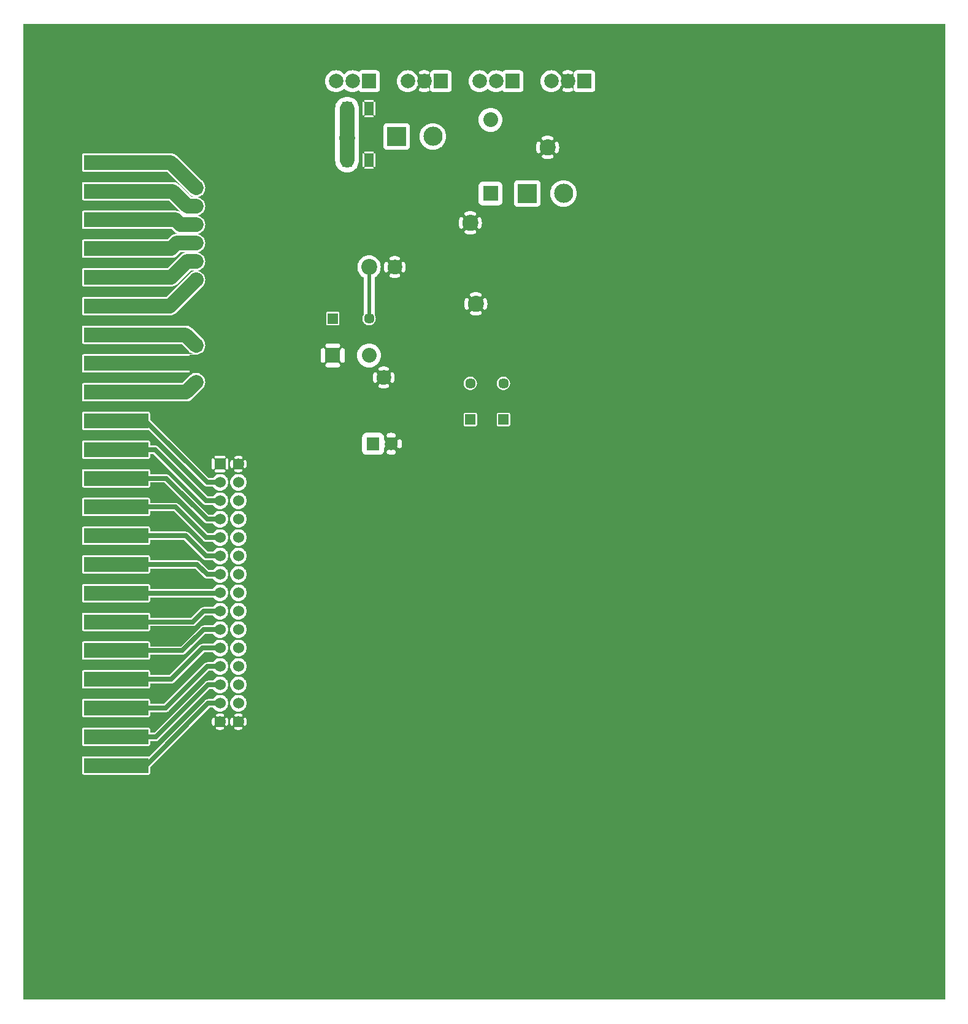
<source format=gbl>
G04 start of page 2 for group 10 layer_idx 1 *
G04 Title: (unknown), bottom_copper *
G04 Creator: pcb-rnd 2.3.2 *
G04 CreationDate: 2021-07-12 19:07:32 UTC *
G04 For:  *
G04 Format: Gerber/RS-274X *
G04 PCB-Dimensions: 1000000 1000000 *
G04 PCB-Coordinate-Origin: lower left *
%MOIN*%
%FSLAX25Y25*%
%LNBOTTOM_COPPER_NONE_10*%
%ADD46C,0.0380*%
%ADD45C,0.0420*%
%ADD44C,0.0276*%
%ADD43C,0.0256*%
%ADD42C,0.0315*%
%ADD41C,0.0640*%
%ADD40C,0.0394*%
%ADD39C,0.0600*%
%ADD38C,0.0700*%
%ADD37C,0.0689*%
%ADD36C,0.0571*%
%ADD35C,0.1040*%
%ADD34C,0.0787*%
%ADD33C,0.0866*%
%ADD32C,0.0200*%
%ADD31C,0.0250*%
%ADD30C,0.0800*%
%ADD29C,0.0001*%
G54D29*G36*
X151229Y796200D02*X155003Y792426D01*
X155009Y792343D01*
X155009Y792343D01*
X155046Y792190D01*
X155106Y792045D01*
X155188Y791910D01*
X155291Y791791D01*
X155410Y791688D01*
X155545Y791606D01*
X155690Y791546D01*
X155843Y791509D01*
X155990Y791498D01*
X156052Y791442D01*
X156723Y791031D01*
X157450Y790730D01*
X157992Y790600D01*
X136748D01*
Y796200D01*
X151229D01*
G37*
G36*
X157992Y780600D02*X158215Y780546D01*
X158804Y780500D01*
X158215Y780454D01*
X157450Y780270D01*
X156723Y779969D01*
X156052Y779558D01*
X155464Y779036D01*
X151429Y775000D01*
X136748D01*
Y780600D01*
X157992D01*
G37*
G36*
X145204Y827400D02*X145400Y827385D01*
X146184Y827446D01*
X146185Y827446D01*
X146950Y827630D01*
X147677Y827931D01*
X148348Y828342D01*
X148946Y828854D01*
X149074Y829003D01*
X156071Y836000D01*
X158804D01*
X158215Y835954D01*
X157450Y835770D01*
X156723Y835469D01*
X156052Y835058D01*
X155454Y834546D01*
X155326Y834397D01*
X142729Y821800D01*
X136748D01*
Y827400D01*
X145204D01*
G37*
G36*
X145304Y843000D02*X145500Y842985D01*
X146284Y843046D01*
X146285Y843046D01*
X147050Y843230D01*
X147777Y843531D01*
X148448Y843942D01*
X149046Y844454D01*
X149174Y844603D01*
X150571Y846000D01*
X153804D01*
X153215Y845954D01*
X152450Y845770D01*
X151723Y845469D01*
X151052Y845058D01*
X150454Y844546D01*
X150326Y844397D01*
X143329Y837400D01*
X136748D01*
Y843000D01*
X145304D01*
G37*
G36*
X138800Y858600D02*X138900Y858606D01*
X139000Y858600D01*
X145829D01*
X146826Y857603D01*
X146954Y857454D01*
X147552Y856943D01*
X147552Y856942D01*
X148223Y856531D01*
X148950Y856230D01*
X149715Y856046D01*
X150304Y856000D01*
X148696D01*
X148500Y856015D01*
X147715Y855954D01*
X146950Y855770D01*
X146223Y855469D01*
X145552Y855058D01*
X144954Y854546D01*
X144826Y854397D01*
X143429Y853000D01*
X136748D01*
Y858600D01*
X138800D01*
G37*
G36*
Y874200D02*X138900Y874206D01*
X139000Y874200D01*
X144229D01*
X150650Y867779D01*
X150177Y868069D01*
X149450Y868370D01*
X148685Y868554D01*
X148684Y868554D01*
X147900Y868615D01*
X147704Y868600D01*
X139000D01*
X138900Y868594D01*
X138800Y868600D01*
X136748D01*
Y874200D01*
X138800D01*
G37*
G36*
Y889800D02*X138900Y889806D01*
X139000Y889800D01*
X143129D01*
X155003Y877926D01*
X155009Y877843D01*
X155009Y877843D01*
X155046Y877690D01*
X155106Y877545D01*
X155188Y877410D01*
X155291Y877291D01*
X155410Y877188D01*
X155545Y877106D01*
X155690Y877046D01*
X155843Y877009D01*
X155990Y876998D01*
X156052Y876942D01*
X156723Y876531D01*
X157450Y876230D01*
X158215Y876046D01*
X158804Y876000D01*
X156571D01*
X149974Y882597D01*
X149846Y882746D01*
X149248Y883258D01*
X148577Y883669D01*
X147850Y883970D01*
X147085Y884154D01*
X147084Y884154D01*
X146300Y884215D01*
X146104Y884200D01*
X139000D01*
X138900Y884194D01*
X138800Y884200D01*
X136748D01*
Y889800D01*
X138800D01*
G37*
G36*
X566000Y970000D02*Y440000D01*
X370016D01*
Y933063D01*
X373874D01*
X373953Y933057D01*
X374266Y933082D01*
X374267Y933082D01*
X374573Y933155D01*
X374864Y933275D01*
X375132Y933440D01*
X375371Y933644D01*
X375576Y933884D01*
X375740Y934152D01*
X375861Y934443D01*
X375934Y934749D01*
X375959Y935063D01*
X375953Y935141D01*
Y942859D01*
X375959Y942937D01*
X375934Y943251D01*
X375934Y943251D01*
X375861Y943557D01*
X375740Y943848D01*
X375576Y944116D01*
X375371Y944356D01*
X375132Y944560D01*
X374864Y944725D01*
X374573Y944845D01*
X374267Y944918D01*
X373953Y944943D01*
X373874Y944937D01*
X370016D01*
Y970000D01*
X566000D01*
G37*
G36*
X370016D02*Y944937D01*
X366157D01*
X366079Y944943D01*
X365765Y944918D01*
X365765Y944918D01*
X365459Y944845D01*
X365168Y944725D01*
X364900Y944560D01*
X364660Y944356D01*
X364456Y944116D01*
X364291Y943848D01*
X364171Y943557D01*
X364097Y943251D01*
X364073Y942937D01*
X364079Y942859D01*
Y935141D01*
X364073Y935063D01*
X364097Y934749D01*
X364097Y934749D01*
X364171Y934443D01*
X364291Y934152D01*
X364456Y933884D01*
X364660Y933644D01*
X364900Y933440D01*
X365168Y933275D01*
X365459Y933155D01*
X365765Y933082D01*
X366079Y933057D01*
X366157Y933063D01*
X370016D01*
Y440000D01*
X361002D01*
Y871167D01*
X361964Y871565D01*
X362930Y872157D01*
X363792Y872893D01*
X364528Y873755D01*
X365120Y874721D01*
X365554Y875768D01*
X365818Y876870D01*
X365885Y878000D01*
X365818Y879130D01*
X365554Y880232D01*
X365120Y881279D01*
X364528Y882245D01*
X363792Y883107D01*
X362930Y883843D01*
X361964Y884435D01*
X361002Y884833D01*
Y933056D01*
X361564Y933083D01*
X362123Y933163D01*
X362672Y933296D01*
X363206Y933481D01*
X363348Y933550D01*
X363477Y933642D01*
X363591Y933752D01*
X363685Y933879D01*
X363759Y934019D01*
X363809Y934168D01*
X363836Y934324D01*
X363838Y934482D01*
X363815Y934639D01*
X363768Y934790D01*
X363698Y934931D01*
X363607Y935061D01*
X363496Y935174D01*
X363370Y935268D01*
X363230Y935342D01*
X363080Y935392D01*
X362924Y935419D01*
X362766Y935421D01*
X362610Y935398D01*
X362460Y935348D01*
X362108Y935222D01*
X361744Y935134D01*
X361374Y935081D01*
X361002Y935063D01*
Y942937D01*
X361374Y942919D01*
X361744Y942866D01*
X362108Y942778D01*
X362461Y942656D01*
X362611Y942606D01*
X362766Y942583D01*
X362924Y942585D01*
X363079Y942612D01*
X363228Y942662D01*
X363367Y942736D01*
X363493Y942830D01*
X363603Y942942D01*
X363694Y943071D01*
X363764Y943212D01*
X363811Y943362D01*
X363833Y943518D01*
X363832Y943675D01*
X363805Y943831D01*
X363754Y943980D01*
X363681Y944119D01*
X363587Y944245D01*
X363475Y944355D01*
X363346Y944446D01*
X363204Y944513D01*
X362672Y944704D01*
X362123Y944837D01*
X361564Y944917D01*
X361002Y944944D01*
Y970000D01*
X370016D01*
G37*
G36*
X351975Y440000D02*Y875385D01*
X352250Y874721D01*
X352842Y873755D01*
X353578Y872893D01*
X354440Y872157D01*
X355406Y871565D01*
X356453Y871131D01*
X357555Y870867D01*
X358685Y870778D01*
X359815Y870867D01*
X360917Y871131D01*
X361002Y871167D01*
Y440000D01*
X351975D01*
G37*
G36*
X361002Y970000D02*Y944944D01*
X361000Y944944D01*
X360436Y944917D01*
X359877Y944837D01*
X359328Y944704D01*
X358794Y944519D01*
X358652Y944450D01*
X358523Y944358D01*
X358409Y944248D01*
X358315Y944121D01*
X358241Y943981D01*
X358191Y943832D01*
X358164Y943676D01*
X358162Y943518D01*
X358185Y943361D01*
X358232Y943210D01*
X358302Y943069D01*
X358393Y942939D01*
X358504Y942826D01*
X358630Y942732D01*
X358770Y942658D01*
X358920Y942608D01*
X359076Y942581D01*
X359234Y942579D01*
X359390Y942602D01*
X359540Y942652D01*
X359892Y942778D01*
X360256Y942866D01*
X360626Y942919D01*
X361000Y942937D01*
X361002Y942937D01*
Y935063D01*
X361000Y935063D01*
X360626Y935081D01*
X360256Y935134D01*
X359892Y935222D01*
X359539Y935344D01*
X359389Y935394D01*
X359234Y935417D01*
X359076Y935415D01*
X358921Y935388D01*
X358772Y935338D01*
X358633Y935264D01*
X358507Y935170D01*
X358397Y935058D01*
X358306Y934929D01*
X358236Y934788D01*
X358189Y934638D01*
X358167Y934482D01*
X358168Y934325D01*
X358195Y934169D01*
X358246Y934020D01*
X358319Y933881D01*
X358413Y933755D01*
X358525Y933645D01*
X358654Y933554D01*
X358796Y933487D01*
X359328Y933296D01*
X359877Y933163D01*
X360436Y933083D01*
X361000Y933056D01*
X361002Y933056D01*
Y884833D01*
X360917Y884869D01*
X359815Y885133D01*
X358685Y885222D01*
X357555Y885133D01*
X356453Y884869D01*
X355406Y884435D01*
X355107Y884251D01*
Y899895D01*
X355256Y899941D01*
X355397Y900010D01*
X355526Y900100D01*
X355640Y900209D01*
X355734Y900335D01*
X355805Y900475D01*
X356017Y901012D01*
X356173Y901568D01*
X356278Y902136D01*
X356331Y902711D01*
Y903289D01*
X356278Y903864D01*
X356173Y904432D01*
X356017Y904988D01*
X355812Y905527D01*
X355738Y905667D01*
X355643Y905794D01*
X355529Y905903D01*
X355400Y905994D01*
X355258Y906063D01*
X355107Y906110D01*
Y933950D01*
X355485Y934182D01*
X356195Y934789D01*
X356802Y935500D01*
X357290Y936296D01*
X357648Y937160D01*
X357866Y938068D01*
X357921Y939000D01*
X357866Y939932D01*
X357648Y940840D01*
X357290Y941704D01*
X356802Y942500D01*
X356195Y943211D01*
X355485Y943818D01*
X355107Y944050D01*
Y970000D01*
X361002D01*
G37*
G36*
X354440Y883843D02*X353578Y883107D01*
X352842Y882245D01*
X352250Y881279D01*
X351975Y880615D01*
Y896979D01*
X351988Y896983D01*
X352527Y897188D01*
X352667Y897262D01*
X352794Y897357D01*
X352903Y897471D01*
X352994Y897600D01*
X353063Y897742D01*
X353110Y897894D01*
X353132Y898050D01*
X353129Y898208D01*
X353101Y898364D01*
X353050Y898513D01*
X352976Y898653D01*
X352881Y898779D01*
X352767Y898889D01*
X352637Y898980D01*
X352495Y899049D01*
X352344Y899095D01*
X352187Y899117D01*
X352029Y899115D01*
X351975Y899105D01*
Y906900D01*
X352030Y906890D01*
X352187Y906887D01*
X352343Y906909D01*
X352493Y906955D01*
X352635Y907024D01*
X352764Y907114D01*
X352877Y907224D01*
X352972Y907349D01*
X353046Y907488D01*
X353097Y907637D01*
X353124Y907792D01*
X353127Y907950D01*
X353105Y908106D01*
X353059Y908256D01*
X352990Y908398D01*
X352900Y908526D01*
X352791Y908640D01*
X352665Y908734D01*
X352525Y908805D01*
X351988Y909017D01*
X351975Y909021D01*
Y933045D01*
X351984Y933045D01*
X352916Y933118D01*
X353825Y933336D01*
X354688Y933694D01*
X355107Y933950D01*
Y906110D01*
X355106Y906110D01*
X354950Y906132D01*
X354792Y906129D01*
X354636Y906101D01*
X354487Y906050D01*
X354347Y905976D01*
X354221Y905881D01*
X354111Y905767D01*
X354020Y905637D01*
X353951Y905495D01*
X353905Y905344D01*
X353883Y905187D01*
X353885Y905029D01*
X353913Y904874D01*
X353967Y904725D01*
X354112Y904358D01*
X354219Y903978D01*
X354290Y903590D01*
X354326Y903197D01*
Y902803D01*
X354290Y902410D01*
X354219Y902022D01*
X354112Y901642D01*
X353971Y901273D01*
X353917Y901125D01*
X353890Y900970D01*
X353887Y900813D01*
X353909Y900657D01*
X353955Y900507D01*
X354024Y900365D01*
X354114Y900236D01*
X354224Y900123D01*
X354349Y900028D01*
X354488Y899954D01*
X354637Y899903D01*
X354792Y899876D01*
X354950Y899873D01*
X355105Y899895D01*
X355107Y899895D01*
Y884251D01*
X354440Y883843D01*
G37*
G36*
X355107Y970000D02*Y944050D01*
X354688Y944306D01*
X353825Y944664D01*
X352916Y944882D01*
X351984Y944955D01*
X351975Y944955D01*
Y970000D01*
X355107D01*
G37*
G36*
X351975D02*Y944955D01*
X351053Y944882D01*
X350144Y944664D01*
X349281Y944306D01*
X348484Y943818D01*
X347773Y943211D01*
X347166Y942500D01*
X346678Y941704D01*
X346320Y940840D01*
X346102Y939932D01*
X346029Y939000D01*
X346102Y938068D01*
X346320Y937160D01*
X346678Y936296D01*
X347166Y935500D01*
X347773Y934789D01*
X348484Y934182D01*
X349281Y933694D01*
X350144Y933336D01*
X351053Y933118D01*
X351975Y933045D01*
Y909021D01*
X351432Y909173D01*
X350864Y909278D01*
X350289Y909331D01*
X349711D01*
X349136Y909278D01*
X348568Y909173D01*
X348012Y909017D01*
X347473Y908812D01*
X347333Y908738D01*
X347206Y908643D01*
X347097Y908529D01*
X347006Y908400D01*
X346937Y908258D01*
X346890Y908106D01*
X346868Y907950D01*
X346871Y907792D01*
X346899Y907636D01*
X346950Y907487D01*
X347024Y907347D01*
X347119Y907221D01*
X347233Y907111D01*
X347363Y907020D01*
X347505Y906951D01*
X347656Y906905D01*
X347813Y906883D01*
X347971Y906886D01*
X348126Y906913D01*
X348275Y906967D01*
X348642Y907112D01*
X349022Y907219D01*
X349410Y907290D01*
X349803Y907326D01*
X350197D01*
X350590Y907290D01*
X350978Y907219D01*
X351358Y907112D01*
X351727Y906971D01*
X351875Y906917D01*
X351975Y906900D01*
Y899105D01*
X351874Y899087D01*
X351725Y899033D01*
X351358Y898888D01*
X350978Y898781D01*
X350590Y898710D01*
X350197Y898674D01*
X349803D01*
X349410Y898710D01*
X349022Y898781D01*
X348642Y898888D01*
X348273Y899029D01*
X348125Y899083D01*
X347970Y899110D01*
X347813Y899113D01*
X347657Y899091D01*
X347507Y899045D01*
X347365Y898976D01*
X347236Y898886D01*
X347123Y898776D01*
X347028Y898651D01*
X346954Y898512D01*
X346903Y898363D01*
X346876Y898208D01*
X346873Y898050D01*
X346895Y897895D01*
X346941Y897744D01*
X347010Y897603D01*
X347100Y897474D01*
X347209Y897360D01*
X347335Y897266D01*
X347475Y897195D01*
X348012Y896983D01*
X348568Y896827D01*
X349136Y896722D01*
X349711Y896669D01*
X350289D01*
X350864Y896722D01*
X351432Y896827D01*
X351975Y896979D01*
Y880615D01*
X351816Y880232D01*
X351552Y879130D01*
X351463Y878000D01*
X351552Y876870D01*
X351816Y875768D01*
X351975Y875385D01*
Y440000D01*
X344893D01*
Y870922D01*
X345111Y871012D01*
X345379Y871177D01*
X345619Y871381D01*
X345823Y871621D01*
X345988Y871889D01*
X346108Y872180D01*
X346181Y872486D01*
X346206Y872800D01*
X346200Y872878D01*
Y883122D01*
X346206Y883200D01*
X346181Y883514D01*
X346181Y883514D01*
X346108Y883820D01*
X345988Y884111D01*
X345823Y884379D01*
X345619Y884619D01*
X345379Y884823D01*
X345111Y884988D01*
X344893Y885078D01*
Y899890D01*
X344894Y899890D01*
X345050Y899868D01*
X345208Y899871D01*
X345364Y899899D01*
X345513Y899950D01*
X345653Y900024D01*
X345779Y900119D01*
X345889Y900233D01*
X345980Y900363D01*
X346049Y900505D01*
X346095Y900656D01*
X346117Y900813D01*
X346114Y900971D01*
X346087Y901126D01*
X346033Y901275D01*
X345888Y901642D01*
X345781Y902022D01*
X345710Y902410D01*
X345674Y902803D01*
Y903197D01*
X345710Y903590D01*
X345781Y903978D01*
X345888Y904358D01*
X346029Y904727D01*
X346083Y904875D01*
X346110Y905030D01*
X346113Y905187D01*
X346091Y905343D01*
X346045Y905493D01*
X345976Y905635D01*
X345886Y905764D01*
X345776Y905877D01*
X345651Y905972D01*
X345512Y906046D01*
X345363Y906097D01*
X345208Y906124D01*
X345050Y906127D01*
X344895Y906105D01*
X344893Y906105D01*
Y970000D01*
X351975D01*
G37*
G36*
X339000Y440000D02*Y870800D01*
X344122D01*
X344200Y870794D01*
X344514Y870819D01*
X344514Y870819D01*
X344820Y870892D01*
X344893Y870922D01*
Y440000D01*
X339000D01*
G37*
G36*
X344893Y970000D02*Y906105D01*
X344744Y906059D01*
X344603Y905990D01*
X344474Y905900D01*
X344360Y905791D01*
X344266Y905665D01*
X344195Y905525D01*
X343983Y904988D01*
X343827Y904432D01*
X343722Y903864D01*
X343669Y903289D01*
Y902711D01*
X343722Y902136D01*
X343827Y901568D01*
X343983Y901012D01*
X344188Y900473D01*
X344262Y900333D01*
X344357Y900206D01*
X344471Y900097D01*
X344600Y900006D01*
X344742Y899937D01*
X344893Y899890D01*
Y885078D01*
X344820Y885108D01*
X344514Y885181D01*
X344200Y885206D01*
X344122Y885200D01*
X339000D01*
Y970000D01*
X344893D01*
G37*
G36*
X339000D02*Y885200D01*
X333878D01*
X333800Y885206D01*
X333486Y885181D01*
X333486Y885181D01*
X333180Y885108D01*
X332889Y884988D01*
X332621Y884823D01*
X332381Y884619D01*
X332177Y884379D01*
X332012Y884111D01*
X331892Y883820D01*
X331819Y883514D01*
X331794Y883200D01*
X331800Y883122D01*
Y872878D01*
X331794Y872800D01*
X331819Y872486D01*
X331819Y872486D01*
X331892Y872180D01*
X332012Y871889D01*
X332177Y871621D01*
X332381Y871381D01*
X332621Y871177D01*
X332889Y871012D01*
X333180Y870892D01*
X333486Y870819D01*
X333800Y870794D01*
X333878Y870800D01*
X339000D01*
Y440000D01*
X326000D01*
Y751516D01*
X328823D01*
X328854Y751513D01*
X328978Y751523D01*
X328978Y751523D01*
X329098Y751552D01*
X329213Y751599D01*
X329319Y751664D01*
X329413Y751745D01*
X329493Y751839D01*
X329558Y751945D01*
X329606Y752059D01*
X329634Y752180D01*
X329644Y752303D01*
X329642Y752334D01*
Y757981D01*
X329644Y758012D01*
X329634Y758135D01*
X329634Y758135D01*
X329606Y758256D01*
X329558Y758370D01*
X329493Y758476D01*
X329413Y758570D01*
X329319Y758651D01*
X329213Y758716D01*
X329098Y758763D01*
X328978Y758792D01*
X328854Y758802D01*
X328823Y758799D01*
X326000D01*
Y771190D01*
X326571Y771235D01*
X327129Y771368D01*
X327658Y771588D01*
X328147Y771887D01*
X328583Y772259D01*
X328955Y772695D01*
X329255Y773184D01*
X329474Y773714D01*
X329608Y774271D01*
X329642Y774843D01*
X329608Y775414D01*
X329474Y775971D01*
X329255Y776501D01*
X328955Y776990D01*
X328583Y777426D01*
X328147Y777798D01*
X327658Y778097D01*
X327129Y778317D01*
X326571Y778451D01*
X326000Y778495D01*
Y933378D01*
X326168Y933275D01*
X326459Y933155D01*
X326765Y933082D01*
X327079Y933057D01*
X327157Y933063D01*
X334874D01*
X334953Y933057D01*
X335266Y933082D01*
X335267Y933082D01*
X335573Y933155D01*
X335864Y933275D01*
X336132Y933440D01*
X336371Y933644D01*
X336576Y933884D01*
X336740Y934152D01*
X336861Y934443D01*
X336934Y934749D01*
X336959Y935063D01*
X336953Y935141D01*
Y942859D01*
X336959Y942937D01*
X336934Y943251D01*
X336934Y943251D01*
X336861Y943557D01*
X336740Y943848D01*
X336576Y944116D01*
X336371Y944356D01*
X336132Y944560D01*
X335864Y944725D01*
X335573Y944845D01*
X335267Y944918D01*
X334953Y944943D01*
X334874Y944937D01*
X327157D01*
X327079Y944943D01*
X326765Y944918D01*
X326765Y944918D01*
X326459Y944845D01*
X326168Y944725D01*
X326000Y944622D01*
Y970000D01*
X339000D01*
G37*
G36*
X321994Y440000D02*Y871500D01*
X322902D01*
X323000Y871492D01*
X323392Y871523D01*
X323392Y871523D01*
X323775Y871615D01*
X324138Y871766D01*
X324474Y871971D01*
X324773Y872227D01*
X325029Y872526D01*
X325234Y872862D01*
X325385Y873225D01*
X325477Y873608D01*
X325508Y874000D01*
X325500Y874098D01*
Y881902D01*
X325508Y882000D01*
X325477Y882392D01*
X325477Y882392D01*
X325385Y882775D01*
X325234Y883138D01*
X325029Y883474D01*
X324773Y883773D01*
X324474Y884029D01*
X324138Y884234D01*
X323775Y884385D01*
X323392Y884477D01*
X323000Y884508D01*
X322902Y884500D01*
X321994D01*
Y912211D01*
X322832Y912725D01*
X323610Y913390D01*
X324275Y914168D01*
X324809Y915040D01*
X325201Y915985D01*
X325440Y916980D01*
X325500Y918000D01*
X325440Y919020D01*
X325201Y920015D01*
X324809Y920960D01*
X324275Y921832D01*
X323610Y922610D01*
X322832Y923275D01*
X321994Y923789D01*
Y933045D01*
X322000Y933045D01*
X322932Y933118D01*
X323840Y933336D01*
X324704Y933694D01*
X325335Y934081D01*
X325456Y933884D01*
X325660Y933644D01*
X325900Y933440D01*
X326000Y933378D01*
Y778495D01*
X325429Y778451D01*
X324871Y778317D01*
X324342Y778097D01*
X323853Y777798D01*
X323417Y777426D01*
X323045Y776990D01*
X322745Y776501D01*
X322526Y775971D01*
X322392Y775414D01*
X322347Y774843D01*
X322392Y774271D01*
X322526Y773714D01*
X322745Y773184D01*
X323045Y772695D01*
X323417Y772259D01*
X323853Y771887D01*
X324342Y771588D01*
X324871Y771368D01*
X325429Y771235D01*
X326000Y771190D01*
Y758799D01*
X323177D01*
X323146Y758802D01*
X323022Y758792D01*
X323022Y758792D01*
X322902Y758763D01*
X322787Y758716D01*
X322681Y758651D01*
X322587Y758570D01*
X322507Y758476D01*
X322442Y758370D01*
X322394Y758256D01*
X322366Y758135D01*
X322356Y758012D01*
X322358Y757981D01*
Y752334D01*
X322356Y752303D01*
X322366Y752180D01*
X322366Y752180D01*
X322394Y752059D01*
X322442Y751945D01*
X322507Y751839D01*
X322587Y751745D01*
X322681Y751664D01*
X322787Y751599D01*
X322902Y751552D01*
X323022Y751523D01*
X323146Y751513D01*
X323177Y751516D01*
X326000D01*
Y440000D01*
X321994D01*
G37*
G36*
X326000Y970000D02*Y944622D01*
X325900Y944560D01*
X325660Y944356D01*
X325456Y944116D01*
X325335Y943919D01*
X324704Y944306D01*
X323840Y944664D01*
X322932Y944882D01*
X322000Y944955D01*
X321994Y944955D01*
Y970000D01*
X326000D01*
G37*
G36*
X321994Y871500D02*Y440000D01*
X316107D01*
Y814895D01*
X316256Y814941D01*
X316397Y815010D01*
X316526Y815100D01*
X316640Y815209D01*
X316734Y815335D01*
X316805Y815475D01*
X317017Y816012D01*
X317173Y816568D01*
X317278Y817136D01*
X317331Y817711D01*
Y818289D01*
X317278Y818864D01*
X317173Y819432D01*
X317017Y819988D01*
X316812Y820527D01*
X316738Y820667D01*
X316643Y820794D01*
X316529Y820903D01*
X316400Y820994D01*
X316258Y821063D01*
X316107Y821110D01*
Y871500D01*
X321994D01*
G37*
G36*
X313227Y872227D02*X313526Y871971D01*
X313862Y871766D01*
X314225Y871615D01*
X314608Y871523D01*
X315000Y871492D01*
X315098Y871500D01*
X316107D01*
Y821110D01*
X316106Y821110D01*
X315950Y821132D01*
X315792Y821129D01*
X315636Y821101D01*
X315487Y821050D01*
X315347Y820976D01*
X315221Y820881D01*
X315111Y820767D01*
X315020Y820637D01*
X314951Y820495D01*
X314905Y820344D01*
X314883Y820187D01*
X314885Y820029D01*
X314913Y819874D01*
X314967Y819725D01*
X315112Y819358D01*
X315219Y818978D01*
X315290Y818590D01*
X315326Y818197D01*
Y817803D01*
X315290Y817410D01*
X315219Y817022D01*
X315112Y816642D01*
X314971Y816273D01*
X314917Y816125D01*
X314890Y815970D01*
X314887Y815813D01*
X314909Y815657D01*
X314955Y815507D01*
X315024Y815365D01*
X315114Y815236D01*
X315224Y815123D01*
X315349Y815028D01*
X315488Y814954D01*
X315637Y814903D01*
X315792Y814876D01*
X315950Y814873D01*
X316105Y814895D01*
X316107Y814895D01*
Y440000D01*
X313107D01*
Y812028D01*
X313527Y812188D01*
X313667Y812262D01*
X313794Y812357D01*
X313903Y812471D01*
X313994Y812600D01*
X314063Y812742D01*
X314110Y812894D01*
X314132Y813050D01*
X314129Y813208D01*
X314101Y813364D01*
X314050Y813513D01*
X313976Y813653D01*
X313881Y813779D01*
X313767Y813889D01*
X313637Y813980D01*
X313495Y814049D01*
X313344Y814095D01*
X313187Y814117D01*
X313107Y814116D01*
Y821889D01*
X313187Y821887D01*
X313343Y821909D01*
X313493Y821955D01*
X313635Y822024D01*
X313764Y822114D01*
X313877Y822224D01*
X313972Y822349D01*
X314046Y822488D01*
X314097Y822637D01*
X314124Y822792D01*
X314127Y822950D01*
X314105Y823106D01*
X314059Y823256D01*
X313990Y823398D01*
X313900Y823526D01*
X313791Y823640D01*
X313665Y823734D01*
X313525Y823805D01*
X313107Y823971D01*
Y858895D01*
X313256Y858941D01*
X313397Y859010D01*
X313526Y859100D01*
X313640Y859209D01*
X313734Y859335D01*
X313805Y859475D01*
X314017Y860012D01*
X314173Y860568D01*
X314278Y861136D01*
X314331Y861711D01*
Y862289D01*
X314278Y862864D01*
X314173Y863432D01*
X314017Y863988D01*
X313812Y864527D01*
X313738Y864667D01*
X313643Y864794D01*
X313529Y864903D01*
X313400Y864994D01*
X313258Y865063D01*
X313107Y865110D01*
Y872367D01*
X313227Y872227D01*
G37*
G36*
X313191Y915040D02*X313725Y914168D01*
X314390Y913390D01*
X315168Y912725D01*
X316040Y912191D01*
X316985Y911799D01*
X317980Y911560D01*
X319000Y911480D01*
X320020Y911560D01*
X321015Y911799D01*
X321960Y912191D01*
X321994Y912211D01*
Y884500D01*
X315098D01*
X315000Y884508D01*
X314608Y884477D01*
X314608Y884477D01*
X314225Y884385D01*
X313862Y884234D01*
X313526Y884029D01*
X313227Y883773D01*
X313107Y883633D01*
Y915242D01*
X313191Y915040D01*
G37*
G36*
X313916Y933118D02*X314825Y933336D01*
X315688Y933694D01*
X316485Y934182D01*
X317195Y934789D01*
X317492Y935136D01*
X317789Y934789D01*
X318500Y934182D01*
X319296Y933694D01*
X320160Y933336D01*
X321068Y933118D01*
X321994Y933045D01*
Y923789D01*
X321960Y923809D01*
X321015Y924201D01*
X320020Y924440D01*
X319000Y924520D01*
X317980Y924440D01*
X316985Y924201D01*
X316040Y923809D01*
X315168Y923275D01*
X314390Y922610D01*
X313725Y921832D01*
X313191Y920960D01*
X313107Y920758D01*
Y933054D01*
X313916Y933118D01*
G37*
G36*
X313029Y814115D02*X312874Y814087D01*
X312725Y814033D01*
X312358Y813888D01*
X311978Y813781D01*
X311590Y813710D01*
X311197Y813674D01*
X310803D01*
X310410Y813710D01*
X310022Y813781D01*
X309642Y813888D01*
X309273Y814029D01*
X309125Y814083D01*
X308970Y814110D01*
X308813Y814113D01*
X308657Y814091D01*
X308507Y814045D01*
X308365Y813976D01*
X308236Y813886D01*
X308123Y813776D01*
X308028Y813651D01*
X308002Y813602D01*
Y822389D01*
X308024Y822347D01*
X308119Y822221D01*
X308233Y822111D01*
X308363Y822020D01*
X308505Y821951D01*
X308656Y821905D01*
X308813Y821883D01*
X308971Y821886D01*
X309126Y821913D01*
X309275Y821967D01*
X309642Y822112D01*
X310022Y822219D01*
X310410Y822290D01*
X310803Y822326D01*
X311197D01*
X311590Y822290D01*
X311978Y822219D01*
X312358Y822112D01*
X312727Y821971D01*
X312875Y821917D01*
X313030Y821890D01*
X313107Y821889D01*
Y814116D01*
X313029Y814115D01*
G37*
G36*
X308002Y440000D02*Y751516D01*
X310823D01*
X310854Y751513D01*
X310978Y751523D01*
X310978Y751523D01*
X311098Y751552D01*
X311213Y751599D01*
X311319Y751664D01*
X311413Y751745D01*
X311493Y751839D01*
X311558Y751945D01*
X311606Y752059D01*
X311634Y752180D01*
X311644Y752303D01*
X311642Y752334D01*
Y757981D01*
X311644Y758012D01*
X311634Y758135D01*
X311634Y758135D01*
X311606Y758256D01*
X311558Y758370D01*
X311493Y758476D01*
X311413Y758570D01*
X311319Y758651D01*
X311213Y758716D01*
X311098Y758763D01*
X310978Y758792D01*
X310854Y758802D01*
X310823Y758799D01*
X308002D01*
Y771190D01*
X308571Y771235D01*
X309129Y771368D01*
X309658Y771588D01*
X310147Y771887D01*
X310583Y772259D01*
X310955Y772695D01*
X311255Y773184D01*
X311474Y773714D01*
X311608Y774271D01*
X311642Y774843D01*
X311608Y775414D01*
X311474Y775971D01*
X311255Y776501D01*
X310955Y776990D01*
X310583Y777426D01*
X310147Y777798D01*
X309658Y778097D01*
X309129Y778317D01*
X308571Y778451D01*
X308002Y778495D01*
Y812618D01*
X308010Y812603D01*
X308100Y812474D01*
X308209Y812360D01*
X308335Y812266D01*
X308475Y812195D01*
X309012Y811983D01*
X309568Y811827D01*
X310136Y811722D01*
X310711Y811669D01*
X311289D01*
X311864Y811722D01*
X312432Y811827D01*
X312988Y811983D01*
X313107Y812028D01*
Y440000D01*
X308002D01*
G37*
G36*
X308166Y935500D02*X308773Y934789D01*
X309484Y934182D01*
X310281Y933694D01*
X311144Y933336D01*
X312053Y933118D01*
X312984Y933045D01*
X313107Y933054D01*
Y920758D01*
X312799Y920015D01*
X312560Y919020D01*
X312480Y918000D01*
X312560Y916980D01*
X312799Y915985D01*
X313107Y915242D01*
Y883633D01*
X312971Y883474D01*
X312766Y883138D01*
X312615Y882775D01*
X312523Y882392D01*
X312492Y882000D01*
X312500Y881902D01*
Y874098D01*
X312492Y874000D01*
X312523Y873608D01*
X312523Y873608D01*
X312615Y873225D01*
X312766Y872862D01*
X312971Y872526D01*
X313107Y872367D01*
Y865110D01*
X313106Y865110D01*
X312950Y865132D01*
X312792Y865129D01*
X312636Y865101D01*
X312487Y865050D01*
X312347Y864976D01*
X312221Y864881D01*
X312111Y864767D01*
X312020Y864637D01*
X311951Y864495D01*
X311905Y864344D01*
X311883Y864187D01*
X311885Y864029D01*
X311913Y863874D01*
X311967Y863725D01*
X312112Y863358D01*
X312219Y862978D01*
X312290Y862590D01*
X312326Y862197D01*
Y861803D01*
X312290Y861410D01*
X312219Y861022D01*
X312112Y860642D01*
X311971Y860273D01*
X311917Y860125D01*
X311890Y859970D01*
X311887Y859813D01*
X311909Y859657D01*
X311955Y859507D01*
X312024Y859365D01*
X312114Y859236D01*
X312224Y859123D01*
X312349Y859028D01*
X312488Y858954D01*
X312637Y858903D01*
X312792Y858876D01*
X312950Y858873D01*
X313105Y858895D01*
X313107Y858895D01*
Y823971D01*
X312988Y824017D01*
X312432Y824173D01*
X311864Y824278D01*
X311289Y824331D01*
X310711D01*
X310136Y824278D01*
X309568Y824173D01*
X309012Y824017D01*
X308473Y823812D01*
X308333Y823738D01*
X308206Y823643D01*
X308097Y823529D01*
X308006Y823400D01*
X308002Y823392D01*
Y855669D01*
X308289D01*
X308864Y855722D01*
X309432Y855827D01*
X309988Y855983D01*
X310527Y856188D01*
X310667Y856262D01*
X310794Y856357D01*
X310903Y856471D01*
X310994Y856600D01*
X311063Y856742D01*
X311110Y856894D01*
X311132Y857050D01*
X311129Y857208D01*
X311101Y857364D01*
X311050Y857513D01*
X310976Y857653D01*
X310881Y857779D01*
X310767Y857889D01*
X310637Y857980D01*
X310495Y858049D01*
X310344Y858095D01*
X310187Y858117D01*
X310029Y858115D01*
X309874Y858087D01*
X309725Y858033D01*
X309358Y857888D01*
X308978Y857781D01*
X308590Y857710D01*
X308197Y857674D01*
X308002D01*
Y866326D01*
X308197D01*
X308590Y866290D01*
X308978Y866219D01*
X309358Y866112D01*
X309727Y865971D01*
X309875Y865917D01*
X310030Y865890D01*
X310187Y865887D01*
X310343Y865909D01*
X310493Y865955D01*
X310635Y866024D01*
X310764Y866114D01*
X310877Y866224D01*
X310972Y866349D01*
X311046Y866488D01*
X311097Y866637D01*
X311124Y866792D01*
X311127Y866950D01*
X311105Y867106D01*
X311059Y867256D01*
X310990Y867398D01*
X310900Y867526D01*
X310791Y867640D01*
X310665Y867734D01*
X310525Y867805D01*
X309988Y868017D01*
X309432Y868173D01*
X308864Y868278D01*
X308289Y868331D01*
X308002D01*
Y935767D01*
X308166Y935500D01*
G37*
G36*
X321994Y970000D02*Y944955D01*
X321068Y944882D01*
X320160Y944664D01*
X319296Y944306D01*
X318500Y943818D01*
X317789Y943211D01*
X317492Y942864D01*
X317195Y943211D01*
X316485Y943818D01*
X315688Y944306D01*
X314825Y944664D01*
X313916Y944882D01*
X312984Y944955D01*
X312053Y944882D01*
X311144Y944664D01*
X310281Y944306D01*
X309484Y943818D01*
X308773Y943211D01*
X308166Y942500D01*
X308002Y942233D01*
Y970000D01*
X321994D01*
G37*
G36*
X308002Y751516D02*Y440000D01*
X305893D01*
Y751516D01*
X308002D01*
G37*
G36*
X306342Y771588D02*X306871Y771368D01*
X307429Y771235D01*
X308000Y771190D01*
X308002Y771190D01*
Y758799D01*
X305893D01*
Y771862D01*
X306342Y771588D01*
G37*
G36*
X306012Y855983D02*X306568Y855827D01*
X307136Y855722D01*
X307711Y855669D01*
X308002D01*
Y823392D01*
X307937Y823258D01*
X307890Y823106D01*
X307868Y822950D01*
X307871Y822792D01*
X307899Y822636D01*
X307950Y822487D01*
X308002Y822389D01*
Y813602D01*
X307954Y813512D01*
X307903Y813363D01*
X307876Y813208D01*
X307873Y813050D01*
X307895Y812895D01*
X307941Y812744D01*
X308002Y812618D01*
Y778495D01*
X308000Y778495D01*
X307429Y778451D01*
X306871Y778317D01*
X306342Y778097D01*
X305893Y777823D01*
Y814890D01*
X305894Y814890D01*
X306050Y814868D01*
X306208Y814871D01*
X306364Y814899D01*
X306513Y814950D01*
X306653Y815024D01*
X306779Y815119D01*
X306889Y815233D01*
X306980Y815363D01*
X307049Y815505D01*
X307095Y815656D01*
X307117Y815813D01*
X307114Y815971D01*
X307087Y816126D01*
X307033Y816275D01*
X306888Y816642D01*
X306781Y817022D01*
X306710Y817410D01*
X306674Y817803D01*
Y818197D01*
X306710Y818590D01*
X306781Y818978D01*
X306888Y819358D01*
X307029Y819727D01*
X307083Y819875D01*
X307110Y820030D01*
X307113Y820187D01*
X307091Y820343D01*
X307045Y820493D01*
X306976Y820635D01*
X306886Y820764D01*
X306776Y820877D01*
X306651Y820972D01*
X306512Y821046D01*
X306363Y821097D01*
X306208Y821124D01*
X306050Y821127D01*
X305895Y821105D01*
X305893Y821105D01*
Y856029D01*
X306012Y855983D01*
G37*
G36*
X305971Y865886D02*X306126Y865913D01*
X306275Y865967D01*
X306642Y866112D01*
X307022Y866219D01*
X307410Y866290D01*
X307803Y866326D01*
X308002D01*
Y857674D01*
X307803D01*
X307410Y857710D01*
X307022Y857781D01*
X306642Y857888D01*
X306273Y858029D01*
X306125Y858083D01*
X305970Y858110D01*
X305893Y858111D01*
Y865884D01*
X305971Y865886D01*
G37*
G36*
X308002Y970000D02*Y942233D01*
X307678Y941704D01*
X307320Y940840D01*
X307102Y939932D01*
X307029Y939000D01*
X307102Y938068D01*
X307320Y937160D01*
X307678Y936296D01*
X308002Y935767D01*
Y868331D01*
X307711D01*
X307136Y868278D01*
X306568Y868173D01*
X306012Y868017D01*
X305893Y867972D01*
Y970000D01*
X308002D01*
G37*
G36*
X305893D02*Y867972D01*
X305473Y867812D01*
X305333Y867738D01*
X305206Y867643D01*
X305097Y867529D01*
X305006Y867400D01*
X304937Y867258D01*
X304890Y867106D01*
X304868Y866950D01*
X304871Y866792D01*
X304899Y866636D01*
X304950Y866487D01*
X305024Y866347D01*
X305119Y866221D01*
X305233Y866111D01*
X305363Y866020D01*
X305505Y865951D01*
X305656Y865905D01*
X305813Y865883D01*
X305893Y865884D01*
Y858111D01*
X305813Y858113D01*
X305657Y858091D01*
X305507Y858045D01*
X305365Y857976D01*
X305236Y857886D01*
X305123Y857776D01*
X305028Y857651D01*
X304954Y857512D01*
X304903Y857363D01*
X304876Y857208D01*
X304873Y857050D01*
X304895Y856895D01*
X304941Y856744D01*
X305010Y856603D01*
X305100Y856474D01*
X305209Y856360D01*
X305335Y856266D01*
X305475Y856195D01*
X305893Y856029D01*
Y821105D01*
X305744Y821059D01*
X305603Y820990D01*
X305474Y820900D01*
X305360Y820791D01*
X305266Y820665D01*
X305195Y820525D01*
X304983Y819988D01*
X304827Y819432D01*
X304722Y818864D01*
X304669Y818289D01*
Y817711D01*
X304722Y817136D01*
X304827Y816568D01*
X304983Y816012D01*
X305188Y815473D01*
X305262Y815333D01*
X305357Y815206D01*
X305471Y815097D01*
X305600Y815006D01*
X305742Y814937D01*
X305893Y814890D01*
Y777823D01*
X305853Y777798D01*
X305417Y777426D01*
X305045Y776990D01*
X304745Y776501D01*
X304526Y775971D01*
X304392Y775414D01*
X304347Y774843D01*
X304392Y774271D01*
X304526Y773714D01*
X304745Y773184D01*
X305045Y772695D01*
X305417Y772259D01*
X305853Y771887D01*
X305893Y771862D01*
Y758799D01*
X305177D01*
X305146Y758802D01*
X305022Y758792D01*
X305022Y758792D01*
X304902Y758763D01*
X304787Y758716D01*
X304681Y758651D01*
X304587Y758570D01*
X304507Y758476D01*
X304442Y758370D01*
X304394Y758256D01*
X304366Y758135D01*
X304356Y758012D01*
X304358Y757981D01*
Y752334D01*
X304356Y752303D01*
X304366Y752180D01*
X304366Y752180D01*
X304394Y752059D01*
X304442Y751945D01*
X304507Y751839D01*
X304587Y751745D01*
X304681Y751664D01*
X304787Y751599D01*
X304902Y751552D01*
X305022Y751523D01*
X305146Y751513D01*
X305177Y751516D01*
X305893D01*
Y440000D01*
X302893D01*
Y858890D01*
X302894Y858890D01*
X303050Y858868D01*
X303208Y858871D01*
X303364Y858899D01*
X303513Y858950D01*
X303653Y859024D01*
X303779Y859119D01*
X303889Y859233D01*
X303980Y859363D01*
X304049Y859505D01*
X304095Y859656D01*
X304117Y859813D01*
X304114Y859971D01*
X304087Y860126D01*
X304033Y860275D01*
X303888Y860642D01*
X303781Y861022D01*
X303710Y861410D01*
X303674Y861803D01*
Y862197D01*
X303710Y862590D01*
X303781Y862978D01*
X303888Y863358D01*
X304029Y863727D01*
X304083Y863875D01*
X304110Y864030D01*
X304113Y864187D01*
X304091Y864343D01*
X304045Y864493D01*
X303976Y864635D01*
X303886Y864764D01*
X303776Y864877D01*
X303651Y864972D01*
X303512Y865046D01*
X303363Y865097D01*
X303208Y865124D01*
X303050Y865127D01*
X302895Y865105D01*
X302893Y865105D01*
Y970000D01*
X305893D01*
G37*
G36*
X302893D02*Y865105D01*
X302744Y865059D01*
X302603Y864990D01*
X302474Y864900D01*
X302360Y864791D01*
X302266Y864665D01*
X302195Y864525D01*
X301983Y863988D01*
X301827Y863432D01*
X301722Y862864D01*
X301669Y862289D01*
Y861711D01*
X301722Y861136D01*
X301827Y860568D01*
X301983Y860012D01*
X302188Y859473D01*
X302262Y859333D01*
X302357Y859206D01*
X302471Y859097D01*
X302600Y859006D01*
X302742Y858937D01*
X302893Y858890D01*
Y440000D01*
X292016D01*
Y903230D01*
X292792Y903893D01*
X293528Y904755D01*
X294120Y905721D01*
X294554Y906768D01*
X294818Y907870D01*
X294885Y909000D01*
X294818Y910130D01*
X294554Y911232D01*
X294120Y912279D01*
X293528Y913245D01*
X292792Y914107D01*
X292016Y914770D01*
Y933063D01*
X295874D01*
X295953Y933057D01*
X296266Y933082D01*
X296267Y933082D01*
X296573Y933155D01*
X296864Y933275D01*
X297132Y933440D01*
X297371Y933644D01*
X297576Y933884D01*
X297740Y934152D01*
X297861Y934443D01*
X297934Y934749D01*
X297959Y935063D01*
X297953Y935141D01*
Y942859D01*
X297959Y942937D01*
X297934Y943251D01*
X297934Y943251D01*
X297861Y943557D01*
X297740Y943848D01*
X297576Y944116D01*
X297371Y944356D01*
X297132Y944560D01*
X296864Y944725D01*
X296573Y944845D01*
X296267Y944918D01*
X295953Y944943D01*
X295874Y944937D01*
X292016D01*
Y970000D01*
X302893D01*
G37*
G36*
X283002Y440000D02*Y903531D01*
X283440Y903157D01*
X284406Y902565D01*
X285453Y902131D01*
X286555Y901867D01*
X287685Y901778D01*
X288815Y901867D01*
X289917Y902131D01*
X290964Y902565D01*
X291930Y903157D01*
X292016Y903230D01*
Y440000D01*
X283002D01*
G37*
G36*
X292016Y970000D02*Y944937D01*
X288157D01*
X288079Y944943D01*
X287765Y944918D01*
X287765Y944918D01*
X287459Y944845D01*
X287168Y944725D01*
X286900Y944560D01*
X286660Y944356D01*
X286456Y944116D01*
X286291Y943848D01*
X286171Y943557D01*
X286097Y943251D01*
X286073Y942937D01*
X286079Y942859D01*
Y935141D01*
X286073Y935063D01*
X286097Y934749D01*
X286097Y934749D01*
X286171Y934443D01*
X286291Y934152D01*
X286456Y933884D01*
X286660Y933644D01*
X286900Y933440D01*
X287168Y933275D01*
X287459Y933155D01*
X287765Y933082D01*
X288079Y933057D01*
X288157Y933063D01*
X292016D01*
Y914770D01*
X291930Y914843D01*
X290964Y915435D01*
X289917Y915869D01*
X288815Y916133D01*
X287685Y916222D01*
X286555Y916133D01*
X285453Y915869D01*
X284406Y915435D01*
X283440Y914843D01*
X283002Y914469D01*
Y933056D01*
X283564Y933083D01*
X284123Y933163D01*
X284672Y933296D01*
X285206Y933481D01*
X285348Y933550D01*
X285477Y933642D01*
X285591Y933752D01*
X285685Y933879D01*
X285759Y934019D01*
X285809Y934168D01*
X285836Y934324D01*
X285838Y934482D01*
X285815Y934639D01*
X285768Y934790D01*
X285698Y934931D01*
X285607Y935061D01*
X285496Y935174D01*
X285370Y935268D01*
X285230Y935342D01*
X285080Y935392D01*
X284924Y935419D01*
X284766Y935421D01*
X284610Y935398D01*
X284460Y935348D01*
X284108Y935222D01*
X283744Y935134D01*
X283374Y935081D01*
X283002Y935063D01*
Y942937D01*
X283374Y942919D01*
X283744Y942866D01*
X284108Y942778D01*
X284461Y942656D01*
X284611Y942606D01*
X284766Y942583D01*
X284924Y942585D01*
X285079Y942612D01*
X285228Y942662D01*
X285367Y942736D01*
X285493Y942830D01*
X285603Y942942D01*
X285694Y943071D01*
X285764Y943212D01*
X285811Y943362D01*
X285833Y943518D01*
X285832Y943675D01*
X285805Y943831D01*
X285754Y943980D01*
X285681Y944119D01*
X285587Y944245D01*
X285475Y944355D01*
X285346Y944446D01*
X285204Y944513D01*
X284672Y944704D01*
X284123Y944837D01*
X283564Y944917D01*
X283002Y944944D01*
Y970000D01*
X292016D01*
G37*
G36*
X283002D02*Y944944D01*
X283000Y944944D01*
X282436Y944917D01*
X281877Y944837D01*
X281328Y944704D01*
X280794Y944519D01*
X280652Y944450D01*
X280523Y944358D01*
X280409Y944248D01*
X280315Y944121D01*
X280241Y943981D01*
X280191Y943832D01*
X280164Y943676D01*
X280162Y943518D01*
X280185Y943361D01*
X280232Y943210D01*
X280302Y943069D01*
X280393Y942939D01*
X280504Y942826D01*
X280630Y942732D01*
X280770Y942658D01*
X280920Y942608D01*
X281076Y942581D01*
X281234Y942579D01*
X281390Y942602D01*
X281540Y942652D01*
X281892Y942778D01*
X282256Y942866D01*
X282626Y942919D01*
X283000Y942937D01*
X283002Y942937D01*
Y935063D01*
X283000Y935063D01*
X282626Y935081D01*
X282256Y935134D01*
X281892Y935222D01*
X281539Y935344D01*
X281389Y935394D01*
X281234Y935417D01*
X281076Y935415D01*
X280921Y935388D01*
X280772Y935338D01*
X280633Y935264D01*
X280507Y935170D01*
X280397Y935058D01*
X280306Y934929D01*
X280236Y934788D01*
X280189Y934638D01*
X280167Y934482D01*
X280168Y934325D01*
X280195Y934169D01*
X280246Y934020D01*
X280319Y933881D01*
X280413Y933755D01*
X280525Y933645D01*
X280654Y933554D01*
X280796Y933487D01*
X281328Y933296D01*
X281877Y933163D01*
X282436Y933083D01*
X283000Y933056D01*
X283002Y933056D01*
Y914469D01*
X282578Y914107D01*
X281842Y913245D01*
X281250Y912279D01*
X280816Y911232D01*
X280552Y910130D01*
X280463Y909000D01*
X280552Y907870D01*
X280816Y906768D01*
X281250Y905721D01*
X281842Y904755D01*
X282578Y903893D01*
X283002Y903531D01*
Y440000D01*
X273975D01*
Y901956D01*
X274111Y902012D01*
X274379Y902177D01*
X274619Y902381D01*
X274823Y902621D01*
X274988Y902889D01*
X275108Y903180D01*
X275181Y903486D01*
X275206Y903800D01*
X275200Y903878D01*
Y914122D01*
X275206Y914200D01*
X275181Y914514D01*
X275181Y914514D01*
X275108Y914820D01*
X274988Y915111D01*
X274823Y915379D01*
X274619Y915619D01*
X274379Y915823D01*
X274111Y915988D01*
X273975Y916044D01*
Y933045D01*
X273984Y933045D01*
X274916Y933118D01*
X275825Y933336D01*
X276688Y933694D01*
X277485Y934182D01*
X278195Y934789D01*
X278802Y935500D01*
X279290Y936296D01*
X279648Y937160D01*
X279866Y938068D01*
X279921Y939000D01*
X279866Y939932D01*
X279648Y940840D01*
X279290Y941704D01*
X278802Y942500D01*
X278195Y943211D01*
X277485Y943818D01*
X276688Y944306D01*
X275825Y944664D01*
X274916Y944882D01*
X273984Y944955D01*
X273975Y944955D01*
Y970000D01*
X283002D01*
G37*
G36*
X271761Y440000D02*Y835183D01*
X271831Y835195D01*
X271980Y835246D01*
X272119Y835319D01*
X272245Y835413D01*
X272355Y835525D01*
X272446Y835654D01*
X272513Y835796D01*
X272704Y836328D01*
X272837Y836877D01*
X272917Y837436D01*
X272944Y838000D01*
X272917Y838564D01*
X272837Y839123D01*
X272704Y839672D01*
X272519Y840206D01*
X272450Y840348D01*
X272358Y840477D01*
X272248Y840591D01*
X272121Y840685D01*
X271981Y840759D01*
X271832Y840809D01*
X271761Y840821D01*
Y901800D01*
X273122D01*
X273200Y901794D01*
X273514Y901819D01*
X273514Y901819D01*
X273820Y901892D01*
X273975Y901956D01*
Y440000D01*
X271761D01*
G37*
G36*
X269617D02*Y739574D01*
X269622Y739574D01*
X269817Y739601D01*
X270005Y739659D01*
X270182Y739745D01*
X270343Y739858D01*
X270485Y739995D01*
X270603Y740152D01*
X270695Y740325D01*
X270756Y740512D01*
X270884Y741100D01*
X270945Y741699D01*
Y742301D01*
X270884Y742900D01*
X270763Y743489D01*
X270700Y743676D01*
X270607Y743851D01*
X270488Y744008D01*
X270346Y744146D01*
X270184Y744259D01*
X270007Y744345D01*
X269818Y744403D01*
X269623Y744431D01*
X269617Y744431D01*
Y832788D01*
X269685Y832879D01*
X269759Y833019D01*
X269809Y833168D01*
X269836Y833324D01*
X269838Y833482D01*
X269815Y833639D01*
X269768Y833790D01*
X269698Y833931D01*
X269617Y834046D01*
Y841962D01*
X269694Y842071D01*
X269764Y842212D01*
X269811Y842362D01*
X269833Y842518D01*
X269832Y842675D01*
X269805Y842831D01*
X269754Y842980D01*
X269681Y843119D01*
X269617Y843205D01*
Y901800D01*
X271761D01*
Y840821D01*
X271676Y840836D01*
X271518Y840838D01*
X271361Y840815D01*
X271210Y840768D01*
X271069Y840698D01*
X270939Y840607D01*
X270826Y840496D01*
X270732Y840370D01*
X270658Y840230D01*
X270608Y840080D01*
X270581Y839924D01*
X270579Y839766D01*
X270602Y839610D01*
X270652Y839460D01*
X270778Y839108D01*
X270866Y838744D01*
X270919Y838374D01*
X270937Y838000D01*
X270919Y837626D01*
X270866Y837256D01*
X270778Y836892D01*
X270656Y836539D01*
X270606Y836389D01*
X270583Y836234D01*
X270585Y836076D01*
X270612Y835921D01*
X270662Y835772D01*
X270736Y835633D01*
X270830Y835507D01*
X270942Y835397D01*
X271071Y835306D01*
X271212Y835236D01*
X271362Y835189D01*
X271518Y835167D01*
X271675Y835168D01*
X271761Y835183D01*
Y440000D01*
X269617D01*
G37*
G36*
X269587Y843245D02*X269475Y843355D01*
X269346Y843446D01*
X269204Y843513D01*
X268672Y843704D01*
X268123Y843837D01*
X268000Y843854D01*
Y901800D01*
X269617D01*
Y843205D01*
X269587Y843245D01*
G37*
G36*
X269607Y834061D02*X269496Y834174D01*
X269370Y834268D01*
X269230Y834342D01*
X269080Y834392D01*
X268924Y834419D01*
X268766Y834421D01*
X268610Y834398D01*
X268460Y834348D01*
X268108Y834222D01*
X268000Y834196D01*
Y841804D01*
X268108Y841778D01*
X268461Y841656D01*
X268611Y841606D01*
X268766Y841583D01*
X268924Y841585D01*
X269079Y841612D01*
X269228Y841662D01*
X269367Y841736D01*
X269493Y841830D01*
X269603Y841942D01*
X269617Y841962D01*
Y834046D01*
X269607Y834061D01*
G37*
G36*
X268000Y440000D02*Y832146D01*
X268123Y832163D01*
X268672Y832296D01*
X269206Y832481D01*
X269348Y832550D01*
X269477Y832642D01*
X269591Y832752D01*
X269617Y832788D01*
Y744431D01*
X269425Y744427D01*
X269231Y744393D01*
X269044Y744329D01*
X268870Y744236D01*
X268712Y744117D01*
X268575Y743975D01*
X268461Y743814D01*
X268375Y743636D01*
X268317Y743447D01*
X268290Y743252D01*
X268293Y743054D01*
X268331Y742861D01*
X268405Y742521D01*
X268440Y742174D01*
Y741826D01*
X268405Y741479D01*
X268335Y741138D01*
X268297Y740945D01*
X268294Y740749D01*
X268321Y740554D01*
X268379Y740366D01*
X268465Y740189D01*
X268578Y740028D01*
X268715Y739886D01*
X268872Y739768D01*
X269046Y739675D01*
X269232Y739611D01*
X269426Y739577D01*
X269617Y739574D01*
Y440000D01*
X268000D01*
G37*
G36*
X273975Y970000D02*Y944955D01*
X273053Y944882D01*
X272144Y944664D01*
X271281Y944306D01*
X270484Y943818D01*
X269773Y943211D01*
X269166Y942500D01*
X268678Y941704D01*
X268320Y940840D01*
X268102Y939932D01*
X268029Y939000D01*
X268102Y938068D01*
X268320Y937160D01*
X268678Y936296D01*
X269166Y935500D01*
X269773Y934789D01*
X270484Y934182D01*
X271281Y933694D01*
X272144Y933336D01*
X273053Y933118D01*
X273975Y933045D01*
Y916044D01*
X273820Y916108D01*
X273514Y916181D01*
X273200Y916206D01*
X273122Y916200D01*
X268000D01*
Y970000D01*
X273975D01*
G37*
G36*
X265877Y832163D02*X266436Y832083D01*
X267000Y832056D01*
X267564Y832083D01*
X268000Y832146D01*
Y440000D01*
X265761D01*
Y736102D01*
X265900Y736116D01*
X266489Y736237D01*
X266676Y736300D01*
X266851Y736393D01*
X267008Y736512D01*
X267146Y736654D01*
X267259Y736816D01*
X267345Y736993D01*
X267403Y737182D01*
X267431Y737377D01*
X267427Y737575D01*
X267393Y737769D01*
X267329Y737956D01*
X267236Y738130D01*
X267117Y738288D01*
X266975Y738425D01*
X266814Y738539D01*
X266636Y738625D01*
X266447Y738683D01*
X266252Y738710D01*
X266054Y738707D01*
X265861Y738669D01*
X265761Y738647D01*
Y745356D01*
X265862Y745335D01*
X266055Y745297D01*
X266251Y745294D01*
X266446Y745321D01*
X266634Y745379D01*
X266811Y745465D01*
X266972Y745578D01*
X267114Y745715D01*
X267232Y745872D01*
X267325Y746046D01*
X267389Y746232D01*
X267423Y746426D01*
X267426Y746622D01*
X267399Y746817D01*
X267341Y747005D01*
X267255Y747182D01*
X267142Y747343D01*
X267005Y747485D01*
X266848Y747603D01*
X266675Y747695D01*
X266488Y747756D01*
X265900Y747884D01*
X265761Y747898D01*
Y775183D01*
X265831Y775195D01*
X265980Y775246D01*
X266119Y775319D01*
X266245Y775413D01*
X266355Y775525D01*
X266446Y775654D01*
X266513Y775796D01*
X266704Y776328D01*
X266837Y776877D01*
X266917Y777436D01*
X266944Y778000D01*
X266917Y778564D01*
X266837Y779123D01*
X266704Y779672D01*
X266519Y780206D01*
X266450Y780348D01*
X266358Y780477D01*
X266248Y780591D01*
X266121Y780685D01*
X265981Y780759D01*
X265832Y780809D01*
X265761Y780821D01*
Y832191D01*
X265877Y832163D01*
G37*
G36*
X265892Y841778D02*X266256Y841866D01*
X266626Y841919D01*
X267000Y841937D01*
X267374Y841919D01*
X267744Y841866D01*
X268000Y841804D01*
Y834196D01*
X267744Y834134D01*
X267374Y834081D01*
X267000Y834063D01*
X266626Y834081D01*
X266256Y834134D01*
X265892Y834222D01*
X265761Y834267D01*
Y841731D01*
X265892Y841778D01*
G37*
G36*
X268000Y901800D02*Y843854D01*
X267564Y843917D01*
X267000Y843944D01*
X266436Y843917D01*
X265877Y843837D01*
X265761Y843809D01*
Y901800D01*
X268000D01*
G37*
G36*
X262486Y901819D02*X262800Y901794D01*
X262878Y901800D01*
X265761D01*
Y843809D01*
X265328Y843704D01*
X264794Y843519D01*
X264652Y843450D01*
X264523Y843358D01*
X264409Y843248D01*
X264315Y843121D01*
X264241Y842981D01*
X264191Y842832D01*
X264164Y842676D01*
X264162Y842518D01*
X264185Y842361D01*
X264232Y842210D01*
X264302Y842069D01*
X264393Y841939D01*
X264504Y841826D01*
X264630Y841732D01*
X264770Y841658D01*
X264920Y841608D01*
X265076Y841581D01*
X265234Y841579D01*
X265390Y841602D01*
X265540Y841652D01*
X265761Y841731D01*
Y834267D01*
X265539Y834344D01*
X265389Y834394D01*
X265234Y834417D01*
X265076Y834415D01*
X264921Y834388D01*
X264772Y834338D01*
X264633Y834264D01*
X264507Y834170D01*
X264397Y834058D01*
X264306Y833929D01*
X264236Y833788D01*
X264189Y833638D01*
X264167Y833482D01*
X264168Y833325D01*
X264195Y833169D01*
X264246Y833020D01*
X264319Y832881D01*
X264413Y832755D01*
X264525Y832645D01*
X264654Y832554D01*
X264796Y832487D01*
X265328Y832296D01*
X265761Y832191D01*
Y780821D01*
X265676Y780836D01*
X265518Y780838D01*
X265361Y780815D01*
X265210Y780768D01*
X265069Y780698D01*
X264939Y780607D01*
X264826Y780496D01*
X264732Y780370D01*
X264658Y780230D01*
X264608Y780080D01*
X264581Y779924D01*
X264579Y779766D01*
X264602Y779610D01*
X264652Y779460D01*
X264778Y779108D01*
X264866Y778744D01*
X264919Y778374D01*
X264937Y778000D01*
X264919Y777626D01*
X264866Y777256D01*
X264778Y776892D01*
X264656Y776539D01*
X264606Y776389D01*
X264583Y776234D01*
X264585Y776076D01*
X264612Y775921D01*
X264662Y775772D01*
X264736Y775633D01*
X264830Y775507D01*
X264942Y775397D01*
X265071Y775306D01*
X265212Y775236D01*
X265362Y775189D01*
X265518Y775167D01*
X265675Y775168D01*
X265761Y775183D01*
Y747898D01*
X265301Y747945D01*
X264699D01*
X264100Y747884D01*
X263511Y747763D01*
X263324Y747700D01*
X263149Y747607D01*
X262992Y747488D01*
X262854Y747346D01*
X262741Y747184D01*
X262655Y747007D01*
X262597Y746818D01*
X262569Y746623D01*
X262573Y746425D01*
X262607Y746231D01*
X262671Y746044D01*
X262764Y745870D01*
X262883Y745712D01*
X263025Y745575D01*
X263186Y745461D01*
X263364Y745375D01*
X263553Y745317D01*
X263748Y745290D01*
X263946Y745293D01*
X264139Y745331D01*
X264479Y745405D01*
X264826Y745440D01*
X265174D01*
X265521Y745405D01*
X265761Y745356D01*
Y738647D01*
X265521Y738595D01*
X265174Y738560D01*
X264826D01*
X264479Y738595D01*
X264138Y738665D01*
X263945Y738703D01*
X263749Y738706D01*
X263554Y738679D01*
X263366Y738621D01*
X263189Y738535D01*
X263028Y738422D01*
X262886Y738285D01*
X262768Y738128D01*
X262675Y737954D01*
X262611Y737768D01*
X262577Y737574D01*
X262574Y737378D01*
X262601Y737183D01*
X262659Y736995D01*
X262745Y736818D01*
X262858Y736657D01*
X262995Y736515D01*
X263152Y736397D01*
X263325Y736305D01*
X263512Y736244D01*
X264100Y736116D01*
X264699Y736055D01*
X265301D01*
X265761Y736102D01*
Y440000D01*
X262239D01*
Y772191D01*
X262672Y772296D01*
X263206Y772481D01*
X263348Y772550D01*
X263477Y772642D01*
X263591Y772752D01*
X263685Y772879D01*
X263759Y773019D01*
X263809Y773168D01*
X263836Y773324D01*
X263838Y773482D01*
X263815Y773639D01*
X263768Y773790D01*
X263698Y773931D01*
X263607Y774061D01*
X263496Y774174D01*
X263370Y774268D01*
X263230Y774342D01*
X263080Y774392D01*
X262924Y774419D01*
X262766Y774421D01*
X262610Y774398D01*
X262460Y774348D01*
X262239Y774269D01*
Y781733D01*
X262461Y781656D01*
X262611Y781606D01*
X262766Y781583D01*
X262924Y781585D01*
X263079Y781612D01*
X263228Y781662D01*
X263367Y781736D01*
X263493Y781830D01*
X263603Y781942D01*
X263694Y782071D01*
X263764Y782212D01*
X263811Y782362D01*
X263833Y782518D01*
X263832Y782675D01*
X263805Y782831D01*
X263754Y782980D01*
X263681Y783119D01*
X263587Y783245D01*
X263475Y783355D01*
X263346Y783446D01*
X263204Y783513D01*
X262672Y783704D01*
X262239Y783809D01*
Y835179D01*
X262324Y835164D01*
X262482Y835162D01*
X262639Y835185D01*
X262790Y835232D01*
X262931Y835302D01*
X263061Y835393D01*
X263174Y835504D01*
X263268Y835630D01*
X263342Y835770D01*
X263392Y835920D01*
X263419Y836076D01*
X263421Y836234D01*
X263398Y836390D01*
X263348Y836540D01*
X263222Y836892D01*
X263134Y837256D01*
X263081Y837626D01*
X263063Y838000D01*
X263081Y838374D01*
X263134Y838744D01*
X263222Y839108D01*
X263344Y839461D01*
X263394Y839611D01*
X263417Y839766D01*
X263415Y839924D01*
X263388Y840079D01*
X263338Y840228D01*
X263264Y840367D01*
X263170Y840493D01*
X263058Y840603D01*
X262929Y840694D01*
X262788Y840764D01*
X262638Y840811D01*
X262482Y840833D01*
X262325Y840832D01*
X262239Y840817D01*
Y901878D01*
X262486Y901819D01*
G37*
G36*
X268000Y970000D02*Y916200D01*
X262878D01*
X262800Y916206D01*
X262486Y916181D01*
X262486Y916181D01*
X262239Y916122D01*
Y970000D01*
X268000D01*
G37*
G36*
X262239D02*Y916122D01*
X262180Y916108D01*
X261889Y915988D01*
X261621Y915823D01*
X261381Y915619D01*
X261177Y915379D01*
X261012Y915111D01*
X260892Y914820D01*
X260819Y914514D01*
X260794Y914200D01*
X260800Y914122D01*
Y903878D01*
X260794Y903800D01*
X260819Y903486D01*
X260819Y903486D01*
X260892Y903180D01*
X261012Y902889D01*
X261177Y902621D01*
X261381Y902381D01*
X261621Y902177D01*
X261889Y902012D01*
X262180Y901892D01*
X262239Y901878D01*
Y840817D01*
X262169Y840805D01*
X262020Y840754D01*
X261881Y840681D01*
X261755Y840587D01*
X261645Y840475D01*
X261554Y840346D01*
X261487Y840204D01*
X261296Y839672D01*
X261163Y839123D01*
X261083Y838564D01*
X261056Y838000D01*
X261083Y837436D01*
X261163Y836877D01*
X261296Y836328D01*
X261481Y835794D01*
X261550Y835652D01*
X261642Y835523D01*
X261752Y835409D01*
X261879Y835315D01*
X262019Y835241D01*
X262168Y835191D01*
X262239Y835179D01*
Y783809D01*
X262123Y783837D01*
X261564Y783917D01*
X261000Y783944D01*
X260436Y783917D01*
X259877Y783837D01*
X259328Y783704D01*
X258794Y783519D01*
X258652Y783450D01*
X258523Y783358D01*
X258409Y783248D01*
X258315Y783121D01*
X258241Y782981D01*
X258191Y782832D01*
X258164Y782676D01*
X258162Y782518D01*
X258185Y782361D01*
X258232Y782210D01*
X258302Y782069D01*
X258393Y781939D01*
X258504Y781826D01*
X258630Y781732D01*
X258770Y781658D01*
X258920Y781608D01*
X259076Y781581D01*
X259234Y781579D01*
X259390Y781602D01*
X259540Y781652D01*
X259892Y781778D01*
X260256Y781866D01*
X260626Y781919D01*
X261000Y781937D01*
X261374Y781919D01*
X261744Y781866D01*
X262108Y781778D01*
X262239Y781733D01*
Y774269D01*
X262108Y774222D01*
X261744Y774134D01*
X261374Y774081D01*
X261000Y774063D01*
X260626Y774081D01*
X260256Y774134D01*
X259892Y774222D01*
X259539Y774344D01*
X259389Y774394D01*
X259234Y774417D01*
X259076Y774415D01*
X258921Y774388D01*
X258772Y774338D01*
X258633Y774264D01*
X258507Y774170D01*
X258397Y774058D01*
X258306Y773929D01*
X258236Y773788D01*
X258189Y773638D01*
X258167Y773482D01*
X258168Y773325D01*
X258195Y773169D01*
X258246Y773020D01*
X258319Y772881D01*
X258413Y772755D01*
X258525Y772645D01*
X258654Y772554D01*
X258796Y772487D01*
X259328Y772296D01*
X259877Y772163D01*
X260436Y772083D01*
X261000Y772056D01*
X261564Y772083D01*
X262123Y772163D01*
X262239Y772191D01*
Y440000D01*
X256239D01*
Y736055D01*
X258504D01*
X258602Y736047D01*
X258994Y736078D01*
X258995Y736078D01*
X259377Y736170D01*
X259741Y736321D01*
X260076Y736526D01*
X260376Y736782D01*
X260631Y737081D01*
X260837Y737417D01*
X260987Y737780D01*
X261079Y738163D01*
X261110Y738555D01*
X261102Y738653D01*
Y739749D01*
X261130Y739764D01*
X261288Y739883D01*
X261425Y740025D01*
X261539Y740186D01*
X261625Y740364D01*
X261683Y740553D01*
X261710Y740748D01*
X261707Y740946D01*
X261669Y741139D01*
X261595Y741479D01*
X261560Y741826D01*
Y742174D01*
X261595Y742521D01*
X261665Y742862D01*
X261703Y743055D01*
X261706Y743251D01*
X261679Y743446D01*
X261621Y743634D01*
X261535Y743811D01*
X261422Y743972D01*
X261285Y744114D01*
X261128Y744232D01*
X261102Y744246D01*
Y745347D01*
X261110Y745445D01*
X261079Y745837D01*
X261079Y745837D01*
X260987Y746220D01*
X260837Y746583D01*
X260631Y746919D01*
X260376Y747218D01*
X260076Y747474D01*
X259741Y747679D01*
X259377Y747830D01*
X258995Y747922D01*
X258602Y747953D01*
X258504Y747945D01*
X256239D01*
Y775179D01*
X256324Y775164D01*
X256482Y775162D01*
X256639Y775185D01*
X256790Y775232D01*
X256931Y775302D01*
X257061Y775393D01*
X257174Y775504D01*
X257268Y775630D01*
X257342Y775770D01*
X257392Y775920D01*
X257419Y776076D01*
X257421Y776234D01*
X257398Y776390D01*
X257348Y776540D01*
X257222Y776892D01*
X257134Y777256D01*
X257081Y777626D01*
X257063Y778000D01*
X257081Y778374D01*
X257134Y778744D01*
X257222Y779108D01*
X257344Y779461D01*
X257394Y779611D01*
X257417Y779766D01*
X257415Y779924D01*
X257388Y780079D01*
X257338Y780228D01*
X257264Y780367D01*
X257170Y780493D01*
X257058Y780603D01*
X256929Y780694D01*
X256788Y780764D01*
X256638Y780811D01*
X256482Y780833D01*
X256325Y780832D01*
X256239Y780817D01*
Y784361D01*
X256832Y784725D01*
X257610Y785390D01*
X258275Y786168D01*
X258809Y787040D01*
X259201Y787985D01*
X259440Y788980D01*
X259500Y790000D01*
X259440Y791020D01*
X259201Y792015D01*
X258809Y792960D01*
X258275Y793832D01*
X257610Y794610D01*
X256832Y795275D01*
X256239Y795639D01*
Y808315D01*
X256255Y808342D01*
X256474Y808871D01*
X256608Y809429D01*
X256642Y810000D01*
X256608Y810571D01*
X256474Y811129D01*
X256255Y811658D01*
X256239Y811685D01*
Y832560D01*
X256733Y832863D01*
X257490Y833510D01*
X258137Y834267D01*
X258658Y835117D01*
X259039Y836038D01*
X259272Y837007D01*
X259331Y838000D01*
X259272Y838993D01*
X259039Y839962D01*
X258658Y840883D01*
X258137Y841733D01*
X257490Y842490D01*
X256733Y843137D01*
X256239Y843440D01*
Y892342D01*
X256259Y892354D01*
X256319Y892405D01*
X256370Y892465D01*
X256411Y892532D01*
X256441Y892605D01*
X256459Y892682D01*
X256464Y892760D01*
Y899240D01*
X256459Y899318D01*
X256441Y899395D01*
X256411Y899468D01*
X256370Y899535D01*
X256319Y899595D01*
X256259Y899646D01*
X256239Y899658D01*
Y920342D01*
X256259Y920354D01*
X256319Y920405D01*
X256370Y920465D01*
X256411Y920532D01*
X256441Y920605D01*
X256459Y920682D01*
X256464Y920760D01*
Y927240D01*
X256459Y927318D01*
X256441Y927395D01*
X256411Y927468D01*
X256370Y927535D01*
X256319Y927595D01*
X256259Y927646D01*
X256239Y927658D01*
Y933063D01*
X256874D01*
X256953Y933057D01*
X257266Y933082D01*
X257267Y933082D01*
X257573Y933155D01*
X257864Y933275D01*
X258132Y933440D01*
X258371Y933644D01*
X258576Y933884D01*
X258740Y934152D01*
X258861Y934443D01*
X258934Y934749D01*
X258959Y935063D01*
X258953Y935141D01*
Y942859D01*
X258959Y942937D01*
X258934Y943251D01*
X258934Y943251D01*
X258861Y943557D01*
X258740Y943848D01*
X258576Y944116D01*
X258371Y944356D01*
X258132Y944560D01*
X257864Y944725D01*
X257573Y944845D01*
X257267Y944918D01*
X256953Y944943D01*
X256874Y944937D01*
X256239D01*
Y970000D01*
X262239D01*
G37*
G36*
X256192Y927687D02*X256119Y927717D01*
X256042Y927735D01*
X255964Y927742D01*
X255886Y927735D01*
X255809Y927717D01*
X255736Y927687D01*
X255669Y927646D01*
X255609Y927595D01*
X255558Y927535D01*
X255517Y927468D01*
X255487Y927395D01*
X255469Y927318D01*
X255464Y927240D01*
Y927740D01*
X254964D01*
X255042Y927745D01*
X255119Y927763D01*
X255192Y927793D01*
X255259Y927834D01*
X255319Y927885D01*
X255370Y927945D01*
X255411Y928012D01*
X255441Y928085D01*
X255459Y928162D01*
X255466Y928240D01*
X255459Y928318D01*
X255441Y928395D01*
X255411Y928468D01*
X255370Y928535D01*
X255319Y928595D01*
X255259Y928646D01*
X255192Y928687D01*
X255119Y928717D01*
X255042Y928735D01*
X254964Y928740D01*
X252990D01*
Y933063D01*
X256239D01*
Y927658D01*
X256192Y927687D01*
G37*
G36*
Y899687D02*X256119Y899717D01*
X256042Y899735D01*
X255964Y899742D01*
X255886Y899735D01*
X255809Y899717D01*
X255736Y899687D01*
X255669Y899646D01*
X255609Y899595D01*
X255558Y899535D01*
X255517Y899468D01*
X255487Y899395D01*
X255469Y899318D01*
X255464Y899240D01*
Y899740D01*
X254964D01*
X255042Y899745D01*
X255119Y899763D01*
X255192Y899793D01*
X255259Y899834D01*
X255319Y899885D01*
X255370Y899945D01*
X255411Y900012D01*
X255441Y900085D01*
X255459Y900162D01*
X255466Y900240D01*
X255459Y900318D01*
X255441Y900395D01*
X255411Y900468D01*
X255370Y900535D01*
X255319Y900595D01*
X255259Y900646D01*
X255192Y900687D01*
X255119Y900717D01*
X255042Y900735D01*
X254964Y900740D01*
X252990D01*
Y919260D01*
X254964D01*
X255042Y919265D01*
X255119Y919283D01*
X255192Y919313D01*
X255259Y919354D01*
X255319Y919405D01*
X255370Y919465D01*
X255411Y919532D01*
X255441Y919605D01*
X255459Y919682D01*
X255466Y919760D01*
X255459Y919838D01*
X255441Y919915D01*
X255411Y919988D01*
X255370Y920055D01*
X255319Y920115D01*
X255259Y920166D01*
X255192Y920207D01*
X255119Y920237D01*
X255042Y920255D01*
X254964Y920260D01*
X255464D01*
Y920760D01*
X255469Y920682D01*
X255487Y920605D01*
X255517Y920532D01*
X255558Y920465D01*
X255609Y920405D01*
X255669Y920354D01*
X255736Y920313D01*
X255809Y920283D01*
X255886Y920265D01*
X255964Y920258D01*
X256042Y920265D01*
X256119Y920283D01*
X256192Y920313D01*
X256239Y920342D01*
Y899658D01*
X256192Y899687D01*
G37*
G36*
X255883Y843658D02*X254962Y844039D01*
X253993Y844272D01*
X253000Y844350D01*
X252990Y844349D01*
Y891260D01*
X254964D01*
X255042Y891265D01*
X255119Y891283D01*
X255192Y891313D01*
X255259Y891354D01*
X255319Y891405D01*
X255370Y891465D01*
X255411Y891532D01*
X255441Y891605D01*
X255459Y891682D01*
X255466Y891760D01*
X255459Y891838D01*
X255441Y891915D01*
X255411Y891988D01*
X255370Y892055D01*
X255319Y892115D01*
X255259Y892166D01*
X255192Y892207D01*
X255119Y892237D01*
X255042Y892255D01*
X254964Y892260D01*
X255464D01*
Y892760D01*
X255469Y892682D01*
X255487Y892605D01*
X255517Y892532D01*
X255558Y892465D01*
X255609Y892405D01*
X255669Y892354D01*
X255736Y892313D01*
X255809Y892283D01*
X255886Y892265D01*
X255964Y892258D01*
X256042Y892265D01*
X256119Y892283D01*
X256192Y892313D01*
X256239Y892342D01*
Y843440D01*
X255883Y843658D01*
G37*
G36*
X256000Y812074D02*Y832414D01*
X256239Y832560D01*
Y811685D01*
X256000Y812074D01*
G37*
G36*
X255960Y795809D02*X255015Y796201D01*
X254020Y796440D01*
X253000Y796520D01*
X252990Y796519D01*
Y806348D01*
X253000Y806347D01*
X253571Y806392D01*
X254129Y806526D01*
X254658Y806745D01*
X255147Y807045D01*
X255583Y807417D01*
X255955Y807853D01*
X256239Y808315D01*
Y795639D01*
X255960Y795809D01*
G37*
G36*
X252990Y747945D02*Y783481D01*
X253000Y783480D01*
X254020Y783560D01*
X255015Y783799D01*
X255960Y784191D01*
X256239Y784361D01*
Y780817D01*
X256169Y780805D01*
X256020Y780754D01*
X255881Y780681D01*
X255755Y780587D01*
X255645Y780475D01*
X255554Y780346D01*
X255487Y780204D01*
X255296Y779672D01*
X255163Y779123D01*
X255083Y778564D01*
X255056Y778000D01*
X255083Y777436D01*
X255163Y776877D01*
X255296Y776328D01*
X255481Y775794D01*
X255550Y775652D01*
X255642Y775523D01*
X255752Y775409D01*
X255879Y775315D01*
X256019Y775241D01*
X256168Y775191D01*
X256239Y775179D01*
Y747945D01*
X252990D01*
G37*
G36*
Y440000D02*Y736055D01*
X256239D01*
Y440000D01*
X252990D01*
G37*
G36*
X256239Y970000D02*Y944937D01*
X252990D01*
Y970000D01*
X256239D01*
G37*
G36*
X241296Y933694D02*X242160Y933336D01*
X243068Y933118D01*
X244000Y933045D01*
X244932Y933118D01*
X245840Y933336D01*
X246704Y933694D01*
X247335Y934081D01*
X247456Y933884D01*
X247660Y933644D01*
X247900Y933440D01*
X248168Y933275D01*
X248459Y933155D01*
X248765Y933082D01*
X249079Y933057D01*
X249157Y933063D01*
X252990D01*
Y928740D01*
X250846D01*
X250768Y928735D01*
X250691Y928717D01*
X250618Y928687D01*
X250551Y928646D01*
X250491Y928595D01*
X250440Y928535D01*
X250399Y928468D01*
X250369Y928395D01*
X250351Y928318D01*
X250344Y928240D01*
X250351Y928162D01*
X250369Y928085D01*
X250399Y928012D01*
X250440Y927945D01*
X250491Y927885D01*
X250551Y927834D01*
X250618Y927793D01*
X250691Y927763D01*
X250768Y927745D01*
X250846Y927740D01*
X250346D01*
Y927240D01*
X250341Y927318D01*
X250323Y927395D01*
X250293Y927468D01*
X250252Y927535D01*
X250201Y927595D01*
X250141Y927646D01*
X250074Y927687D01*
X250001Y927717D01*
X249924Y927735D01*
X249846Y927742D01*
X249768Y927735D01*
X249691Y927717D01*
X249618Y927687D01*
X249551Y927646D01*
X249491Y927595D01*
X249440Y927535D01*
X249399Y927468D01*
X249369Y927395D01*
X249351Y927318D01*
X249346Y927240D01*
Y920760D01*
X249351Y920682D01*
X249369Y920605D01*
X249399Y920532D01*
X249440Y920465D01*
X249491Y920405D01*
X249551Y920354D01*
X249618Y920313D01*
X249691Y920283D01*
X249768Y920265D01*
X249846Y920258D01*
X249924Y920265D01*
X250001Y920283D01*
X250074Y920313D01*
X250141Y920354D01*
X250201Y920405D01*
X250252Y920465D01*
X250293Y920532D01*
X250323Y920605D01*
X250341Y920682D01*
X250346Y920760D01*
Y920260D01*
X250846D01*
X250768Y920255D01*
X250691Y920237D01*
X250618Y920207D01*
X250551Y920166D01*
X250491Y920115D01*
X250440Y920055D01*
X250399Y919988D01*
X250369Y919915D01*
X250351Y919838D01*
X250344Y919760D01*
X250351Y919682D01*
X250369Y919605D01*
X250399Y919532D01*
X250440Y919465D01*
X250491Y919405D01*
X250551Y919354D01*
X250618Y919313D01*
X250691Y919283D01*
X250768Y919265D01*
X250846Y919260D01*
X252990D01*
Y900740D01*
X250846D01*
X250768Y900735D01*
X250691Y900717D01*
X250618Y900687D01*
X250551Y900646D01*
X250491Y900595D01*
X250440Y900535D01*
X250399Y900468D01*
X250369Y900395D01*
X250351Y900318D01*
X250344Y900240D01*
X250351Y900162D01*
X250369Y900085D01*
X250399Y900012D01*
X250440Y899945D01*
X250491Y899885D01*
X250551Y899834D01*
X250618Y899793D01*
X250691Y899763D01*
X250768Y899745D01*
X250846Y899740D01*
X250346D01*
Y899240D01*
X250341Y899318D01*
X250323Y899395D01*
X250293Y899468D01*
X250252Y899535D01*
X250201Y899595D01*
X250141Y899646D01*
X250074Y899687D01*
X250001Y899717D01*
X249924Y899735D01*
X249846Y899742D01*
X249768Y899735D01*
X249691Y899717D01*
X249618Y899687D01*
X249551Y899646D01*
X249491Y899595D01*
X249440Y899535D01*
X249399Y899468D01*
X249369Y899395D01*
X249351Y899318D01*
X249346Y899240D01*
Y892760D01*
X249351Y892682D01*
X249369Y892605D01*
X249399Y892532D01*
X249440Y892465D01*
X249491Y892405D01*
X249551Y892354D01*
X249618Y892313D01*
X249691Y892283D01*
X249768Y892265D01*
X249846Y892258D01*
X249924Y892265D01*
X250001Y892283D01*
X250074Y892313D01*
X250141Y892354D01*
X250201Y892405D01*
X250252Y892465D01*
X250293Y892532D01*
X250323Y892605D01*
X250341Y892682D01*
X250346Y892760D01*
Y892260D01*
X250846D01*
X250768Y892255D01*
X250691Y892237D01*
X250618Y892207D01*
X250551Y892166D01*
X250491Y892115D01*
X250440Y892055D01*
X250399Y891988D01*
X250369Y891915D01*
X250351Y891838D01*
X250344Y891760D01*
X250351Y891682D01*
X250369Y891605D01*
X250399Y891532D01*
X250440Y891465D01*
X250491Y891405D01*
X250551Y891354D01*
X250618Y891313D01*
X250691Y891283D01*
X250768Y891265D01*
X250846Y891260D01*
X252990D01*
Y844349D01*
X252007Y844272D01*
X251038Y844039D01*
X250117Y843658D01*
X249267Y843137D01*
X248510Y842490D01*
X247863Y841733D01*
X247342Y840883D01*
X246961Y839962D01*
X246728Y838993D01*
X246650Y838000D01*
X246728Y837007D01*
X246961Y836038D01*
X247342Y835117D01*
X247863Y834267D01*
X248510Y833510D01*
X249267Y832863D01*
X250000Y832414D01*
Y812074D01*
X249745Y811658D01*
X249526Y811129D01*
X249392Y810571D01*
X249347Y810000D01*
X249392Y809429D01*
X249526Y808871D01*
X249745Y808342D01*
X250045Y807853D01*
X250417Y807417D01*
X250853Y807045D01*
X251342Y806745D01*
X251871Y806526D01*
X252429Y806392D01*
X252990Y806348D01*
Y796519D01*
X251980Y796440D01*
X250985Y796201D01*
X250040Y795809D01*
X249168Y795275D01*
X248390Y794610D01*
X247725Y793832D01*
X247191Y792960D01*
X246799Y792015D01*
X246560Y791020D01*
X246480Y790000D01*
X246560Y788980D01*
X246799Y787985D01*
X247191Y787040D01*
X247725Y786168D01*
X248390Y785390D01*
X249168Y784725D01*
X250040Y784191D01*
X250985Y783799D01*
X251980Y783560D01*
X252990Y783481D01*
Y747945D01*
X251811D01*
X251713Y747953D01*
X251321Y747922D01*
X251320Y747922D01*
X250938Y747830D01*
X250574Y747679D01*
X250239Y747474D01*
X249939Y747218D01*
X249684Y746919D01*
X249478Y746583D01*
X249328Y746220D01*
X249236Y745837D01*
X249205Y745445D01*
X249213Y745347D01*
Y738653D01*
X249205Y738555D01*
X249236Y738163D01*
X249236Y738163D01*
X249328Y737780D01*
X249478Y737417D01*
X249684Y737081D01*
X249939Y736782D01*
X250239Y736526D01*
X250574Y736321D01*
X250938Y736170D01*
X251320Y736078D01*
X251713Y736047D01*
X251811Y736055D01*
X252990D01*
Y440000D01*
X241095D01*
Y889480D01*
X242115Y889560D01*
X243110Y889799D01*
X244055Y890191D01*
X244927Y890725D01*
X245705Y891390D01*
X246370Y892168D01*
X246904Y893040D01*
X247296Y893985D01*
X247535Y894980D01*
X247595Y896000D01*
Y924000D01*
X247535Y925020D01*
X247296Y926015D01*
X246904Y926960D01*
X246370Y927832D01*
X245705Y928610D01*
X244927Y929275D01*
X244055Y929809D01*
X243110Y930201D01*
X242115Y930440D01*
X241095Y930520D01*
Y933817D01*
X241296Y933694D01*
G37*
G36*
X234053Y933118D02*X234984Y933045D01*
X235916Y933118D01*
X236825Y933336D01*
X237688Y933694D01*
X238485Y934182D01*
X239195Y934789D01*
X239492Y935136D01*
X239789Y934789D01*
X240500Y934182D01*
X241095Y933817D01*
Y930520D01*
X240075Y930440D01*
X239080Y930201D01*
X238135Y929809D01*
X237263Y929275D01*
X236485Y928610D01*
X235820Y927832D01*
X235286Y926960D01*
X234894Y926015D01*
X234655Y925020D01*
X234595Y924000D01*
Y896000D01*
X234655Y894980D01*
X234894Y893985D01*
X235286Y893040D01*
X235820Y892168D01*
X236485Y891390D01*
X237263Y890725D01*
X238135Y890191D01*
X239080Y889799D01*
X240075Y889560D01*
X241095Y889480D01*
Y440000D01*
X233315D01*
Y783500D01*
X236050D01*
X236246Y783512D01*
X236437Y783558D01*
X236619Y783633D01*
X236787Y783736D01*
X236937Y783863D01*
X237064Y784013D01*
X237167Y784181D01*
X237242Y784363D01*
X237288Y784554D01*
X237304Y784750D01*
X237288Y784946D01*
X237242Y785137D01*
X237167Y785319D01*
X237064Y785487D01*
X236937Y785637D01*
X236787Y785764D01*
X236619Y785867D01*
X236437Y785942D01*
X236246Y785988D01*
X236050Y786000D01*
X237300D01*
Y787250D01*
X237312Y787054D01*
X237358Y786863D01*
X237433Y786681D01*
X237536Y786513D01*
X237663Y786363D01*
X237813Y786236D01*
X237981Y786133D01*
X238163Y786058D01*
X238354Y786012D01*
X238550Y785996D01*
X238746Y786012D01*
X238937Y786058D01*
X239119Y786133D01*
X239287Y786236D01*
X239437Y786363D01*
X239564Y786513D01*
X239667Y786681D01*
X239742Y786863D01*
X239788Y787054D01*
X239800Y787250D01*
Y792750D01*
X239788Y792946D01*
X239742Y793137D01*
X239667Y793319D01*
X239564Y793487D01*
X239437Y793637D01*
X239287Y793764D01*
X239119Y793867D01*
X238937Y793942D01*
X238746Y793988D01*
X238550Y794004D01*
X238354Y793988D01*
X238163Y793942D01*
X237981Y793867D01*
X237813Y793764D01*
X237663Y793637D01*
X237536Y793487D01*
X237433Y793319D01*
X237358Y793137D01*
X237312Y792946D01*
X237300Y792750D01*
Y794000D01*
X236050D01*
X236246Y794012D01*
X236437Y794058D01*
X236619Y794133D01*
X236787Y794236D01*
X236937Y794363D01*
X237064Y794513D01*
X237167Y794681D01*
X237242Y794863D01*
X237288Y795054D01*
X237304Y795250D01*
X237288Y795446D01*
X237242Y795637D01*
X237167Y795819D01*
X237064Y795987D01*
X236937Y796137D01*
X236787Y796264D01*
X236619Y796367D01*
X236437Y796442D01*
X236246Y796488D01*
X236050Y796500D01*
X233315D01*
Y806358D01*
X236138D01*
X236169Y806356D01*
X236293Y806366D01*
X236293Y806366D01*
X236413Y806394D01*
X236528Y806442D01*
X236634Y806507D01*
X236728Y806587D01*
X236808Y806681D01*
X236873Y806787D01*
X236920Y806902D01*
X236949Y807022D01*
X236959Y807146D01*
X236957Y807177D01*
Y812823D01*
X236959Y812854D01*
X236949Y812978D01*
X236949Y812978D01*
X236920Y813098D01*
X236873Y813213D01*
X236808Y813319D01*
X236728Y813413D01*
X236634Y813493D01*
X236528Y813558D01*
X236413Y813606D01*
X236293Y813634D01*
X236169Y813644D01*
X236138Y813642D01*
X233315D01*
Y933295D01*
X234053Y933118D01*
G37*
G36*
X252990Y970000D02*Y944937D01*
X249157D01*
X249079Y944943D01*
X248765Y944918D01*
X248765Y944918D01*
X248459Y944845D01*
X248168Y944725D01*
X247900Y944560D01*
X247660Y944356D01*
X247456Y944116D01*
X247335Y943919D01*
X246704Y944306D01*
X245840Y944664D01*
X244932Y944882D01*
X244000Y944955D01*
X243068Y944882D01*
X242160Y944664D01*
X241296Y944306D01*
X240500Y943818D01*
X239789Y943211D01*
X239492Y942864D01*
X239195Y943211D01*
X238485Y943818D01*
X237688Y944306D01*
X236825Y944664D01*
X235916Y944882D01*
X234984Y944955D01*
X234053Y944882D01*
X233315Y944705D01*
Y970000D01*
X252990D01*
G37*
G36*
X233315D02*Y944705D01*
X233144Y944664D01*
X232281Y944306D01*
X231484Y943818D01*
X230773Y943211D01*
X230166Y942500D01*
X229678Y941704D01*
X229320Y940840D01*
X229102Y939932D01*
X229029Y939000D01*
X229102Y938068D01*
X229320Y937160D01*
X229678Y936296D01*
X230166Y935500D01*
X230773Y934789D01*
X231484Y934182D01*
X232281Y933694D01*
X233144Y933336D01*
X233315Y933295D01*
Y813642D01*
X230491D01*
X230461Y813644D01*
X230337Y813634D01*
X230337Y813634D01*
X230217Y813606D01*
X230102Y813558D01*
X229996Y813493D01*
X229902Y813413D01*
X229822Y813319D01*
X229757Y813213D01*
X229709Y813098D01*
X229681Y812978D01*
X229671Y812854D01*
X229673Y812823D01*
Y807177D01*
X229671Y807146D01*
X229681Y807022D01*
X229681Y807022D01*
X229709Y806902D01*
X229757Y806787D01*
X229822Y806681D01*
X229902Y806587D01*
X229996Y806507D01*
X230102Y806442D01*
X230217Y806394D01*
X230337Y806366D01*
X230461Y806356D01*
X230492Y806358D01*
X233315D01*
Y796500D01*
X230550D01*
X230354Y796488D01*
X230163Y796442D01*
X229981Y796367D01*
X229813Y796264D01*
X229663Y796137D01*
X229536Y795987D01*
X229433Y795819D01*
X229358Y795637D01*
X229312Y795446D01*
X229296Y795250D01*
X229312Y795054D01*
X229358Y794863D01*
X229433Y794681D01*
X229536Y794513D01*
X229663Y794363D01*
X229813Y794236D01*
X229981Y794133D01*
X230163Y794058D01*
X230354Y794012D01*
X230550Y794000D01*
X229300D01*
Y792750D01*
X229288Y792946D01*
X229242Y793137D01*
X229167Y793319D01*
X229064Y793487D01*
X228937Y793637D01*
X228787Y793764D01*
X228619Y793867D01*
X228437Y793942D01*
X228246Y793988D01*
X228050Y794004D01*
X227854Y793988D01*
X227663Y793942D01*
X227481Y793867D01*
X227313Y793764D01*
X227163Y793637D01*
X227036Y793487D01*
X226933Y793319D01*
X226858Y793137D01*
X226812Y792946D01*
X226800Y792750D01*
Y787250D01*
X226812Y787054D01*
X226858Y786863D01*
X226933Y786681D01*
X227036Y786513D01*
X227163Y786363D01*
X227313Y786236D01*
X227481Y786133D01*
X227663Y786058D01*
X227854Y786012D01*
X228050Y785996D01*
X228246Y786012D01*
X228437Y786058D01*
X228619Y786133D01*
X228787Y786236D01*
X228937Y786363D01*
X229064Y786513D01*
X229167Y786681D01*
X229242Y786863D01*
X229288Y787054D01*
X229300Y787250D01*
Y786000D01*
X230550D01*
X230354Y785988D01*
X230163Y785942D01*
X229981Y785867D01*
X229813Y785764D01*
X229663Y785637D01*
X229536Y785487D01*
X229433Y785319D01*
X229358Y785137D01*
X229312Y784946D01*
X229296Y784750D01*
X229312Y784554D01*
X229358Y784363D01*
X229433Y784181D01*
X229536Y784013D01*
X229663Y783863D01*
X229813Y783736D01*
X229981Y783633D01*
X230163Y783558D01*
X230354Y783512D01*
X230550Y783500D01*
X233315D01*
Y440000D01*
X185613D01*
Y588853D01*
X185656Y588860D01*
X185768Y588897D01*
X185873Y588952D01*
X185968Y589022D01*
X186051Y589106D01*
X186119Y589202D01*
X186170Y589308D01*
X186318Y589716D01*
X186422Y590137D01*
X186484Y590567D01*
X186505Y591000D01*
X186484Y591433D01*
X186422Y591863D01*
X186318Y592284D01*
X186175Y592694D01*
X186122Y592800D01*
X186053Y592896D01*
X185970Y592981D01*
X185875Y593051D01*
X185769Y593106D01*
X185657Y593143D01*
X185613Y593151D01*
Y598302D01*
X185652Y598347D01*
X186022Y598951D01*
X186293Y599605D01*
X186458Y600294D01*
X186500Y601000D01*
X186458Y601706D01*
X186293Y602395D01*
X186022Y603049D01*
X185652Y603653D01*
X185613Y603698D01*
Y608302D01*
X185652Y608347D01*
X186022Y608951D01*
X186293Y609605D01*
X186458Y610294D01*
X186500Y611000D01*
X186458Y611706D01*
X186293Y612395D01*
X186022Y613049D01*
X185652Y613653D01*
X185613Y613698D01*
Y618302D01*
X185652Y618347D01*
X186022Y618951D01*
X186293Y619605D01*
X186458Y620294D01*
X186500Y621000D01*
X186458Y621706D01*
X186293Y622395D01*
X186022Y623049D01*
X185652Y623653D01*
X185613Y623698D01*
Y628302D01*
X185652Y628347D01*
X186022Y628951D01*
X186293Y629605D01*
X186458Y630294D01*
X186500Y631000D01*
X186458Y631706D01*
X186293Y632395D01*
X186022Y633049D01*
X185652Y633653D01*
X185613Y633698D01*
Y638302D01*
X185652Y638347D01*
X186022Y638951D01*
X186293Y639605D01*
X186458Y640294D01*
X186500Y641000D01*
X186458Y641706D01*
X186293Y642395D01*
X186022Y643049D01*
X185652Y643653D01*
X185613Y643698D01*
Y648302D01*
X185652Y648347D01*
X186022Y648951D01*
X186293Y649605D01*
X186458Y650294D01*
X186500Y651000D01*
X186458Y651706D01*
X186293Y652395D01*
X186022Y653049D01*
X185652Y653653D01*
X185613Y653698D01*
Y658302D01*
X185652Y658347D01*
X186022Y658951D01*
X186293Y659605D01*
X186458Y660294D01*
X186500Y661000D01*
X186458Y661706D01*
X186293Y662395D01*
X186022Y663049D01*
X185652Y663653D01*
X185613Y663698D01*
Y668302D01*
X185652Y668347D01*
X186022Y668951D01*
X186293Y669605D01*
X186458Y670294D01*
X186500Y671000D01*
X186458Y671706D01*
X186293Y672395D01*
X186022Y673049D01*
X185652Y673653D01*
X185613Y673698D01*
Y678302D01*
X185652Y678347D01*
X186022Y678951D01*
X186293Y679605D01*
X186458Y680294D01*
X186500Y681000D01*
X186458Y681706D01*
X186293Y682395D01*
X186022Y683049D01*
X185652Y683653D01*
X185613Y683698D01*
Y688302D01*
X185652Y688347D01*
X186022Y688951D01*
X186293Y689605D01*
X186458Y690294D01*
X186500Y691000D01*
X186458Y691706D01*
X186293Y692395D01*
X186022Y693049D01*
X185652Y693653D01*
X185613Y693698D01*
Y698302D01*
X185652Y698347D01*
X186022Y698951D01*
X186293Y699605D01*
X186458Y700294D01*
X186500Y701000D01*
X186458Y701706D01*
X186293Y702395D01*
X186022Y703049D01*
X185652Y703653D01*
X185613Y703698D01*
Y708302D01*
X185652Y708347D01*
X186022Y708951D01*
X186293Y709605D01*
X186458Y710294D01*
X186500Y711000D01*
X186458Y711706D01*
X186293Y712395D01*
X186022Y713049D01*
X185652Y713653D01*
X185613Y713698D01*
Y718302D01*
X185652Y718347D01*
X186022Y718951D01*
X186293Y719605D01*
X186458Y720294D01*
X186500Y721000D01*
X186458Y721706D01*
X186293Y722395D01*
X186022Y723049D01*
X185652Y723653D01*
X185613Y723698D01*
Y728853D01*
X185656Y728860D01*
X185768Y728897D01*
X185873Y728952D01*
X185968Y729022D01*
X186051Y729106D01*
X186119Y729202D01*
X186170Y729308D01*
X186318Y729716D01*
X186422Y730137D01*
X186484Y730567D01*
X186505Y731000D01*
X186484Y731433D01*
X186422Y731863D01*
X186318Y732284D01*
X186175Y732694D01*
X186122Y732800D01*
X186053Y732896D01*
X185970Y732981D01*
X185875Y733051D01*
X185769Y733106D01*
X185657Y733143D01*
X185613Y733151D01*
Y970000D01*
X233315D01*
G37*
G36*
X185192Y714192D02*X184653Y714652D01*
X184049Y715022D01*
X183395Y715293D01*
X182706Y715458D01*
X182002Y715514D01*
Y716486D01*
X182706Y716542D01*
X183395Y716707D01*
X184049Y716978D01*
X184653Y717348D01*
X185192Y717808D01*
X185613Y718302D01*
Y713698D01*
X185192Y714192D01*
G37*
G36*
Y704192D02*X184653Y704652D01*
X184049Y705022D01*
X183395Y705293D01*
X182706Y705458D01*
X182002Y705514D01*
Y706486D01*
X182706Y706542D01*
X183395Y706707D01*
X184049Y706978D01*
X184653Y707348D01*
X185192Y707808D01*
X185613Y708302D01*
Y703698D01*
X185192Y704192D01*
G37*
G36*
Y694192D02*X184653Y694652D01*
X184049Y695022D01*
X183395Y695293D01*
X182706Y695458D01*
X182002Y695514D01*
Y696486D01*
X182706Y696542D01*
X183395Y696707D01*
X184049Y696978D01*
X184653Y697348D01*
X185192Y697808D01*
X185613Y698302D01*
Y693698D01*
X185192Y694192D01*
G37*
G36*
Y684192D02*X184653Y684652D01*
X184049Y685022D01*
X183395Y685293D01*
X182706Y685458D01*
X182002Y685514D01*
Y686486D01*
X182706Y686542D01*
X183395Y686707D01*
X184049Y686978D01*
X184653Y687348D01*
X185192Y687808D01*
X185613Y688302D01*
Y683698D01*
X185192Y684192D01*
G37*
G36*
Y674192D02*X184653Y674652D01*
X184049Y675022D01*
X183395Y675293D01*
X182706Y675458D01*
X182002Y675514D01*
Y676486D01*
X182706Y676542D01*
X183395Y676707D01*
X184049Y676978D01*
X184653Y677348D01*
X185192Y677808D01*
X185613Y678302D01*
Y673698D01*
X185192Y674192D01*
G37*
G36*
Y664192D02*X184653Y664652D01*
X184049Y665022D01*
X183395Y665293D01*
X182706Y665458D01*
X182002Y665514D01*
Y666486D01*
X182706Y666542D01*
X183395Y666707D01*
X184049Y666978D01*
X184653Y667348D01*
X185192Y667808D01*
X185613Y668302D01*
Y663698D01*
X185192Y664192D01*
G37*
G36*
Y654192D02*X184653Y654652D01*
X184049Y655022D01*
X183395Y655293D01*
X182706Y655458D01*
X182002Y655514D01*
Y656486D01*
X182706Y656542D01*
X183395Y656707D01*
X184049Y656978D01*
X184653Y657348D01*
X185192Y657808D01*
X185613Y658302D01*
Y653698D01*
X185192Y654192D01*
G37*
G36*
Y644192D02*X184653Y644652D01*
X184049Y645022D01*
X183395Y645293D01*
X182706Y645458D01*
X182002Y645514D01*
Y646486D01*
X182706Y646542D01*
X183395Y646707D01*
X184049Y646978D01*
X184653Y647348D01*
X185192Y647808D01*
X185613Y648302D01*
Y643698D01*
X185192Y644192D01*
G37*
G36*
Y634192D02*X184653Y634652D01*
X184049Y635022D01*
X183395Y635293D01*
X182706Y635458D01*
X182002Y635514D01*
Y636486D01*
X182706Y636542D01*
X183395Y636707D01*
X184049Y636978D01*
X184653Y637348D01*
X185192Y637808D01*
X185613Y638302D01*
Y633698D01*
X185192Y634192D01*
G37*
G36*
Y624192D02*X184653Y624652D01*
X184049Y625022D01*
X183395Y625293D01*
X182706Y625458D01*
X182002Y625514D01*
Y626486D01*
X182706Y626542D01*
X183395Y626707D01*
X184049Y626978D01*
X184653Y627348D01*
X185192Y627808D01*
X185613Y628302D01*
Y623698D01*
X185192Y624192D01*
G37*
G36*
Y614192D02*X184653Y614652D01*
X184049Y615022D01*
X183395Y615293D01*
X182706Y615458D01*
X182002Y615514D01*
Y616486D01*
X182706Y616542D01*
X183395Y616707D01*
X184049Y616978D01*
X184653Y617348D01*
X185192Y617808D01*
X185613Y618302D01*
Y613698D01*
X185192Y614192D01*
G37*
G36*
Y604192D02*X184653Y604652D01*
X184049Y605022D01*
X183395Y605293D01*
X182706Y605458D01*
X182002Y605514D01*
Y606486D01*
X182706Y606542D01*
X183395Y606707D01*
X184049Y606978D01*
X184653Y607348D01*
X185192Y607808D01*
X185613Y608302D01*
Y603698D01*
X185192Y604192D01*
G37*
G36*
X182002Y440000D02*Y586495D01*
X182433Y586516D01*
X182863Y586578D01*
X183284Y586682D01*
X183694Y586825D01*
X183800Y586878D01*
X183896Y586947D01*
X183981Y587030D01*
X184051Y587125D01*
X184106Y587231D01*
X184143Y587343D01*
X184163Y587460D01*
X184164Y587579D01*
X184146Y587696D01*
X184110Y587809D01*
X184057Y587915D01*
X183988Y588012D01*
X183905Y588096D01*
X183809Y588167D01*
X183704Y588221D01*
X183592Y588259D01*
X183475Y588278D01*
X183356Y588279D01*
X183239Y588261D01*
X183126Y588223D01*
X182855Y588124D01*
X182575Y588056D01*
X182289Y588014D01*
X182002Y588000D01*
Y594000D01*
X182289Y593986D01*
X182575Y593944D01*
X182855Y593876D01*
X183128Y593780D01*
X183239Y593742D01*
X183356Y593725D01*
X183474Y593725D01*
X183591Y593745D01*
X183703Y593782D01*
X183807Y593836D01*
X183902Y593906D01*
X183985Y593991D01*
X184054Y594087D01*
X184107Y594192D01*
X184143Y594305D01*
X184160Y594421D01*
X184159Y594539D01*
X184140Y594656D01*
X184103Y594768D01*
X184048Y594873D01*
X183978Y594968D01*
X183894Y595051D01*
X183798Y595119D01*
X183692Y595170D01*
X183284Y595318D01*
X182863Y595422D01*
X182433Y595484D01*
X182002Y595505D01*
Y596486D01*
X182706Y596542D01*
X183395Y596707D01*
X184049Y596978D01*
X184653Y597348D01*
X185192Y597808D01*
X185613Y598302D01*
Y593151D01*
X185540Y593163D01*
X185421Y593164D01*
X185304Y593146D01*
X185191Y593110D01*
X185085Y593057D01*
X184988Y592988D01*
X184904Y592905D01*
X184833Y592809D01*
X184779Y592704D01*
X184741Y592592D01*
X184722Y592475D01*
X184721Y592356D01*
X184739Y592239D01*
X184777Y592126D01*
X184876Y591855D01*
X184944Y591575D01*
X184986Y591289D01*
X185000Y591000D01*
X184986Y590711D01*
X184944Y590425D01*
X184876Y590145D01*
X184780Y589872D01*
X184742Y589761D01*
X184725Y589644D01*
X184725Y589526D01*
X184745Y589409D01*
X184782Y589297D01*
X184836Y589193D01*
X184906Y589098D01*
X184991Y589015D01*
X185087Y588946D01*
X185192Y588893D01*
X185305Y588857D01*
X185421Y588840D01*
X185539Y588841D01*
X185613Y588853D01*
Y440000D01*
X182002D01*
G37*
G36*
X185613Y970000D02*Y733151D01*
X185540Y733163D01*
X185421Y733164D01*
X185304Y733146D01*
X185191Y733110D01*
X185085Y733057D01*
X184988Y732988D01*
X184904Y732905D01*
X184833Y732809D01*
X184779Y732704D01*
X184741Y732592D01*
X184722Y732475D01*
X184721Y732356D01*
X184739Y732239D01*
X184777Y732126D01*
X184876Y731855D01*
X184944Y731575D01*
X184986Y731289D01*
X185000Y731000D01*
X184986Y730711D01*
X184944Y730425D01*
X184876Y730145D01*
X184780Y729872D01*
X184742Y729761D01*
X184725Y729644D01*
X184725Y729526D01*
X184745Y729409D01*
X184782Y729297D01*
X184836Y729193D01*
X184906Y729098D01*
X184991Y729015D01*
X185087Y728946D01*
X185192Y728893D01*
X185305Y728857D01*
X185421Y728840D01*
X185539Y728841D01*
X185613Y728853D01*
Y723698D01*
X185192Y724192D01*
X184653Y724652D01*
X184049Y725022D01*
X183395Y725293D01*
X182706Y725458D01*
X182002Y725514D01*
Y726495D01*
X182433Y726516D01*
X182863Y726578D01*
X183284Y726682D01*
X183694Y726825D01*
X183800Y726878D01*
X183896Y726947D01*
X183981Y727030D01*
X184051Y727125D01*
X184106Y727231D01*
X184143Y727343D01*
X184163Y727460D01*
X184164Y727579D01*
X184146Y727696D01*
X184110Y727809D01*
X184057Y727915D01*
X183988Y728012D01*
X183905Y728096D01*
X183809Y728167D01*
X183704Y728221D01*
X183592Y728259D01*
X183475Y728278D01*
X183356Y728279D01*
X183239Y728261D01*
X183126Y728223D01*
X182855Y728124D01*
X182575Y728056D01*
X182289Y728014D01*
X182002Y728000D01*
Y734000D01*
X182289Y733986D01*
X182575Y733944D01*
X182855Y733876D01*
X183128Y733780D01*
X183239Y733742D01*
X183356Y733725D01*
X183474Y733725D01*
X183591Y733745D01*
X183703Y733782D01*
X183807Y733836D01*
X183902Y733906D01*
X183985Y733991D01*
X184054Y734087D01*
X184107Y734192D01*
X184143Y734305D01*
X184160Y734421D01*
X184159Y734539D01*
X184140Y734656D01*
X184103Y734768D01*
X184048Y734873D01*
X183978Y734968D01*
X183894Y735051D01*
X183798Y735119D01*
X183692Y735170D01*
X183284Y735318D01*
X182863Y735422D01*
X182433Y735484D01*
X182002Y735505D01*
Y970000D01*
X185613D01*
G37*
G36*
X178808Y597808D02*X179347Y597348D01*
X179951Y596978D01*
X180605Y596707D01*
X181294Y596542D01*
X182000Y596486D01*
X182002Y596486D01*
Y595505D01*
X182000Y595505D01*
X181567Y595484D01*
X181137Y595422D01*
X180716Y595318D01*
X180306Y595175D01*
X180200Y595122D01*
X180104Y595053D01*
X180019Y594970D01*
X179949Y594875D01*
X179894Y594769D01*
X179857Y594657D01*
X179837Y594540D01*
X179836Y594421D01*
X179854Y594304D01*
X179890Y594191D01*
X179943Y594085D01*
X180012Y593988D01*
X180095Y593904D01*
X180191Y593833D01*
X180296Y593779D01*
X180408Y593741D01*
X180525Y593722D01*
X180644Y593721D01*
X180761Y593739D01*
X180874Y593777D01*
X181145Y593876D01*
X181425Y593944D01*
X181711Y593986D01*
X182000Y594000D01*
X182002Y594000D01*
Y588000D01*
X182000Y588000D01*
X181711Y588014D01*
X181425Y588056D01*
X181145Y588124D01*
X180872Y588220D01*
X180761Y588258D01*
X180644Y588275D01*
X180526Y588275D01*
X180409Y588255D01*
X180297Y588218D01*
X180193Y588164D01*
X180098Y588094D01*
X180015Y588009D01*
X179946Y587913D01*
X179893Y587808D01*
X179857Y587695D01*
X179840Y587579D01*
X179841Y587461D01*
X179860Y587344D01*
X179897Y587232D01*
X179952Y587127D01*
X180022Y587032D01*
X180106Y586949D01*
X180202Y586881D01*
X180308Y586830D01*
X180716Y586682D01*
X181137Y586578D01*
X181567Y586516D01*
X182000Y586495D01*
X182002Y586495D01*
Y440000D01*
X178387D01*
Y588849D01*
X178460Y588837D01*
X178579Y588836D01*
X178696Y588854D01*
X178809Y588890D01*
X178915Y588943D01*
X179012Y589012D01*
X179096Y589095D01*
X179167Y589191D01*
X179221Y589296D01*
X179259Y589408D01*
X179278Y589525D01*
X179279Y589644D01*
X179261Y589761D01*
X179223Y589874D01*
X179124Y590145D01*
X179056Y590425D01*
X179014Y590711D01*
X179000Y591000D01*
X179014Y591289D01*
X179056Y591575D01*
X179124Y591855D01*
X179220Y592128D01*
X179258Y592239D01*
X179275Y592356D01*
X179275Y592474D01*
X179255Y592591D01*
X179218Y592703D01*
X179164Y592807D01*
X179094Y592902D01*
X179009Y592985D01*
X178913Y593054D01*
X178808Y593107D01*
X178695Y593143D01*
X178579Y593160D01*
X178461Y593159D01*
X178387Y593147D01*
Y598302D01*
X178808Y597808D01*
G37*
G36*
Y607808D02*X179347Y607348D01*
X179951Y606978D01*
X180605Y606707D01*
X181294Y606542D01*
X182000Y606486D01*
X182002Y606486D01*
Y605514D01*
X182000Y605514D01*
X181294Y605458D01*
X180605Y605293D01*
X179951Y605022D01*
X179347Y604652D01*
X178808Y604192D01*
X178387Y603698D01*
Y608302D01*
X178808Y607808D01*
G37*
G36*
Y617808D02*X179347Y617348D01*
X179951Y616978D01*
X180605Y616707D01*
X181294Y616542D01*
X182000Y616486D01*
X182002Y616486D01*
Y615514D01*
X182000Y615514D01*
X181294Y615458D01*
X180605Y615293D01*
X179951Y615022D01*
X179347Y614652D01*
X178808Y614192D01*
X178387Y613698D01*
Y618302D01*
X178808Y617808D01*
G37*
G36*
Y627808D02*X179347Y627348D01*
X179951Y626978D01*
X180605Y626707D01*
X181294Y626542D01*
X182000Y626486D01*
X182002Y626486D01*
Y625514D01*
X182000Y625514D01*
X181294Y625458D01*
X180605Y625293D01*
X179951Y625022D01*
X179347Y624652D01*
X178808Y624192D01*
X178387Y623698D01*
Y628302D01*
X178808Y627808D01*
G37*
G36*
Y637808D02*X179347Y637348D01*
X179951Y636978D01*
X180605Y636707D01*
X181294Y636542D01*
X182000Y636486D01*
X182002Y636486D01*
Y635514D01*
X182000Y635514D01*
X181294Y635458D01*
X180605Y635293D01*
X179951Y635022D01*
X179347Y634652D01*
X178808Y634192D01*
X178387Y633698D01*
Y638302D01*
X178808Y637808D01*
G37*
G36*
Y647808D02*X179347Y647348D01*
X179951Y646978D01*
X180605Y646707D01*
X181294Y646542D01*
X182000Y646486D01*
X182002Y646486D01*
Y645514D01*
X182000Y645514D01*
X181294Y645458D01*
X180605Y645293D01*
X179951Y645022D01*
X179347Y644652D01*
X178808Y644192D01*
X178387Y643698D01*
Y648302D01*
X178808Y647808D01*
G37*
G36*
Y657808D02*X179347Y657348D01*
X179951Y656978D01*
X180605Y656707D01*
X181294Y656542D01*
X182000Y656486D01*
X182002Y656486D01*
Y655514D01*
X182000Y655514D01*
X181294Y655458D01*
X180605Y655293D01*
X179951Y655022D01*
X179347Y654652D01*
X178808Y654192D01*
X178387Y653698D01*
Y658302D01*
X178808Y657808D01*
G37*
G36*
Y667808D02*X179347Y667348D01*
X179951Y666978D01*
X180605Y666707D01*
X181294Y666542D01*
X182000Y666486D01*
X182002Y666486D01*
Y665514D01*
X182000Y665514D01*
X181294Y665458D01*
X180605Y665293D01*
X179951Y665022D01*
X179347Y664652D01*
X178808Y664192D01*
X178387Y663698D01*
Y668302D01*
X178808Y667808D01*
G37*
G36*
Y677808D02*X179347Y677348D01*
X179951Y676978D01*
X180605Y676707D01*
X181294Y676542D01*
X182000Y676486D01*
X182002Y676486D01*
Y675514D01*
X182000Y675514D01*
X181294Y675458D01*
X180605Y675293D01*
X179951Y675022D01*
X179347Y674652D01*
X178808Y674192D01*
X178387Y673698D01*
Y678302D01*
X178808Y677808D01*
G37*
G36*
Y687808D02*X179347Y687348D01*
X179951Y686978D01*
X180605Y686707D01*
X181294Y686542D01*
X182000Y686486D01*
X182002Y686486D01*
Y685514D01*
X182000Y685514D01*
X181294Y685458D01*
X180605Y685293D01*
X179951Y685022D01*
X179347Y684652D01*
X178808Y684192D01*
X178387Y683698D01*
Y688302D01*
X178808Y687808D01*
G37*
G36*
Y697808D02*X179347Y697348D01*
X179951Y696978D01*
X180605Y696707D01*
X181294Y696542D01*
X182000Y696486D01*
X182002Y696486D01*
Y695514D01*
X182000Y695514D01*
X181294Y695458D01*
X180605Y695293D01*
X179951Y695022D01*
X179347Y694652D01*
X178808Y694192D01*
X178387Y693698D01*
Y698302D01*
X178808Y697808D01*
G37*
G36*
Y707808D02*X179347Y707348D01*
X179951Y706978D01*
X180605Y706707D01*
X181294Y706542D01*
X182000Y706486D01*
X182002Y706486D01*
Y705514D01*
X182000Y705514D01*
X181294Y705458D01*
X180605Y705293D01*
X179951Y705022D01*
X179347Y704652D01*
X178808Y704192D01*
X178387Y703698D01*
Y708302D01*
X178808Y707808D01*
G37*
G36*
Y717808D02*X179347Y717348D01*
X179951Y716978D01*
X180605Y716707D01*
X181294Y716542D01*
X182000Y716486D01*
X182002Y716486D01*
Y715514D01*
X182000Y715514D01*
X181294Y715458D01*
X180605Y715293D01*
X179951Y715022D01*
X179347Y714652D01*
X178808Y714192D01*
X178387Y713698D01*
Y718302D01*
X178808Y717808D01*
G37*
G36*
X182002Y970000D02*Y735505D01*
X182000Y735505D01*
X181567Y735484D01*
X181137Y735422D01*
X180716Y735318D01*
X180306Y735175D01*
X180200Y735122D01*
X180104Y735053D01*
X180019Y734970D01*
X179949Y734875D01*
X179894Y734769D01*
X179857Y734657D01*
X179837Y734540D01*
X179836Y734421D01*
X179854Y734304D01*
X179890Y734191D01*
X179943Y734085D01*
X180012Y733988D01*
X180095Y733904D01*
X180191Y733833D01*
X180296Y733779D01*
X180408Y733741D01*
X180525Y733722D01*
X180644Y733721D01*
X180761Y733739D01*
X180874Y733777D01*
X181145Y733876D01*
X181425Y733944D01*
X181711Y733986D01*
X182000Y734000D01*
X182002Y734000D01*
Y728000D01*
X182000Y728000D01*
X181711Y728014D01*
X181425Y728056D01*
X181145Y728124D01*
X180872Y728220D01*
X180761Y728258D01*
X180644Y728275D01*
X180526Y728275D01*
X180409Y728255D01*
X180297Y728218D01*
X180193Y728164D01*
X180098Y728094D01*
X180015Y728009D01*
X179946Y727913D01*
X179893Y727808D01*
X179857Y727695D01*
X179840Y727579D01*
X179841Y727461D01*
X179860Y727344D01*
X179897Y727232D01*
X179952Y727127D01*
X180022Y727032D01*
X180106Y726949D01*
X180202Y726881D01*
X180308Y726830D01*
X180716Y726682D01*
X181137Y726578D01*
X181567Y726516D01*
X182000Y726495D01*
X182002Y726495D01*
Y725514D01*
X182000Y725514D01*
X181294Y725458D01*
X180605Y725293D01*
X179951Y725022D01*
X179347Y724652D01*
X178808Y724192D01*
X178387Y723698D01*
Y728849D01*
X178460Y728837D01*
X178579Y728836D01*
X178696Y728854D01*
X178809Y728890D01*
X178915Y728943D01*
X179012Y729012D01*
X179096Y729095D01*
X179167Y729191D01*
X179221Y729296D01*
X179259Y729408D01*
X179278Y729525D01*
X179279Y729644D01*
X179261Y729761D01*
X179223Y729874D01*
X179124Y730145D01*
X179056Y730425D01*
X179014Y730711D01*
X179000Y731000D01*
X179014Y731289D01*
X179056Y731575D01*
X179124Y731855D01*
X179220Y732128D01*
X179258Y732239D01*
X179275Y732356D01*
X179275Y732474D01*
X179255Y732591D01*
X179218Y732703D01*
X179164Y732807D01*
X179094Y732902D01*
X179009Y732985D01*
X178913Y733054D01*
X178808Y733107D01*
X178695Y733143D01*
X178579Y733160D01*
X178461Y733159D01*
X178387Y733147D01*
Y970000D01*
X182002D01*
G37*
G36*
X178387D02*Y733147D01*
X178344Y733140D01*
X178232Y733103D01*
X178127Y733048D01*
X178032Y732978D01*
X177949Y732894D01*
X177881Y732798D01*
X177830Y732692D01*
X177682Y732284D01*
X177578Y731863D01*
X177516Y731433D01*
X177495Y731000D01*
X177516Y730567D01*
X177578Y730137D01*
X177682Y729716D01*
X177825Y729306D01*
X177878Y729200D01*
X177947Y729104D01*
X178030Y729019D01*
X178125Y728949D01*
X178231Y728894D01*
X178343Y728857D01*
X178387Y728849D01*
Y723698D01*
X178348Y723653D01*
X177978Y723049D01*
X177707Y722395D01*
X177542Y721706D01*
X177486Y721000D01*
X177542Y720294D01*
X177707Y719605D01*
X177978Y718951D01*
X178348Y718347D01*
X178387Y718302D01*
Y713698D01*
X178348Y713653D01*
X177978Y713049D01*
X177707Y712395D01*
X177542Y711706D01*
X177486Y711000D01*
X177542Y710294D01*
X177707Y709605D01*
X177978Y708951D01*
X178348Y708347D01*
X178387Y708302D01*
Y703698D01*
X178348Y703653D01*
X177978Y703049D01*
X177707Y702395D01*
X177542Y701706D01*
X177486Y701000D01*
X177542Y700294D01*
X177707Y699605D01*
X177978Y698951D01*
X178348Y698347D01*
X178387Y698302D01*
Y693698D01*
X178348Y693653D01*
X177978Y693049D01*
X177707Y692395D01*
X177542Y691706D01*
X177486Y691000D01*
X177542Y690294D01*
X177707Y689605D01*
X177978Y688951D01*
X178348Y688347D01*
X178387Y688302D01*
Y683698D01*
X178348Y683653D01*
X177978Y683049D01*
X177707Y682395D01*
X177542Y681706D01*
X177486Y681000D01*
X177542Y680294D01*
X177707Y679605D01*
X177978Y678951D01*
X178348Y678347D01*
X178387Y678302D01*
Y673698D01*
X178348Y673653D01*
X177978Y673049D01*
X177707Y672395D01*
X177542Y671706D01*
X177486Y671000D01*
X177542Y670294D01*
X177707Y669605D01*
X177978Y668951D01*
X178348Y668347D01*
X178387Y668302D01*
Y663698D01*
X178348Y663653D01*
X177978Y663049D01*
X177707Y662395D01*
X177542Y661706D01*
X177486Y661000D01*
X177542Y660294D01*
X177707Y659605D01*
X177978Y658951D01*
X178348Y658347D01*
X178387Y658302D01*
Y653698D01*
X178348Y653653D01*
X177978Y653049D01*
X177707Y652395D01*
X177542Y651706D01*
X177486Y651000D01*
X177542Y650294D01*
X177707Y649605D01*
X177978Y648951D01*
X178348Y648347D01*
X178387Y648302D01*
Y643698D01*
X178348Y643653D01*
X177978Y643049D01*
X177707Y642395D01*
X177542Y641706D01*
X177486Y641000D01*
X177542Y640294D01*
X177707Y639605D01*
X177978Y638951D01*
X178348Y638347D01*
X178387Y638302D01*
Y633698D01*
X178348Y633653D01*
X177978Y633049D01*
X177707Y632395D01*
X177542Y631706D01*
X177486Y631000D01*
X177542Y630294D01*
X177707Y629605D01*
X177978Y628951D01*
X178348Y628347D01*
X178387Y628302D01*
Y623698D01*
X178348Y623653D01*
X177978Y623049D01*
X177707Y622395D01*
X177542Y621706D01*
X177486Y621000D01*
X177542Y620294D01*
X177707Y619605D01*
X177978Y618951D01*
X178348Y618347D01*
X178387Y618302D01*
Y613698D01*
X178348Y613653D01*
X177978Y613049D01*
X177707Y612395D01*
X177542Y611706D01*
X177486Y611000D01*
X177542Y610294D01*
X177707Y609605D01*
X177978Y608951D01*
X178348Y608347D01*
X178387Y608302D01*
Y603698D01*
X178348Y603653D01*
X177978Y603049D01*
X177707Y602395D01*
X177542Y601706D01*
X177486Y601000D01*
X177542Y600294D01*
X177707Y599605D01*
X177978Y598951D01*
X178348Y598347D01*
X178387Y598302D01*
Y593147D01*
X178344Y593140D01*
X178232Y593103D01*
X178127Y593048D01*
X178032Y592978D01*
X177949Y592894D01*
X177881Y592798D01*
X177830Y592692D01*
X177682Y592284D01*
X177578Y591863D01*
X177516Y591433D01*
X177495Y591000D01*
X177516Y590567D01*
X177578Y590137D01*
X177682Y589716D01*
X177825Y589306D01*
X177878Y589200D01*
X177947Y589104D01*
X178030Y589019D01*
X178125Y588949D01*
X178231Y588894D01*
X178343Y588857D01*
X178387Y588849D01*
Y440000D01*
X175613D01*
Y588853D01*
X175656Y588860D01*
X175768Y588897D01*
X175873Y588952D01*
X175968Y589022D01*
X176051Y589106D01*
X176119Y589202D01*
X176170Y589308D01*
X176318Y589716D01*
X176422Y590137D01*
X176484Y590567D01*
X176505Y591000D01*
X176484Y591433D01*
X176422Y591863D01*
X176318Y592284D01*
X176175Y592694D01*
X176122Y592800D01*
X176053Y592896D01*
X175970Y592981D01*
X175875Y593051D01*
X175769Y593106D01*
X175657Y593143D01*
X175613Y593151D01*
Y598302D01*
X175652Y598347D01*
X176022Y598951D01*
X176293Y599605D01*
X176458Y600294D01*
X176500Y601000D01*
X176458Y601706D01*
X176293Y602395D01*
X176022Y603049D01*
X175652Y603653D01*
X175613Y603698D01*
Y608302D01*
X175652Y608347D01*
X176022Y608951D01*
X176293Y609605D01*
X176458Y610294D01*
X176500Y611000D01*
X176458Y611706D01*
X176293Y612395D01*
X176022Y613049D01*
X175652Y613653D01*
X175613Y613698D01*
Y618302D01*
X175652Y618347D01*
X176022Y618951D01*
X176293Y619605D01*
X176458Y620294D01*
X176500Y621000D01*
X176458Y621706D01*
X176293Y622395D01*
X176022Y623049D01*
X175652Y623653D01*
X175613Y623698D01*
Y628302D01*
X175652Y628347D01*
X176022Y628951D01*
X176293Y629605D01*
X176458Y630294D01*
X176500Y631000D01*
X176458Y631706D01*
X176293Y632395D01*
X176022Y633049D01*
X175652Y633653D01*
X175613Y633698D01*
Y638302D01*
X175652Y638347D01*
X176022Y638951D01*
X176293Y639605D01*
X176458Y640294D01*
X176500Y641000D01*
X176458Y641706D01*
X176293Y642395D01*
X176022Y643049D01*
X175652Y643653D01*
X175613Y643698D01*
Y648302D01*
X175652Y648347D01*
X176022Y648951D01*
X176293Y649605D01*
X176458Y650294D01*
X176500Y651000D01*
X176458Y651706D01*
X176293Y652395D01*
X176022Y653049D01*
X175652Y653653D01*
X175613Y653698D01*
Y658302D01*
X175652Y658347D01*
X176022Y658951D01*
X176293Y659605D01*
X176458Y660294D01*
X176500Y661000D01*
X176458Y661706D01*
X176293Y662395D01*
X176022Y663049D01*
X175652Y663653D01*
X175613Y663698D01*
Y668302D01*
X175652Y668347D01*
X176022Y668951D01*
X176293Y669605D01*
X176458Y670294D01*
X176500Y671000D01*
X176458Y671706D01*
X176293Y672395D01*
X176022Y673049D01*
X175652Y673653D01*
X175613Y673698D01*
Y678302D01*
X175652Y678347D01*
X176022Y678951D01*
X176293Y679605D01*
X176458Y680294D01*
X176500Y681000D01*
X176458Y681706D01*
X176293Y682395D01*
X176022Y683049D01*
X175652Y683653D01*
X175613Y683698D01*
Y688302D01*
X175652Y688347D01*
X176022Y688951D01*
X176293Y689605D01*
X176458Y690294D01*
X176500Y691000D01*
X176458Y691706D01*
X176293Y692395D01*
X176022Y693049D01*
X175652Y693653D01*
X175613Y693698D01*
Y698302D01*
X175652Y698347D01*
X176022Y698951D01*
X176293Y699605D01*
X176458Y700294D01*
X176500Y701000D01*
X176458Y701706D01*
X176293Y702395D01*
X176022Y703049D01*
X175652Y703653D01*
X175613Y703698D01*
Y708302D01*
X175652Y708347D01*
X176022Y708951D01*
X176293Y709605D01*
X176458Y710294D01*
X176500Y711000D01*
X176458Y711706D01*
X176293Y712395D01*
X176022Y713049D01*
X175652Y713653D01*
X175613Y713698D01*
Y718302D01*
X175652Y718347D01*
X176022Y718951D01*
X176293Y719605D01*
X176458Y720294D01*
X176500Y721000D01*
X176458Y721706D01*
X176293Y722395D01*
X176022Y723049D01*
X175652Y723653D01*
X175613Y723698D01*
Y728012D01*
X175632Y728007D01*
X175750Y727998D01*
X175868Y728007D01*
X175982Y728035D01*
X176092Y728080D01*
X176192Y728141D01*
X176282Y728218D01*
X176359Y728308D01*
X176420Y728408D01*
X176465Y728518D01*
X176493Y728632D01*
X176500Y728750D01*
Y733250D01*
X176493Y733368D01*
X176465Y733482D01*
X176420Y733592D01*
X176359Y733692D01*
X176282Y733782D01*
X176192Y733859D01*
X176092Y733920D01*
X175982Y733966D01*
X175868Y733993D01*
X175750Y734002D01*
X175632Y733993D01*
X175613Y733988D01*
Y970000D01*
X178387D01*
G37*
G36*
X175192Y724192D02*X174653Y724652D01*
X174049Y725022D01*
X173395Y725293D01*
X172706Y725458D01*
X172002Y725514D01*
Y726500D01*
X174250D01*
X174368Y726507D01*
X174482Y726535D01*
X174592Y726580D01*
X174692Y726641D01*
X174782Y726718D01*
X174859Y726808D01*
X174920Y726908D01*
X174966Y727018D01*
X174993Y727132D01*
X175002Y727250D01*
X174993Y727368D01*
X174966Y727482D01*
X174920Y727592D01*
X174859Y727692D01*
X174782Y727782D01*
X174692Y727859D01*
X174592Y727920D01*
X174482Y727966D01*
X174368Y727993D01*
X174250Y728000D01*
X175000D01*
Y728750D01*
X175007Y728632D01*
X175035Y728518D01*
X175080Y728408D01*
X175141Y728308D01*
X175218Y728218D01*
X175308Y728141D01*
X175408Y728080D01*
X175518Y728035D01*
X175613Y728012D01*
Y723698D01*
X175192Y724192D01*
G37*
G36*
Y714192D02*X174653Y714652D01*
X174049Y715022D01*
X173395Y715293D01*
X172706Y715458D01*
X172002Y715514D01*
Y716486D01*
X172706Y716542D01*
X173395Y716707D01*
X174049Y716978D01*
X174653Y717348D01*
X175192Y717808D01*
X175613Y718302D01*
Y713698D01*
X175192Y714192D01*
G37*
G36*
Y704192D02*X174653Y704652D01*
X174049Y705022D01*
X173395Y705293D01*
X172706Y705458D01*
X172002Y705514D01*
Y706486D01*
X172706Y706542D01*
X173395Y706707D01*
X174049Y706978D01*
X174653Y707348D01*
X175192Y707808D01*
X175613Y708302D01*
Y703698D01*
X175192Y704192D01*
G37*
G36*
Y694192D02*X174653Y694652D01*
X174049Y695022D01*
X173395Y695293D01*
X172706Y695458D01*
X172002Y695514D01*
Y696486D01*
X172706Y696542D01*
X173395Y696707D01*
X174049Y696978D01*
X174653Y697348D01*
X175192Y697808D01*
X175613Y698302D01*
Y693698D01*
X175192Y694192D01*
G37*
G36*
Y684192D02*X174653Y684652D01*
X174049Y685022D01*
X173395Y685293D01*
X172706Y685458D01*
X172002Y685514D01*
Y686486D01*
X172706Y686542D01*
X173395Y686707D01*
X174049Y686978D01*
X174653Y687348D01*
X175192Y687808D01*
X175613Y688302D01*
Y683698D01*
X175192Y684192D01*
G37*
G36*
Y674192D02*X174653Y674652D01*
X174049Y675022D01*
X173395Y675293D01*
X172706Y675458D01*
X172002Y675514D01*
Y676486D01*
X172706Y676542D01*
X173395Y676707D01*
X174049Y676978D01*
X174653Y677348D01*
X175192Y677808D01*
X175613Y678302D01*
Y673698D01*
X175192Y674192D01*
G37*
G36*
Y664192D02*X174653Y664652D01*
X174049Y665022D01*
X173395Y665293D01*
X172706Y665458D01*
X172002Y665514D01*
Y666486D01*
X172706Y666542D01*
X173395Y666707D01*
X174049Y666978D01*
X174653Y667348D01*
X175192Y667808D01*
X175613Y668302D01*
Y663698D01*
X175192Y664192D01*
G37*
G36*
Y654192D02*X174653Y654652D01*
X174049Y655022D01*
X173395Y655293D01*
X172706Y655458D01*
X172002Y655514D01*
Y656486D01*
X172706Y656542D01*
X173395Y656707D01*
X174049Y656978D01*
X174653Y657348D01*
X175192Y657808D01*
X175613Y658302D01*
Y653698D01*
X175192Y654192D01*
G37*
G36*
Y644192D02*X174653Y644652D01*
X174049Y645022D01*
X173395Y645293D01*
X172706Y645458D01*
X172002Y645514D01*
Y646486D01*
X172706Y646542D01*
X173395Y646707D01*
X174049Y646978D01*
X174653Y647348D01*
X175192Y647808D01*
X175613Y648302D01*
Y643698D01*
X175192Y644192D01*
G37*
G36*
Y634192D02*X174653Y634652D01*
X174049Y635022D01*
X173395Y635293D01*
X172706Y635458D01*
X172002Y635514D01*
Y636486D01*
X172706Y636542D01*
X173395Y636707D01*
X174049Y636978D01*
X174653Y637348D01*
X175192Y637808D01*
X175613Y638302D01*
Y633698D01*
X175192Y634192D01*
G37*
G36*
Y624192D02*X174653Y624652D01*
X174049Y625022D01*
X173395Y625293D01*
X172706Y625458D01*
X172002Y625514D01*
Y626486D01*
X172706Y626542D01*
X173395Y626707D01*
X174049Y626978D01*
X174653Y627348D01*
X175192Y627808D01*
X175613Y628302D01*
Y623698D01*
X175192Y624192D01*
G37*
G36*
Y614192D02*X174653Y614652D01*
X174049Y615022D01*
X173395Y615293D01*
X172706Y615458D01*
X172002Y615514D01*
Y616486D01*
X172706Y616542D01*
X173395Y616707D01*
X174049Y616978D01*
X174653Y617348D01*
X175192Y617808D01*
X175613Y618302D01*
Y613698D01*
X175192Y614192D01*
G37*
G36*
Y604192D02*X174653Y604652D01*
X174049Y605022D01*
X173395Y605293D01*
X172706Y605458D01*
X172002Y605514D01*
Y606486D01*
X172706Y606542D01*
X173395Y606707D01*
X174049Y606978D01*
X174653Y607348D01*
X175192Y607808D01*
X175613Y608302D01*
Y603698D01*
X175192Y604192D01*
G37*
G36*
X172002Y440000D02*Y586495D01*
X172433Y586516D01*
X172863Y586578D01*
X173284Y586682D01*
X173694Y586825D01*
X173800Y586878D01*
X173896Y586947D01*
X173981Y587030D01*
X174051Y587125D01*
X174106Y587231D01*
X174143Y587343D01*
X174163Y587460D01*
X174164Y587579D01*
X174146Y587696D01*
X174110Y587809D01*
X174057Y587915D01*
X173988Y588012D01*
X173905Y588096D01*
X173809Y588167D01*
X173704Y588221D01*
X173592Y588259D01*
X173475Y588278D01*
X173356Y588279D01*
X173239Y588261D01*
X173126Y588223D01*
X172855Y588124D01*
X172575Y588056D01*
X172289Y588014D01*
X172002Y588000D01*
Y594000D01*
X172289Y593986D01*
X172575Y593944D01*
X172855Y593876D01*
X173128Y593780D01*
X173239Y593742D01*
X173356Y593725D01*
X173474Y593725D01*
X173591Y593745D01*
X173703Y593782D01*
X173807Y593836D01*
X173902Y593906D01*
X173985Y593991D01*
X174054Y594087D01*
X174107Y594192D01*
X174143Y594305D01*
X174160Y594421D01*
X174159Y594539D01*
X174140Y594656D01*
X174103Y594768D01*
X174048Y594873D01*
X173978Y594968D01*
X173894Y595051D01*
X173798Y595119D01*
X173692Y595170D01*
X173284Y595318D01*
X172863Y595422D01*
X172433Y595484D01*
X172002Y595505D01*
Y596486D01*
X172706Y596542D01*
X173395Y596707D01*
X174049Y596978D01*
X174653Y597348D01*
X175192Y597808D01*
X175613Y598302D01*
Y593151D01*
X175540Y593163D01*
X175421Y593164D01*
X175304Y593146D01*
X175191Y593110D01*
X175085Y593057D01*
X174988Y592988D01*
X174904Y592905D01*
X174833Y592809D01*
X174779Y592704D01*
X174741Y592592D01*
X174722Y592475D01*
X174721Y592356D01*
X174739Y592239D01*
X174777Y592126D01*
X174876Y591855D01*
X174944Y591575D01*
X174986Y591289D01*
X175000Y591000D01*
X174986Y590711D01*
X174944Y590425D01*
X174876Y590145D01*
X174780Y589872D01*
X174742Y589761D01*
X174725Y589644D01*
X174725Y589526D01*
X174745Y589409D01*
X174782Y589297D01*
X174836Y589193D01*
X174906Y589098D01*
X174991Y589015D01*
X175087Y588946D01*
X175192Y588893D01*
X175305Y588857D01*
X175421Y588840D01*
X175539Y588841D01*
X175613Y588853D01*
Y440000D01*
X172002D01*
G37*
G36*
X175613Y970000D02*Y733988D01*
X175518Y733966D01*
X175408Y733920D01*
X175308Y733859D01*
X175218Y733782D01*
X175141Y733692D01*
X175080Y733592D01*
X175034Y733482D01*
X175007Y733368D01*
X175000Y733250D01*
Y734000D01*
X174250D01*
X174368Y734007D01*
X174482Y734035D01*
X174592Y734080D01*
X174692Y734141D01*
X174782Y734218D01*
X174859Y734308D01*
X174920Y734408D01*
X174965Y734518D01*
X174993Y734632D01*
X175002Y734750D01*
X174993Y734868D01*
X174965Y734982D01*
X174920Y735092D01*
X174859Y735192D01*
X174782Y735282D01*
X174692Y735359D01*
X174592Y735420D01*
X174482Y735465D01*
X174368Y735493D01*
X174250Y735500D01*
X172002D01*
Y970000D01*
X175613D01*
G37*
G36*
X172000Y715514D02*X171294Y715458D01*
X170605Y715293D01*
X169951Y715022D01*
X169347Y714652D01*
X168808Y714192D01*
X168348Y713653D01*
X168101Y713250D01*
X165432D01*
X138353Y740329D01*
X138296Y740396D01*
X138027Y740626D01*
X137725Y740811D01*
X137397Y740946D01*
X137053Y741029D01*
X137053Y741029D01*
X136748Y741053D01*
Y746070D01*
X163347Y719471D01*
X163404Y719404D01*
X163673Y719174D01*
X163673Y719174D01*
X163861Y719059D01*
X163975Y718989D01*
X164303Y718854D01*
X164647Y718771D01*
X164647D01*
X165000Y718743D01*
X165088Y718750D01*
X168101D01*
X168348Y718347D01*
X168808Y717808D01*
X169347Y717348D01*
X169951Y716978D01*
X170605Y716707D01*
X171294Y716542D01*
X172000Y716486D01*
X172002Y716486D01*
Y715514D01*
X172000Y715514D01*
G37*
G36*
Y705514D02*X171294Y705458D01*
X170605Y705293D01*
X169951Y705022D01*
X169347Y704652D01*
X168808Y704192D01*
X168348Y703653D01*
X168101Y703250D01*
X165932D01*
X144453Y724729D01*
X144396Y724796D01*
X144127Y725026D01*
X143825Y725211D01*
X143497Y725346D01*
X143153Y725429D01*
X143153Y725429D01*
X142800Y725457D01*
X142712Y725450D01*
X136748D01*
Y735570D01*
X162847Y709471D01*
X162904Y709404D01*
X163173Y709174D01*
X163173Y709174D01*
X163475Y708989D01*
X163803Y708854D01*
X164147Y708771D01*
X164500Y708743D01*
X164588Y708750D01*
X168101D01*
X168348Y708347D01*
X168808Y707808D01*
X169347Y707348D01*
X169951Y706978D01*
X170605Y706707D01*
X171294Y706542D01*
X172000Y706486D01*
X172002Y706486D01*
Y705514D01*
X172000Y705514D01*
G37*
G36*
Y695514D02*X171294Y695458D01*
X170605Y695293D01*
X169951Y695022D01*
X169347Y694652D01*
X168808Y694192D01*
X168348Y693653D01*
X168101Y693250D01*
X165432D01*
X149553Y709129D01*
X149496Y709196D01*
X149227Y709426D01*
X148925Y709611D01*
X148597Y709746D01*
X148253Y709829D01*
X148253Y709829D01*
X147900Y709857D01*
X147812Y709850D01*
X136748D01*
Y720950D01*
X141868D01*
X163347Y699471D01*
X163404Y699404D01*
X163673Y699174D01*
X163673Y699174D01*
X163861Y699059D01*
X163975Y698989D01*
X164303Y698854D01*
X164647Y698771D01*
X164647D01*
X165000Y698743D01*
X165088Y698750D01*
X168101D01*
X168348Y698347D01*
X168808Y697808D01*
X169347Y697348D01*
X169951Y696978D01*
X170605Y696707D01*
X171294Y696542D01*
X172000Y696486D01*
X172002Y696486D01*
Y695514D01*
X172000Y695514D01*
G37*
G36*
Y685514D02*X171294Y685458D01*
X170605Y685293D01*
X169951Y685022D01*
X169347Y684652D01*
X168808Y684192D01*
X168348Y683653D01*
X168101Y683250D01*
X165432D01*
X155153Y693529D01*
X155096Y693596D01*
X154827Y693826D01*
X154525Y694011D01*
X154197Y694146D01*
X153853Y694229D01*
X153853Y694229D01*
X153500Y694257D01*
X153412Y694250D01*
X136748D01*
Y705350D01*
X146968D01*
X162847Y689471D01*
X162904Y689404D01*
X163173Y689174D01*
X163173Y689174D01*
X163475Y688989D01*
X163803Y688854D01*
X164147Y688771D01*
X164500Y688743D01*
X164588Y688750D01*
X168101D01*
X168348Y688347D01*
X168808Y687808D01*
X169347Y687348D01*
X169951Y686978D01*
X170605Y686707D01*
X171294Y686542D01*
X172000Y686486D01*
X172002Y686486D01*
Y685514D01*
X172000Y685514D01*
G37*
G36*
Y675514D02*X171294Y675458D01*
X170605Y675293D01*
X169951Y675022D01*
X169347Y674652D01*
X168808Y674192D01*
X168348Y673653D01*
X168101Y673250D01*
X165932D01*
X161253Y677929D01*
X161196Y677996D01*
X160927Y678226D01*
X160927Y678226D01*
X160812Y678296D01*
X160625Y678411D01*
X160393Y678507D01*
X160297Y678546D01*
X159953Y678629D01*
X159600Y678657D01*
X159512Y678650D01*
X136748D01*
Y689750D01*
X152568D01*
X162847Y679471D01*
X162904Y679404D01*
X163173Y679174D01*
X163173Y679174D01*
X163475Y678989D01*
X163803Y678854D01*
X164147Y678771D01*
X164500Y678743D01*
X164588Y678750D01*
X168101D01*
X168348Y678347D01*
X168808Y677808D01*
X169347Y677348D01*
X169951Y676978D01*
X170605Y676707D01*
X171294Y676542D01*
X172000Y676486D01*
X172002Y676486D01*
Y675514D01*
X172000Y675514D01*
G37*
G36*
Y665514D02*X171294Y665458D01*
X170605Y665293D01*
X169951Y665022D01*
X169347Y664652D01*
X168808Y664192D01*
X168348Y663653D01*
X167979Y663050D01*
X136748D01*
Y674150D01*
X158668D01*
X163347Y669471D01*
X163404Y669404D01*
X163673Y669174D01*
X163673Y669174D01*
X163861Y669059D01*
X163975Y668989D01*
X164303Y668854D01*
X164647Y668771D01*
X164647D01*
X165000Y668743D01*
X165088Y668750D01*
X168101D01*
X168348Y668347D01*
X168808Y667808D01*
X169347Y667348D01*
X169951Y666978D01*
X170605Y666707D01*
X171294Y666542D01*
X172000Y666486D01*
X172002Y666486D01*
Y665514D01*
X172000Y665514D01*
G37*
G36*
Y655514D02*X171294Y655458D01*
X170605Y655293D01*
X169951Y655022D01*
X169347Y654652D01*
X168808Y654192D01*
X168348Y653653D01*
X168101Y653250D01*
X163088D01*
X163000Y653257D01*
X162647Y653229D01*
X162303Y653146D01*
X161975Y653011D01*
X161673Y652826D01*
X161673Y652826D01*
X161404Y652596D01*
X161347Y652529D01*
X156268Y647450D01*
X136748D01*
Y658550D01*
X168224D01*
X168348Y658347D01*
X168808Y657808D01*
X169347Y657348D01*
X169951Y656978D01*
X170605Y656707D01*
X171294Y656542D01*
X172000Y656486D01*
X172002Y656486D01*
Y655514D01*
X172000Y655514D01*
G37*
G36*
Y645514D02*X171294Y645458D01*
X170605Y645293D01*
X169951Y645022D01*
X169347Y644652D01*
X168808Y644192D01*
X168348Y643653D01*
X168101Y643250D01*
X163088D01*
X163000Y643257D01*
X162647Y643229D01*
X162303Y643146D01*
X161975Y643011D01*
X161673Y642826D01*
X161673Y642826D01*
X161404Y642596D01*
X161347Y642529D01*
X150668Y631850D01*
X136748D01*
Y642950D01*
X157112D01*
X157200Y642943D01*
X157553Y642971D01*
X157553Y642971D01*
X157897Y643054D01*
X158225Y643189D01*
X158527Y643374D01*
X158796Y643604D01*
X158853Y643671D01*
X163932Y648750D01*
X168101D01*
X168348Y648347D01*
X168808Y647808D01*
X169347Y647348D01*
X169951Y646978D01*
X170605Y646707D01*
X171294Y646542D01*
X172000Y646486D01*
X172002Y646486D01*
Y645514D01*
X172000Y645514D01*
G37*
G36*
Y635514D02*X171294Y635458D01*
X170605Y635293D01*
X169951Y635022D01*
X169347Y634652D01*
X168808Y634192D01*
X168348Y633653D01*
X168101Y633250D01*
X162588D01*
X162500Y633257D01*
X162147Y633229D01*
X161803Y633146D01*
X161475Y633011D01*
X161173Y632826D01*
X161173Y632826D01*
X160904Y632596D01*
X160847Y632529D01*
X144568Y616250D01*
X136748D01*
Y627350D01*
X151512D01*
X151600Y627343D01*
X151953Y627371D01*
X151953Y627371D01*
X152297Y627454D01*
X152625Y627589D01*
X152927Y627774D01*
X153196Y628004D01*
X153253Y628071D01*
X163932Y638750D01*
X168101D01*
X168348Y638347D01*
X168808Y637808D01*
X169347Y637348D01*
X169951Y636978D01*
X170605Y636707D01*
X171294Y636542D01*
X172000Y636486D01*
X172002Y636486D01*
Y635514D01*
X172000Y635514D01*
G37*
G36*
Y625514D02*X171294Y625458D01*
X170605Y625293D01*
X169951Y625022D01*
X169347Y624652D01*
X168808Y624192D01*
X168348Y623653D01*
X168101Y623250D01*
X165088D01*
X165000Y623257D01*
X164647Y623229D01*
X164303Y623146D01*
X163975Y623011D01*
X163673Y622826D01*
X163673Y622826D01*
X163404Y622596D01*
X163347Y622529D01*
X141468Y600650D01*
X136748D01*
Y611750D01*
X145412D01*
X145500Y611743D01*
X145853Y611771D01*
X145853Y611771D01*
X146197Y611854D01*
X146525Y611989D01*
X146827Y612174D01*
X147096Y612404D01*
X147153Y612471D01*
X163432Y628750D01*
X168101D01*
X168348Y628347D01*
X168808Y627808D01*
X169347Y627348D01*
X169951Y626978D01*
X170605Y626707D01*
X171294Y626542D01*
X172000Y626486D01*
X172002Y626486D01*
Y625514D01*
X172000Y625514D01*
G37*
G36*
Y615514D02*X171294Y615458D01*
X170605Y615293D01*
X169951Y615022D01*
X169347Y614652D01*
X168808Y614192D01*
X168348Y613653D01*
X168101Y613250D01*
X165588D01*
X165500Y613257D01*
X165147Y613229D01*
X164803Y613146D01*
X164475Y613011D01*
X164173Y612826D01*
X164173Y612826D01*
X163904Y612596D01*
X163847Y612529D01*
X136748Y585430D01*
Y596150D01*
X142312D01*
X142400Y596143D01*
X142753Y596171D01*
X142753Y596171D01*
X143097Y596254D01*
X143425Y596389D01*
X143727Y596574D01*
X143996Y596804D01*
X144053Y596871D01*
X165932Y618750D01*
X168101D01*
X168348Y618347D01*
X168808Y617808D01*
X169347Y617348D01*
X169951Y616978D01*
X170605Y616707D01*
X171294Y616542D01*
X172000Y616486D01*
X172002Y616486D01*
Y615514D01*
X172000Y615514D01*
G37*
G36*
Y605514D02*X171294Y605458D01*
X170605Y605293D01*
X169951Y605022D01*
X169347Y604652D01*
X168808Y604192D01*
X168348Y603653D01*
X168101Y603250D01*
X165588D01*
X165500Y603257D01*
X165147Y603229D01*
X164803Y603146D01*
X164475Y603011D01*
X164173Y602826D01*
X164173Y602826D01*
X163904Y602596D01*
X163847Y602529D01*
X136748Y575430D01*
Y580550D01*
X137212D01*
X137300Y580543D01*
X137653Y580571D01*
X137653Y580571D01*
X137997Y580654D01*
X138325Y580789D01*
X138627Y580974D01*
X138896Y581204D01*
X138953Y581271D01*
X166432Y608750D01*
X168101D01*
X168348Y608347D01*
X168808Y607808D01*
X169347Y607348D01*
X169951Y606978D01*
X170605Y606707D01*
X171294Y606542D01*
X172000Y606486D01*
X172002Y606486D01*
Y605514D01*
X172000Y605514D01*
G37*
G36*
X168387Y440000D02*Y588849D01*
X168460Y588837D01*
X168579Y588836D01*
X168696Y588854D01*
X168809Y588890D01*
X168915Y588943D01*
X169012Y589012D01*
X169096Y589095D01*
X169167Y589191D01*
X169221Y589296D01*
X169259Y589408D01*
X169278Y589525D01*
X169279Y589644D01*
X169261Y589761D01*
X169223Y589874D01*
X169124Y590145D01*
X169056Y590425D01*
X169014Y590711D01*
X169000Y591000D01*
X169014Y591289D01*
X169056Y591575D01*
X169124Y591855D01*
X169220Y592128D01*
X169258Y592239D01*
X169275Y592356D01*
X169275Y592474D01*
X169255Y592591D01*
X169218Y592703D01*
X169164Y592807D01*
X169094Y592902D01*
X169009Y592985D01*
X168913Y593054D01*
X168808Y593107D01*
X168695Y593143D01*
X168579Y593160D01*
X168461Y593159D01*
X168387Y593147D01*
Y598302D01*
X168808Y597808D01*
X169347Y597348D01*
X169951Y596978D01*
X170605Y596707D01*
X171294Y596542D01*
X172000Y596486D01*
X172002Y596486D01*
Y595505D01*
X172000Y595505D01*
X171567Y595484D01*
X171137Y595422D01*
X170716Y595318D01*
X170306Y595175D01*
X170200Y595122D01*
X170104Y595053D01*
X170019Y594970D01*
X169949Y594875D01*
X169894Y594769D01*
X169857Y594657D01*
X169837Y594540D01*
X169836Y594421D01*
X169854Y594304D01*
X169890Y594191D01*
X169943Y594085D01*
X170012Y593988D01*
X170095Y593904D01*
X170191Y593833D01*
X170296Y593779D01*
X170408Y593741D01*
X170525Y593722D01*
X170644Y593721D01*
X170761Y593739D01*
X170874Y593777D01*
X171145Y593876D01*
X171425Y593944D01*
X171711Y593986D01*
X172000Y594000D01*
X172002Y594000D01*
Y588000D01*
X172000Y588000D01*
X171711Y588014D01*
X171425Y588056D01*
X171145Y588124D01*
X170872Y588220D01*
X170761Y588258D01*
X170644Y588275D01*
X170526Y588275D01*
X170409Y588255D01*
X170297Y588218D01*
X170193Y588164D01*
X170098Y588094D01*
X170015Y588009D01*
X169946Y587913D01*
X169893Y587808D01*
X169857Y587695D01*
X169840Y587579D01*
X169841Y587461D01*
X169860Y587344D01*
X169897Y587232D01*
X169952Y587127D01*
X170022Y587032D01*
X170106Y586949D01*
X170202Y586881D01*
X170308Y586830D01*
X170716Y586682D01*
X171137Y586578D01*
X171567Y586516D01*
X172000Y586495D01*
X172002Y586495D01*
Y440000D01*
X168387D01*
G37*
G36*
X136748D02*Y569066D01*
X166432Y598750D01*
X168101D01*
X168348Y598347D01*
X168387Y598302D01*
Y593147D01*
X168344Y593140D01*
X168232Y593103D01*
X168127Y593048D01*
X168032Y592978D01*
X167949Y592894D01*
X167881Y592798D01*
X167830Y592692D01*
X167682Y592284D01*
X167578Y591863D01*
X167516Y591433D01*
X167495Y591000D01*
X167516Y590567D01*
X167578Y590137D01*
X167682Y589716D01*
X167825Y589306D01*
X167878Y589200D01*
X167947Y589104D01*
X168030Y589019D01*
X168125Y588949D01*
X168231Y588894D01*
X168343Y588857D01*
X168387Y588849D01*
Y440000D01*
X136748D01*
G37*
G36*
X172002Y970000D02*Y735500D01*
X169750D01*
X169632Y735493D01*
X169518Y735465D01*
X169408Y735420D01*
X169308Y735359D01*
X169218Y735282D01*
X169141Y735192D01*
X169080Y735092D01*
X169034Y734982D01*
X169007Y734868D01*
X168998Y734750D01*
X169007Y734632D01*
X169034Y734518D01*
X169080Y734408D01*
X169141Y734308D01*
X169218Y734218D01*
X169308Y734141D01*
X169408Y734080D01*
X169518Y734034D01*
X169632Y734007D01*
X169750Y734000D01*
X169000D01*
Y733250D01*
X168993Y733368D01*
X168965Y733482D01*
X168920Y733592D01*
X168859Y733692D01*
X168782Y733782D01*
X168692Y733859D01*
X168592Y733920D01*
X168482Y733965D01*
X168368Y733993D01*
X168250Y734002D01*
X168132Y733993D01*
X168018Y733965D01*
X167908Y733920D01*
X167808Y733859D01*
X167718Y733782D01*
X167641Y733692D01*
X167580Y733592D01*
X167535Y733482D01*
X167507Y733368D01*
X167500Y733250D01*
Y728750D01*
X167507Y728632D01*
X167535Y728518D01*
X167580Y728408D01*
X167641Y728308D01*
X167718Y728218D01*
X167808Y728141D01*
X167908Y728080D01*
X168018Y728034D01*
X168132Y728007D01*
X168250Y727998D01*
X168368Y728007D01*
X168482Y728034D01*
X168592Y728080D01*
X168692Y728141D01*
X168782Y728218D01*
X168859Y728308D01*
X168920Y728408D01*
X168966Y728518D01*
X168993Y728632D01*
X169000Y728750D01*
Y728000D01*
X169750D01*
X169632Y727993D01*
X169518Y727965D01*
X169408Y727920D01*
X169308Y727859D01*
X169218Y727782D01*
X169141Y727692D01*
X169080Y727592D01*
X169035Y727482D01*
X169007Y727368D01*
X168998Y727250D01*
X169007Y727132D01*
X169035Y727018D01*
X169080Y726908D01*
X169141Y726808D01*
X169218Y726718D01*
X169308Y726641D01*
X169408Y726580D01*
X169518Y726535D01*
X169632Y726507D01*
X169750Y726500D01*
X172002D01*
Y725514D01*
X172000Y725514D01*
X171294Y725458D01*
X170605Y725293D01*
X169951Y725022D01*
X169347Y724652D01*
X168808Y724192D01*
X168348Y723653D01*
X168101Y723250D01*
X165932D01*
X136748Y752434D01*
Y765000D01*
X153304D01*
X153500Y764985D01*
X154284Y765046D01*
X154285Y765046D01*
X155050Y765230D01*
X155777Y765531D01*
X156448Y765942D01*
X157046Y766454D01*
X157174Y766603D01*
X162536Y771964D01*
X163058Y772552D01*
X163469Y773223D01*
X163770Y773950D01*
X163954Y774715D01*
X164015Y775500D01*
X163954Y776285D01*
X163770Y777050D01*
X163469Y777777D01*
X163058Y778448D01*
X162546Y779046D01*
X161948Y779558D01*
X161277Y779969D01*
X160550Y780270D01*
X159785Y780454D01*
X159196Y780500D01*
X159785Y780546D01*
X160550Y780730D01*
X161277Y781031D01*
X161948Y781442D01*
X162546Y781954D01*
X163058Y782552D01*
X163469Y783223D01*
X163770Y783950D01*
X163954Y784715D01*
X164015Y785500D01*
X163954Y786285D01*
X163770Y787050D01*
X163469Y787777D01*
X163058Y788448D01*
X162681Y788872D01*
X162446Y789146D01*
X161848Y789658D01*
X161432Y789913D01*
X161177Y790069D01*
X160450Y790370D01*
X159732Y790542D01*
X159785Y790546D01*
X160550Y790730D01*
X161277Y791031D01*
X161948Y791442D01*
X162013Y791498D01*
X162157Y791509D01*
X162157Y791509D01*
X162310Y791546D01*
X162455Y791606D01*
X162590Y791688D01*
X162709Y791791D01*
X162812Y791910D01*
X162894Y792045D01*
X162954Y792190D01*
X162991Y792343D01*
X163002Y792487D01*
X163058Y792552D01*
X163469Y793223D01*
X163770Y793950D01*
X163954Y794715D01*
X164015Y795500D01*
X163954Y796285D01*
X163770Y797050D01*
X163469Y797777D01*
X163058Y798448D01*
X163002Y798510D01*
X162991Y798657D01*
X162991Y798657D01*
X162954Y798810D01*
X162894Y798955D01*
X162812Y799090D01*
X162709Y799209D01*
X162590Y799312D01*
X162455Y799394D01*
X162310Y799454D01*
X162157Y799491D01*
X162074Y799497D01*
X156974Y804597D01*
X156846Y804746D01*
X156248Y805258D01*
X155832Y805513D01*
X155577Y805669D01*
X154850Y805970D01*
X154085Y806154D01*
X153300Y806215D01*
X153104Y806200D01*
X136748D01*
Y811800D01*
X144604D01*
X144800Y811785D01*
X145584Y811846D01*
X145585Y811846D01*
X146350Y812030D01*
X147077Y812331D01*
X147748Y812742D01*
X148346Y813254D01*
X148474Y813403D01*
X162397Y827326D01*
X162546Y827454D01*
X163058Y828052D01*
X163469Y828723D01*
X163770Y829450D01*
X163954Y830215D01*
X164015Y831000D01*
X163954Y831785D01*
X163770Y832550D01*
X163469Y833277D01*
X163058Y833948D01*
X162546Y834546D01*
X161948Y835058D01*
X161277Y835469D01*
X160550Y835770D01*
X159785Y835954D01*
X159112Y836007D01*
X159785Y836046D01*
X160550Y836230D01*
X161277Y836531D01*
X161948Y836942D01*
X162546Y837454D01*
X163058Y838052D01*
X163469Y838723D01*
X163770Y839450D01*
X163954Y840215D01*
X164015Y841000D01*
X163954Y841785D01*
X163770Y842550D01*
X163469Y843277D01*
X163058Y843948D01*
X162546Y844546D01*
X161948Y845058D01*
X161277Y845469D01*
X160550Y845770D01*
X159785Y845954D01*
X159000Y846000D01*
X159785Y846046D01*
X160550Y846230D01*
X161277Y846531D01*
X161948Y846942D01*
X162546Y847454D01*
X163058Y848052D01*
X163469Y848723D01*
X163770Y849450D01*
X163954Y850215D01*
X164015Y851000D01*
X163954Y851785D01*
X163770Y852550D01*
X163469Y853277D01*
X163058Y853948D01*
X162546Y854546D01*
X161948Y855058D01*
X161277Y855469D01*
X160550Y855770D01*
X159785Y855954D01*
X159000Y856000D01*
X159785Y856046D01*
X160550Y856230D01*
X161277Y856531D01*
X161948Y856942D01*
X162546Y857454D01*
X163058Y858052D01*
X163469Y858723D01*
X163770Y859450D01*
X163954Y860215D01*
X164015Y861000D01*
X163954Y861785D01*
X163770Y862550D01*
X163469Y863277D01*
X163058Y863948D01*
X162546Y864546D01*
X161948Y865058D01*
X161277Y865469D01*
X160550Y865770D01*
X159785Y865954D01*
X159000Y866000D01*
X154696D01*
X154696Y866000D01*
X159000D01*
X159785Y866046D01*
X160550Y866230D01*
X161277Y866531D01*
X161948Y866942D01*
X162546Y867454D01*
X163058Y868052D01*
X163469Y868723D01*
X163770Y869450D01*
X163954Y870215D01*
X164015Y871000D01*
X163954Y871785D01*
X163770Y872550D01*
X163469Y873277D01*
X163058Y873948D01*
X162546Y874546D01*
X161948Y875058D01*
X161277Y875469D01*
X160550Y875770D01*
X159785Y875954D01*
X159112Y875993D01*
X159785Y876046D01*
X160550Y876230D01*
X161277Y876531D01*
X161948Y876942D01*
X162013Y876998D01*
X162157Y877009D01*
X162157Y877009D01*
X162310Y877046D01*
X162455Y877106D01*
X162590Y877188D01*
X162709Y877291D01*
X162812Y877410D01*
X162894Y877545D01*
X162954Y877690D01*
X162991Y877843D01*
X163002Y877987D01*
X163058Y878052D01*
X163469Y878723D01*
X163770Y879450D01*
X163954Y880215D01*
X164015Y881000D01*
X163954Y881785D01*
X163770Y882550D01*
X163469Y883277D01*
X163058Y883948D01*
X163002Y884010D01*
X162991Y884157D01*
X162991Y884157D01*
X162954Y884310D01*
X162894Y884455D01*
X162812Y884590D01*
X162709Y884709D01*
X162590Y884812D01*
X162455Y884894D01*
X162310Y884954D01*
X162157Y884991D01*
X162074Y884997D01*
X148874Y898197D01*
X148746Y898346D01*
X148148Y898858D01*
X147477Y899269D01*
X146750Y899570D01*
X145985Y899754D01*
X145984Y899754D01*
X145200Y899815D01*
X145004Y899800D01*
X139000D01*
X138900Y899794D01*
X138800Y899800D01*
X136748D01*
Y970000D01*
X172002D01*
G37*
G36*
X136748D02*Y899800D01*
X133039D01*
X133000Y899803D01*
X132961Y899800D01*
X98039D01*
X98000Y899803D01*
X97843Y899791D01*
X97843Y899791D01*
X97690Y899754D01*
X97545Y899694D01*
X97410Y899612D01*
X97291Y899509D01*
X97188Y899390D01*
X97106Y899255D01*
X97046Y899110D01*
X97009Y898957D01*
X96997Y898800D01*
X97000Y898761D01*
Y890839D01*
X96997Y890800D01*
X97009Y890643D01*
X97046Y890490D01*
X97106Y890345D01*
X97188Y890210D01*
X97291Y890091D01*
X97410Y889988D01*
X97545Y889906D01*
X97690Y889846D01*
X97843Y889809D01*
X98000Y889797D01*
X98039Y889800D01*
X132961D01*
X133000Y889797D01*
X133039Y889800D01*
X136748D01*
Y884200D01*
X133039D01*
X133000Y884203D01*
X132961Y884200D01*
X98039D01*
X98000Y884203D01*
X97843Y884191D01*
X97843Y884191D01*
X97690Y884154D01*
X97545Y884094D01*
X97410Y884012D01*
X97291Y883909D01*
X97188Y883790D01*
X97106Y883655D01*
X97046Y883510D01*
X97009Y883357D01*
X96997Y883200D01*
X97000Y883161D01*
Y875239D01*
X96997Y875200D01*
X97009Y875043D01*
X97046Y874890D01*
X97106Y874745D01*
X97188Y874610D01*
X97291Y874491D01*
X97410Y874388D01*
X97545Y874306D01*
X97690Y874246D01*
X97843Y874209D01*
X98000Y874197D01*
X98039Y874200D01*
X132961D01*
X133000Y874197D01*
X133039Y874200D01*
X136748D01*
Y868600D01*
X133039D01*
X133000Y868603D01*
X132961Y868600D01*
X98039D01*
X98000Y868603D01*
X97843Y868591D01*
X97843Y868591D01*
X97690Y868554D01*
X97545Y868494D01*
X97410Y868412D01*
X97291Y868309D01*
X97188Y868190D01*
X97106Y868055D01*
X97046Y867910D01*
X97009Y867757D01*
X96997Y867600D01*
X97000Y867561D01*
Y859639D01*
X96997Y859600D01*
X97009Y859443D01*
X97046Y859290D01*
X97106Y859145D01*
X97188Y859010D01*
X97291Y858891D01*
X97410Y858788D01*
X97545Y858706D01*
X97690Y858646D01*
X97843Y858609D01*
X98000Y858597D01*
X98039Y858600D01*
X132961D01*
X133000Y858597D01*
X133039Y858600D01*
X136748D01*
Y853000D01*
X133039D01*
X133000Y853003D01*
X132961Y853000D01*
X98039D01*
X98000Y853003D01*
X97843Y852991D01*
X97843Y852991D01*
X97690Y852954D01*
X97545Y852894D01*
X97410Y852812D01*
X97291Y852709D01*
X97188Y852590D01*
X97106Y852455D01*
X97046Y852310D01*
X97009Y852157D01*
X96997Y852000D01*
X97000Y851961D01*
Y844039D01*
X96997Y844000D01*
X97009Y843843D01*
X97046Y843690D01*
X97106Y843545D01*
X97188Y843410D01*
X97291Y843291D01*
X97410Y843188D01*
X97545Y843106D01*
X97690Y843046D01*
X97843Y843009D01*
X98000Y842997D01*
X98039Y843000D01*
X132961D01*
X133000Y842997D01*
X133039Y843000D01*
X136748D01*
Y837400D01*
X133039D01*
X133000Y837403D01*
X132961Y837400D01*
X98039D01*
X98000Y837403D01*
X97843Y837391D01*
X97843Y837391D01*
X97690Y837354D01*
X97545Y837294D01*
X97410Y837212D01*
X97291Y837109D01*
X97188Y836990D01*
X97106Y836855D01*
X97046Y836710D01*
X97009Y836557D01*
X96997Y836400D01*
X97000Y836361D01*
Y828439D01*
X96997Y828400D01*
X97009Y828243D01*
X97046Y828090D01*
X97106Y827945D01*
X97188Y827810D01*
X97291Y827691D01*
X97410Y827588D01*
X97545Y827506D01*
X97690Y827446D01*
X97843Y827409D01*
X98000Y827397D01*
X98039Y827400D01*
X132961D01*
X133000Y827397D01*
X133039Y827400D01*
X136748D01*
Y821800D01*
X133039D01*
X133000Y821803D01*
X132961Y821800D01*
X98039D01*
X98000Y821803D01*
X97843Y821791D01*
X97843Y821791D01*
X97690Y821754D01*
X97545Y821694D01*
X97410Y821612D01*
X97291Y821509D01*
X97188Y821390D01*
X97106Y821255D01*
X97046Y821110D01*
X97009Y820957D01*
X96997Y820800D01*
X97000Y820761D01*
Y812839D01*
X96997Y812800D01*
X97009Y812643D01*
X97046Y812490D01*
X97106Y812345D01*
X97188Y812210D01*
X97291Y812091D01*
X97410Y811988D01*
X97545Y811906D01*
X97690Y811846D01*
X97843Y811809D01*
X98000Y811797D01*
X98039Y811800D01*
X132961D01*
X133000Y811797D01*
X133039Y811800D01*
X136748D01*
Y806200D01*
X133039D01*
X133000Y806203D01*
X132961Y806200D01*
X98039D01*
X98000Y806203D01*
X97843Y806191D01*
X97843Y806191D01*
X97690Y806154D01*
X97545Y806094D01*
X97410Y806012D01*
X97291Y805909D01*
X97188Y805790D01*
X97106Y805655D01*
X97046Y805510D01*
X97009Y805357D01*
X96997Y805200D01*
X97000Y805161D01*
Y797239D01*
X96997Y797200D01*
X97009Y797043D01*
X97046Y796890D01*
X97106Y796745D01*
X97188Y796610D01*
X97291Y796491D01*
X97410Y796388D01*
X97545Y796306D01*
X97690Y796246D01*
X97843Y796209D01*
X98000Y796197D01*
X98039Y796200D01*
X132961D01*
X133000Y796197D01*
X133039Y796200D01*
X136748D01*
Y790600D01*
X133039D01*
X133000Y790603D01*
X132961Y790600D01*
X98039D01*
X98000Y790603D01*
X97843Y790591D01*
X97843Y790591D01*
X97690Y790554D01*
X97545Y790494D01*
X97410Y790412D01*
X97291Y790309D01*
X97188Y790190D01*
X97106Y790055D01*
X97046Y789910D01*
X97009Y789757D01*
X96997Y789600D01*
X97000Y789561D01*
Y781639D01*
X96997Y781600D01*
X97009Y781443D01*
X97046Y781290D01*
X97106Y781145D01*
X97188Y781010D01*
X97291Y780891D01*
X97410Y780788D01*
X97545Y780706D01*
X97690Y780646D01*
X97843Y780609D01*
X98000Y780597D01*
X98039Y780600D01*
X132961D01*
X133000Y780597D01*
X133039Y780600D01*
X136748D01*
Y775000D01*
X133039D01*
X133000Y775003D01*
X132961Y775000D01*
X115500D01*
X115500Y775000D01*
X98039D01*
X98000Y775003D01*
X97843Y774991D01*
X97843Y774991D01*
X97690Y774954D01*
X97545Y774894D01*
X97410Y774812D01*
X97291Y774709D01*
X97188Y774590D01*
X97106Y774455D01*
X97046Y774310D01*
X97009Y774157D01*
X96997Y774000D01*
X97000Y773961D01*
Y766039D01*
X96997Y766000D01*
X97009Y765843D01*
X97046Y765690D01*
X97106Y765545D01*
X97188Y765410D01*
X97291Y765291D01*
X97410Y765188D01*
X97545Y765106D01*
X97690Y765046D01*
X97843Y765009D01*
X98000Y764997D01*
X98039Y765000D01*
X132961D01*
X133000Y764997D01*
X133039Y765000D01*
X136748D01*
Y752434D01*
X134000Y755182D01*
Y758361D01*
X134003Y758400D01*
X133991Y758557D01*
X133954Y758710D01*
X133894Y758855D01*
X133812Y758990D01*
X133709Y759109D01*
X133590Y759212D01*
X133455Y759294D01*
X133310Y759354D01*
X133157Y759391D01*
X133000Y759403D01*
X132961Y759400D01*
X98039D01*
X98000Y759403D01*
X97843Y759391D01*
X97843Y759391D01*
X97690Y759354D01*
X97545Y759294D01*
X97410Y759212D01*
X97291Y759109D01*
X97188Y758990D01*
X97106Y758855D01*
X97046Y758710D01*
X97009Y758557D01*
X96997Y758400D01*
X97000Y758361D01*
Y750439D01*
X96997Y750400D01*
X97009Y750243D01*
X97046Y750090D01*
X97106Y749945D01*
X97188Y749810D01*
X97291Y749691D01*
X97410Y749588D01*
X97545Y749506D01*
X97690Y749446D01*
X97843Y749409D01*
X98000Y749397D01*
X98039Y749400D01*
X132961D01*
X133000Y749397D01*
X133157Y749409D01*
X133157Y749409D01*
X133310Y749446D01*
X133354Y749464D01*
X136748Y746070D01*
Y741053D01*
X136700Y741057D01*
X136612Y741050D01*
X134000D01*
Y742761D01*
X134003Y742800D01*
X133991Y742957D01*
X133954Y743110D01*
X133894Y743255D01*
X133812Y743390D01*
X133709Y743509D01*
X133590Y743612D01*
X133455Y743694D01*
X133310Y743754D01*
X133157Y743791D01*
X133000Y743803D01*
X132961Y743800D01*
X98039D01*
X98000Y743803D01*
X97843Y743791D01*
X97843Y743791D01*
X97690Y743754D01*
X97545Y743694D01*
X97410Y743612D01*
X97291Y743509D01*
X97188Y743390D01*
X97106Y743255D01*
X97046Y743110D01*
X97009Y742957D01*
X96997Y742800D01*
X97000Y742761D01*
Y734839D01*
X96997Y734800D01*
X97009Y734643D01*
X97046Y734490D01*
X97106Y734345D01*
X97188Y734210D01*
X97291Y734091D01*
X97410Y733988D01*
X97545Y733906D01*
X97690Y733846D01*
X97843Y733809D01*
X98000Y733797D01*
X98039Y733800D01*
X132961D01*
X133000Y733797D01*
X133157Y733809D01*
X133157Y733809D01*
X133310Y733846D01*
X133455Y733906D01*
X133590Y733988D01*
X133709Y734091D01*
X133812Y734210D01*
X133894Y734345D01*
X133954Y734490D01*
X133991Y734643D01*
X134003Y734800D01*
X134000Y734839D01*
Y736550D01*
X135768D01*
X136748Y735570D01*
Y725450D01*
X134000D01*
Y727161D01*
X134003Y727200D01*
X133991Y727357D01*
X133954Y727510D01*
X133894Y727655D01*
X133812Y727790D01*
X133709Y727909D01*
X133590Y728012D01*
X133455Y728094D01*
X133310Y728154D01*
X133157Y728191D01*
X133000Y728203D01*
X132961Y728200D01*
X98039D01*
X98000Y728203D01*
X97843Y728191D01*
X97843Y728191D01*
X97690Y728154D01*
X97545Y728094D01*
X97410Y728012D01*
X97291Y727909D01*
X97188Y727790D01*
X97106Y727655D01*
X97046Y727510D01*
X97009Y727357D01*
X96997Y727200D01*
X97000Y727161D01*
Y719239D01*
X96997Y719200D01*
X97009Y719043D01*
X97046Y718890D01*
X97106Y718745D01*
X97188Y718610D01*
X97291Y718491D01*
X97410Y718388D01*
X97545Y718306D01*
X97690Y718246D01*
X97843Y718209D01*
X98000Y718197D01*
X98039Y718200D01*
X132961D01*
X133000Y718197D01*
X133157Y718209D01*
X133157Y718209D01*
X133310Y718246D01*
X133455Y718306D01*
X133590Y718388D01*
X133709Y718491D01*
X133812Y718610D01*
X133894Y718745D01*
X133954Y718890D01*
X133991Y719043D01*
X134003Y719200D01*
X134000Y719239D01*
Y720950D01*
X136748D01*
Y709850D01*
X134000D01*
Y711561D01*
X134003Y711600D01*
X133991Y711757D01*
X133954Y711910D01*
X133894Y712055D01*
X133812Y712190D01*
X133709Y712309D01*
X133590Y712412D01*
X133455Y712494D01*
X133310Y712554D01*
X133157Y712591D01*
X133000Y712603D01*
X132961Y712600D01*
X98039D01*
X98000Y712603D01*
X97843Y712591D01*
X97843Y712591D01*
X97690Y712554D01*
X97545Y712494D01*
X97410Y712412D01*
X97291Y712309D01*
X97188Y712190D01*
X97106Y712055D01*
X97046Y711910D01*
X97009Y711757D01*
X96997Y711600D01*
X97000Y711561D01*
Y703639D01*
X96997Y703600D01*
X97009Y703443D01*
X97046Y703290D01*
X97106Y703145D01*
X97188Y703010D01*
X97291Y702891D01*
X97410Y702788D01*
X97545Y702706D01*
X97690Y702646D01*
X97843Y702609D01*
X98000Y702597D01*
X98039Y702600D01*
X132961D01*
X133000Y702597D01*
X133157Y702609D01*
X133157Y702609D01*
X133310Y702646D01*
X133455Y702706D01*
X133590Y702788D01*
X133709Y702891D01*
X133812Y703010D01*
X133894Y703145D01*
X133954Y703290D01*
X133991Y703443D01*
X134003Y703600D01*
X134000Y703639D01*
Y705350D01*
X136748D01*
Y694250D01*
X134000D01*
Y695961D01*
X134003Y696000D01*
X133991Y696157D01*
X133954Y696310D01*
X133894Y696455D01*
X133812Y696590D01*
X133709Y696709D01*
X133590Y696812D01*
X133455Y696894D01*
X133310Y696954D01*
X133157Y696991D01*
X133000Y697003D01*
X132961Y697000D01*
X98039D01*
X98000Y697003D01*
X97843Y696991D01*
X97843Y696991D01*
X97690Y696954D01*
X97545Y696894D01*
X97410Y696812D01*
X97291Y696709D01*
X97188Y696590D01*
X97106Y696455D01*
X97046Y696310D01*
X97009Y696157D01*
X96997Y696000D01*
X97000Y695961D01*
Y688039D01*
X96997Y688000D01*
X97009Y687843D01*
X97046Y687690D01*
X97106Y687545D01*
X97188Y687410D01*
X97291Y687291D01*
X97410Y687188D01*
X97545Y687106D01*
X97690Y687046D01*
X97843Y687009D01*
X98000Y686997D01*
X98039Y687000D01*
X132961D01*
X133000Y686997D01*
X133157Y687009D01*
X133157Y687009D01*
X133310Y687046D01*
X133455Y687106D01*
X133590Y687188D01*
X133709Y687291D01*
X133812Y687410D01*
X133894Y687545D01*
X133954Y687690D01*
X133991Y687843D01*
X134003Y688000D01*
X134000Y688039D01*
Y689750D01*
X136748D01*
Y678650D01*
X134000D01*
Y680361D01*
X134003Y680400D01*
X133991Y680557D01*
X133954Y680710D01*
X133894Y680855D01*
X133812Y680990D01*
X133709Y681109D01*
X133590Y681212D01*
X133455Y681294D01*
X133310Y681354D01*
X133157Y681391D01*
X133000Y681403D01*
X132961Y681400D01*
X98039D01*
X98000Y681403D01*
X97843Y681391D01*
X97843Y681391D01*
X97690Y681354D01*
X97545Y681294D01*
X97410Y681212D01*
X97291Y681109D01*
X97188Y680990D01*
X97106Y680855D01*
X97046Y680710D01*
X97009Y680557D01*
X96997Y680400D01*
X97000Y680361D01*
Y672439D01*
X96997Y672400D01*
X97009Y672243D01*
X97046Y672090D01*
X97106Y671945D01*
X97188Y671810D01*
X97291Y671691D01*
X97410Y671588D01*
X97545Y671506D01*
X97690Y671446D01*
X97843Y671409D01*
X98000Y671397D01*
X98039Y671400D01*
X132961D01*
X133000Y671397D01*
X133157Y671409D01*
X133157Y671409D01*
X133310Y671446D01*
X133455Y671506D01*
X133590Y671588D01*
X133709Y671691D01*
X133812Y671810D01*
X133894Y671945D01*
X133954Y672090D01*
X133991Y672243D01*
X134003Y672400D01*
X134000Y672439D01*
Y674150D01*
X136748D01*
Y663050D01*
X134000D01*
Y664761D01*
X134003Y664800D01*
X133991Y664957D01*
X133954Y665110D01*
X133894Y665255D01*
X133812Y665390D01*
X133709Y665509D01*
X133590Y665612D01*
X133455Y665694D01*
X133310Y665754D01*
X133157Y665791D01*
X133000Y665803D01*
X132961Y665800D01*
X98039D01*
X98000Y665803D01*
X97843Y665791D01*
X97843Y665791D01*
X97690Y665754D01*
X97545Y665694D01*
X97410Y665612D01*
X97291Y665509D01*
X97188Y665390D01*
X97106Y665255D01*
X97046Y665110D01*
X97009Y664957D01*
X96997Y664800D01*
X97000Y664761D01*
Y656839D01*
X96997Y656800D01*
X97009Y656643D01*
X97046Y656490D01*
X97106Y656345D01*
X97188Y656210D01*
X97291Y656091D01*
X97410Y655988D01*
X97545Y655906D01*
X97690Y655846D01*
X97843Y655809D01*
X98000Y655797D01*
X98039Y655800D01*
X132961D01*
X133000Y655797D01*
X133157Y655809D01*
X133157Y655809D01*
X133310Y655846D01*
X133455Y655906D01*
X133590Y655988D01*
X133709Y656091D01*
X133812Y656210D01*
X133894Y656345D01*
X133954Y656490D01*
X133991Y656643D01*
X134003Y656800D01*
X134000Y656839D01*
Y658550D01*
X136748D01*
Y647450D01*
X134000D01*
Y649161D01*
X134003Y649200D01*
X133991Y649357D01*
X133954Y649510D01*
X133894Y649655D01*
X133812Y649790D01*
X133709Y649909D01*
X133590Y650012D01*
X133455Y650094D01*
X133310Y650154D01*
X133157Y650191D01*
X133000Y650203D01*
X132961Y650200D01*
X98039D01*
X98000Y650203D01*
X97843Y650191D01*
X97843Y650191D01*
X97690Y650154D01*
X97545Y650094D01*
X97410Y650012D01*
X97291Y649909D01*
X97188Y649790D01*
X97106Y649655D01*
X97046Y649510D01*
X97009Y649357D01*
X96997Y649200D01*
X97000Y649161D01*
Y641239D01*
X96997Y641200D01*
X97009Y641043D01*
X97046Y640890D01*
X97106Y640745D01*
X97188Y640610D01*
X97291Y640491D01*
X97410Y640388D01*
X97545Y640306D01*
X97690Y640246D01*
X97843Y640209D01*
X98000Y640197D01*
X98039Y640200D01*
X132961D01*
X133000Y640197D01*
X133157Y640209D01*
X133157Y640209D01*
X133310Y640246D01*
X133455Y640306D01*
X133590Y640388D01*
X133709Y640491D01*
X133812Y640610D01*
X133894Y640745D01*
X133954Y640890D01*
X133991Y641043D01*
X134003Y641200D01*
X134000Y641239D01*
Y642950D01*
X136748D01*
Y631850D01*
X134000D01*
Y633561D01*
X134003Y633600D01*
X133991Y633757D01*
X133954Y633910D01*
X133894Y634055D01*
X133812Y634190D01*
X133709Y634309D01*
X133590Y634412D01*
X133455Y634494D01*
X133310Y634554D01*
X133157Y634591D01*
X133000Y634603D01*
X132961Y634600D01*
X98039D01*
X98000Y634603D01*
X97843Y634591D01*
X97843Y634591D01*
X97690Y634554D01*
X97545Y634494D01*
X97410Y634412D01*
X97291Y634309D01*
X97188Y634190D01*
X97106Y634055D01*
X97046Y633910D01*
X97009Y633757D01*
X96997Y633600D01*
X97000Y633561D01*
Y625639D01*
X96997Y625600D01*
X97009Y625443D01*
X97046Y625290D01*
X97106Y625145D01*
X97188Y625010D01*
X97291Y624891D01*
X97410Y624788D01*
X97545Y624706D01*
X97690Y624646D01*
X97843Y624609D01*
X98000Y624597D01*
X98039Y624600D01*
X132961D01*
X133000Y624597D01*
X133157Y624609D01*
X133157Y624609D01*
X133310Y624646D01*
X133455Y624706D01*
X133590Y624788D01*
X133709Y624891D01*
X133812Y625010D01*
X133894Y625145D01*
X133954Y625290D01*
X133991Y625443D01*
X134003Y625600D01*
X134000Y625639D01*
Y627350D01*
X136748D01*
Y616250D01*
X134000D01*
Y617961D01*
X134003Y618000D01*
X133991Y618157D01*
X133954Y618310D01*
X133894Y618455D01*
X133812Y618590D01*
X133709Y618709D01*
X133590Y618812D01*
X133455Y618894D01*
X133310Y618954D01*
X133157Y618991D01*
X133000Y619003D01*
X132961Y619000D01*
X98039D01*
X98000Y619003D01*
X97843Y618991D01*
X97843Y618991D01*
X97690Y618954D01*
X97545Y618894D01*
X97410Y618812D01*
X97291Y618709D01*
X97188Y618590D01*
X97106Y618455D01*
X97046Y618310D01*
X97009Y618157D01*
X96997Y618000D01*
X97000Y617961D01*
Y610039D01*
X96997Y610000D01*
X97009Y609843D01*
X97046Y609690D01*
X97106Y609545D01*
X97188Y609410D01*
X97291Y609291D01*
X97410Y609188D01*
X97545Y609106D01*
X97690Y609046D01*
X97843Y609009D01*
X98000Y608997D01*
X98039Y609000D01*
X132961D01*
X133000Y608997D01*
X133157Y609009D01*
X133157Y609009D01*
X133310Y609046D01*
X133455Y609106D01*
X133590Y609188D01*
X133709Y609291D01*
X133812Y609410D01*
X133894Y609545D01*
X133954Y609690D01*
X133991Y609843D01*
X134003Y610000D01*
X134000Y610039D01*
Y611750D01*
X136748D01*
Y600650D01*
X134000D01*
Y602361D01*
X134003Y602400D01*
X133991Y602557D01*
X133954Y602710D01*
X133894Y602855D01*
X133812Y602990D01*
X133709Y603109D01*
X133590Y603212D01*
X133455Y603294D01*
X133310Y603354D01*
X133157Y603391D01*
X133000Y603403D01*
X132961Y603400D01*
X98039D01*
X98000Y603403D01*
X97843Y603391D01*
X97843Y603391D01*
X97690Y603354D01*
X97545Y603294D01*
X97410Y603212D01*
X97291Y603109D01*
X97188Y602990D01*
X97106Y602855D01*
X97046Y602710D01*
X97009Y602557D01*
X96997Y602400D01*
X97000Y602361D01*
Y594439D01*
X96997Y594400D01*
X97009Y594243D01*
X97046Y594090D01*
X97106Y593945D01*
X97188Y593810D01*
X97291Y593691D01*
X97410Y593588D01*
X97545Y593506D01*
X97690Y593446D01*
X97843Y593409D01*
X98000Y593397D01*
X98039Y593400D01*
X132961D01*
X133000Y593397D01*
X133157Y593409D01*
X133157Y593409D01*
X133310Y593446D01*
X133455Y593506D01*
X133590Y593588D01*
X133709Y593691D01*
X133812Y593810D01*
X133894Y593945D01*
X133954Y594090D01*
X133991Y594243D01*
X134003Y594400D01*
X134000Y594439D01*
Y596150D01*
X136748D01*
Y585430D01*
X136368Y585050D01*
X134000D01*
Y586761D01*
X134003Y586800D01*
X133991Y586957D01*
X133954Y587110D01*
X133894Y587255D01*
X133812Y587390D01*
X133709Y587509D01*
X133590Y587612D01*
X133455Y587694D01*
X133310Y587754D01*
X133157Y587791D01*
X133000Y587803D01*
X132961Y587800D01*
X98039D01*
X98000Y587803D01*
X97843Y587791D01*
X97843Y587791D01*
X97690Y587754D01*
X97545Y587694D01*
X97410Y587612D01*
X97291Y587509D01*
X97188Y587390D01*
X97106Y587255D01*
X97046Y587110D01*
X97009Y586957D01*
X96997Y586800D01*
X97000Y586761D01*
Y578839D01*
X96997Y578800D01*
X97009Y578643D01*
X97046Y578490D01*
X97106Y578345D01*
X97188Y578210D01*
X97291Y578091D01*
X97410Y577988D01*
X97545Y577906D01*
X97690Y577846D01*
X97843Y577809D01*
X98000Y577797D01*
X98039Y577800D01*
X132961D01*
X133000Y577797D01*
X133157Y577809D01*
X133157Y577809D01*
X133310Y577846D01*
X133455Y577906D01*
X133590Y577988D01*
X133709Y578091D01*
X133812Y578210D01*
X133894Y578345D01*
X133954Y578490D01*
X133991Y578643D01*
X134003Y578800D01*
X134000Y578839D01*
Y580550D01*
X136748D01*
Y575430D01*
X133425Y572107D01*
X133310Y572154D01*
X133157Y572191D01*
X133000Y572203D01*
X132961Y572200D01*
X98039D01*
X98000Y572203D01*
X97843Y572191D01*
X97843Y572191D01*
X97690Y572154D01*
X97545Y572094D01*
X97410Y572012D01*
X97291Y571909D01*
X97188Y571790D01*
X97106Y571655D01*
X97046Y571510D01*
X97009Y571357D01*
X96997Y571200D01*
X97000Y571161D01*
Y563239D01*
X96997Y563200D01*
X97009Y563043D01*
X97046Y562890D01*
X97106Y562745D01*
X97188Y562610D01*
X97291Y562491D01*
X97410Y562388D01*
X97545Y562306D01*
X97690Y562246D01*
X97843Y562209D01*
X98000Y562197D01*
X98039Y562200D01*
X132961D01*
X133000Y562197D01*
X133157Y562209D01*
X133157Y562209D01*
X133310Y562246D01*
X133455Y562306D01*
X133590Y562388D01*
X133709Y562491D01*
X133812Y562610D01*
X133894Y562745D01*
X133954Y562890D01*
X133991Y563043D01*
X134003Y563200D01*
X134000Y563239D01*
Y566318D01*
X136748Y569066D01*
Y440000D01*
X65000D01*
Y970000D01*
X136748D01*
G37*
G36*
X169500Y780500D02*X155500D01*
Y790500D01*
X169500D01*
Y780500D01*
G37*
G36*
X208000Y563000D02*X185613D01*
Y588853D01*
X185656Y588860D01*
X185768Y588897D01*
X185873Y588952D01*
X185968Y589022D01*
X186051Y589106D01*
X186119Y589202D01*
X186170Y589308D01*
X186318Y589716D01*
X186422Y590137D01*
X186484Y590567D01*
X186505Y591000D01*
X186484Y591433D01*
X186422Y591863D01*
X186318Y592284D01*
X186175Y592694D01*
X186122Y592800D01*
X186053Y592896D01*
X185970Y592981D01*
X185875Y593051D01*
X185769Y593106D01*
X185657Y593143D01*
X185613Y593151D01*
Y598302D01*
X185652Y598347D01*
X186022Y598951D01*
X186293Y599605D01*
X186458Y600294D01*
X186500Y601000D01*
X186458Y601706D01*
X186293Y602395D01*
X186022Y603049D01*
X185652Y603653D01*
X185613Y603698D01*
Y608302D01*
X185652Y608347D01*
X186022Y608951D01*
X186293Y609605D01*
X186458Y610294D01*
X186500Y611000D01*
X186458Y611706D01*
X186293Y612395D01*
X186022Y613049D01*
X185652Y613653D01*
X185613Y613698D01*
Y618302D01*
X185652Y618347D01*
X186022Y618951D01*
X186293Y619605D01*
X186458Y620294D01*
X186500Y621000D01*
X186458Y621706D01*
X186293Y622395D01*
X186022Y623049D01*
X185652Y623653D01*
X185613Y623698D01*
Y628302D01*
X185652Y628347D01*
X186022Y628951D01*
X186293Y629605D01*
X186458Y630294D01*
X186500Y631000D01*
X186458Y631706D01*
X186293Y632395D01*
X186022Y633049D01*
X185652Y633653D01*
X185613Y633698D01*
Y638302D01*
X185652Y638347D01*
X186022Y638951D01*
X186293Y639605D01*
X186458Y640294D01*
X186500Y641000D01*
X186458Y641706D01*
X186293Y642395D01*
X186022Y643049D01*
X185652Y643653D01*
X185613Y643698D01*
Y648302D01*
X185652Y648347D01*
X186022Y648951D01*
X186293Y649605D01*
X186458Y650294D01*
X186500Y651000D01*
X186458Y651706D01*
X186293Y652395D01*
X186022Y653049D01*
X185652Y653653D01*
X185613Y653698D01*
Y658302D01*
X185652Y658347D01*
X186022Y658951D01*
X186293Y659605D01*
X186458Y660294D01*
X186500Y661000D01*
X186458Y661706D01*
X186293Y662395D01*
X186022Y663049D01*
X185652Y663653D01*
X185613Y663698D01*
Y668302D01*
X185652Y668347D01*
X186022Y668951D01*
X186293Y669605D01*
X186458Y670294D01*
X186500Y671000D01*
X186458Y671706D01*
X186293Y672395D01*
X186022Y673049D01*
X185652Y673653D01*
X185613Y673698D01*
Y678302D01*
X185652Y678347D01*
X186022Y678951D01*
X186293Y679605D01*
X186458Y680294D01*
X186500Y681000D01*
X186458Y681706D01*
X186293Y682395D01*
X186022Y683049D01*
X185652Y683653D01*
X185613Y683698D01*
Y688302D01*
X185652Y688347D01*
X186022Y688951D01*
X186293Y689605D01*
X186458Y690294D01*
X186500Y691000D01*
X186458Y691706D01*
X186293Y692395D01*
X186022Y693049D01*
X185652Y693653D01*
X185613Y693698D01*
Y698302D01*
X185652Y698347D01*
X186022Y698951D01*
X186293Y699605D01*
X186458Y700294D01*
X186500Y701000D01*
X186458Y701706D01*
X186293Y702395D01*
X186022Y703049D01*
X185652Y703653D01*
X185613Y703698D01*
Y708302D01*
X185652Y708347D01*
X186022Y708951D01*
X186293Y709605D01*
X186458Y710294D01*
X186500Y711000D01*
X186458Y711706D01*
X186293Y712395D01*
X186022Y713049D01*
X185652Y713653D01*
X185613Y713698D01*
Y718302D01*
X185652Y718347D01*
X186022Y718951D01*
X186293Y719605D01*
X186458Y720294D01*
X186500Y721000D01*
X186458Y721706D01*
X186293Y722395D01*
X186022Y723049D01*
X185652Y723653D01*
X185613Y723698D01*
Y728853D01*
X185656Y728860D01*
X185768Y728897D01*
X185873Y728952D01*
X185968Y729022D01*
X186051Y729106D01*
X186119Y729202D01*
X186170Y729308D01*
X186318Y729716D01*
X186422Y730137D01*
X186484Y730567D01*
X186505Y731000D01*
X186484Y731433D01*
X186422Y731863D01*
X186318Y732284D01*
X186175Y732694D01*
X186122Y732800D01*
X186053Y732896D01*
X185970Y732981D01*
X185875Y733051D01*
X185769Y733106D01*
X185657Y733143D01*
X185613Y733151D01*
Y805000D01*
X208000D01*
Y563000D01*
G37*
G36*
X185192Y724192D02*X184653Y724652D01*
X184049Y725022D01*
X183395Y725293D01*
X182706Y725458D01*
X182002Y725514D01*
Y726495D01*
X182433Y726516D01*
X182863Y726578D01*
X183284Y726682D01*
X183694Y726825D01*
X183800Y726878D01*
X183896Y726947D01*
X183981Y727030D01*
X184051Y727125D01*
X184106Y727231D01*
X184143Y727343D01*
X184163Y727460D01*
X184164Y727579D01*
X184146Y727696D01*
X184110Y727809D01*
X184057Y727915D01*
X183988Y728012D01*
X183905Y728096D01*
X183809Y728167D01*
X183704Y728221D01*
X183592Y728259D01*
X183475Y728278D01*
X183356Y728279D01*
X183239Y728261D01*
X183126Y728223D01*
X182855Y728124D01*
X182575Y728056D01*
X182289Y728014D01*
X182002Y728000D01*
Y734000D01*
X182289Y733986D01*
X182575Y733944D01*
X182855Y733876D01*
X183128Y733780D01*
X183239Y733742D01*
X183356Y733725D01*
X183474Y733725D01*
X183591Y733745D01*
X183703Y733782D01*
X183807Y733836D01*
X183902Y733906D01*
X183985Y733991D01*
X184054Y734087D01*
X184107Y734192D01*
X184143Y734305D01*
X184160Y734421D01*
X184159Y734539D01*
X184140Y734656D01*
X184103Y734768D01*
X184048Y734873D01*
X183978Y734968D01*
X183894Y735051D01*
X183798Y735119D01*
X183692Y735170D01*
X183284Y735318D01*
X182863Y735422D01*
X182433Y735484D01*
X182002Y735505D01*
Y805000D01*
X185613D01*
Y733151D01*
X185540Y733163D01*
X185421Y733164D01*
X185304Y733146D01*
X185191Y733110D01*
X185085Y733057D01*
X184988Y732988D01*
X184904Y732905D01*
X184833Y732809D01*
X184779Y732704D01*
X184741Y732592D01*
X184722Y732475D01*
X184721Y732356D01*
X184739Y732239D01*
X184777Y732126D01*
X184876Y731855D01*
X184944Y731575D01*
X184986Y731289D01*
X185000Y731000D01*
X184986Y730711D01*
X184944Y730425D01*
X184876Y730145D01*
X184780Y729872D01*
X184742Y729761D01*
X184725Y729644D01*
X184725Y729526D01*
X184745Y729409D01*
X184782Y729297D01*
X184836Y729193D01*
X184906Y729098D01*
X184991Y729015D01*
X185087Y728946D01*
X185192Y728893D01*
X185305Y728857D01*
X185421Y728840D01*
X185539Y728841D01*
X185613Y728853D01*
Y723698D01*
X185192Y724192D01*
G37*
G36*
Y714192D02*X184653Y714652D01*
X184049Y715022D01*
X183395Y715293D01*
X182706Y715458D01*
X182002Y715514D01*
Y716486D01*
X182706Y716542D01*
X183395Y716707D01*
X184049Y716978D01*
X184653Y717348D01*
X185192Y717808D01*
X185613Y718302D01*
Y713698D01*
X185192Y714192D01*
G37*
G36*
Y704192D02*X184653Y704652D01*
X184049Y705022D01*
X183395Y705293D01*
X182706Y705458D01*
X182002Y705514D01*
Y706486D01*
X182706Y706542D01*
X183395Y706707D01*
X184049Y706978D01*
X184653Y707348D01*
X185192Y707808D01*
X185613Y708302D01*
Y703698D01*
X185192Y704192D01*
G37*
G36*
Y694192D02*X184653Y694652D01*
X184049Y695022D01*
X183395Y695293D01*
X182706Y695458D01*
X182002Y695514D01*
Y696486D01*
X182706Y696542D01*
X183395Y696707D01*
X184049Y696978D01*
X184653Y697348D01*
X185192Y697808D01*
X185613Y698302D01*
Y693698D01*
X185192Y694192D01*
G37*
G36*
Y684192D02*X184653Y684652D01*
X184049Y685022D01*
X183395Y685293D01*
X182706Y685458D01*
X182002Y685514D01*
Y686486D01*
X182706Y686542D01*
X183395Y686707D01*
X184049Y686978D01*
X184653Y687348D01*
X185192Y687808D01*
X185613Y688302D01*
Y683698D01*
X185192Y684192D01*
G37*
G36*
Y674192D02*X184653Y674652D01*
X184049Y675022D01*
X183395Y675293D01*
X182706Y675458D01*
X182002Y675514D01*
Y676486D01*
X182706Y676542D01*
X183395Y676707D01*
X184049Y676978D01*
X184653Y677348D01*
X185192Y677808D01*
X185613Y678302D01*
Y673698D01*
X185192Y674192D01*
G37*
G36*
Y664192D02*X184653Y664652D01*
X184049Y665022D01*
X183395Y665293D01*
X182706Y665458D01*
X182002Y665514D01*
Y666486D01*
X182706Y666542D01*
X183395Y666707D01*
X184049Y666978D01*
X184653Y667348D01*
X185192Y667808D01*
X185613Y668302D01*
Y663698D01*
X185192Y664192D01*
G37*
G36*
Y654192D02*X184653Y654652D01*
X184049Y655022D01*
X183395Y655293D01*
X182706Y655458D01*
X182002Y655514D01*
Y656486D01*
X182706Y656542D01*
X183395Y656707D01*
X184049Y656978D01*
X184653Y657348D01*
X185192Y657808D01*
X185613Y658302D01*
Y653698D01*
X185192Y654192D01*
G37*
G36*
Y644192D02*X184653Y644652D01*
X184049Y645022D01*
X183395Y645293D01*
X182706Y645458D01*
X182002Y645514D01*
Y646486D01*
X182706Y646542D01*
X183395Y646707D01*
X184049Y646978D01*
X184653Y647348D01*
X185192Y647808D01*
X185613Y648302D01*
Y643698D01*
X185192Y644192D01*
G37*
G36*
Y634192D02*X184653Y634652D01*
X184049Y635022D01*
X183395Y635293D01*
X182706Y635458D01*
X182002Y635514D01*
Y636486D01*
X182706Y636542D01*
X183395Y636707D01*
X184049Y636978D01*
X184653Y637348D01*
X185192Y637808D01*
X185613Y638302D01*
Y633698D01*
X185192Y634192D01*
G37*
G36*
Y624192D02*X184653Y624652D01*
X184049Y625022D01*
X183395Y625293D01*
X182706Y625458D01*
X182002Y625514D01*
Y626486D01*
X182706Y626542D01*
X183395Y626707D01*
X184049Y626978D01*
X184653Y627348D01*
X185192Y627808D01*
X185613Y628302D01*
Y623698D01*
X185192Y624192D01*
G37*
G36*
Y614192D02*X184653Y614652D01*
X184049Y615022D01*
X183395Y615293D01*
X182706Y615458D01*
X182002Y615514D01*
Y616486D01*
X182706Y616542D01*
X183395Y616707D01*
X184049Y616978D01*
X184653Y617348D01*
X185192Y617808D01*
X185613Y618302D01*
Y613698D01*
X185192Y614192D01*
G37*
G36*
Y604192D02*X184653Y604652D01*
X184049Y605022D01*
X183395Y605293D01*
X182706Y605458D01*
X182002Y605514D01*
Y606486D01*
X182706Y606542D01*
X183395Y606707D01*
X184049Y606978D01*
X184653Y607348D01*
X185192Y607808D01*
X185613Y608302D01*
Y603698D01*
X185192Y604192D01*
G37*
G36*
X182002Y563000D02*Y586495D01*
X182433Y586516D01*
X182863Y586578D01*
X183284Y586682D01*
X183694Y586825D01*
X183800Y586878D01*
X183896Y586947D01*
X183981Y587030D01*
X184051Y587125D01*
X184106Y587231D01*
X184143Y587343D01*
X184163Y587460D01*
X184164Y587579D01*
X184146Y587696D01*
X184110Y587809D01*
X184057Y587915D01*
X183988Y588012D01*
X183905Y588096D01*
X183809Y588167D01*
X183704Y588221D01*
X183592Y588259D01*
X183475Y588278D01*
X183356Y588279D01*
X183239Y588261D01*
X183126Y588223D01*
X182855Y588124D01*
X182575Y588056D01*
X182289Y588014D01*
X182002Y588000D01*
Y594000D01*
X182289Y593986D01*
X182575Y593944D01*
X182855Y593876D01*
X183128Y593780D01*
X183239Y593742D01*
X183356Y593725D01*
X183474Y593725D01*
X183591Y593745D01*
X183703Y593782D01*
X183807Y593836D01*
X183902Y593906D01*
X183985Y593991D01*
X184054Y594087D01*
X184107Y594192D01*
X184143Y594305D01*
X184160Y594421D01*
X184159Y594539D01*
X184140Y594656D01*
X184103Y594768D01*
X184048Y594873D01*
X183978Y594968D01*
X183894Y595051D01*
X183798Y595119D01*
X183692Y595170D01*
X183284Y595318D01*
X182863Y595422D01*
X182433Y595484D01*
X182002Y595505D01*
Y596486D01*
X182706Y596542D01*
X183395Y596707D01*
X184049Y596978D01*
X184653Y597348D01*
X185192Y597808D01*
X185613Y598302D01*
Y593151D01*
X185540Y593163D01*
X185421Y593164D01*
X185304Y593146D01*
X185191Y593110D01*
X185085Y593057D01*
X184988Y592988D01*
X184904Y592905D01*
X184833Y592809D01*
X184779Y592704D01*
X184741Y592592D01*
X184722Y592475D01*
X184721Y592356D01*
X184739Y592239D01*
X184777Y592126D01*
X184876Y591855D01*
X184944Y591575D01*
X184986Y591289D01*
X185000Y591000D01*
X184986Y590711D01*
X184944Y590425D01*
X184876Y590145D01*
X184780Y589872D01*
X184742Y589761D01*
X184725Y589644D01*
X184725Y589526D01*
X184745Y589409D01*
X184782Y589297D01*
X184836Y589193D01*
X184906Y589098D01*
X184991Y589015D01*
X185087Y588946D01*
X185192Y588893D01*
X185305Y588857D01*
X185421Y588840D01*
X185539Y588841D01*
X185613Y588853D01*
Y563000D01*
X182002D01*
G37*
G36*
X178808Y607808D02*X179347Y607348D01*
X179951Y606978D01*
X180605Y606707D01*
X181294Y606542D01*
X182000Y606486D01*
X182002Y606486D01*
Y605514D01*
X182000Y605514D01*
X181294Y605458D01*
X180605Y605293D01*
X179951Y605022D01*
X179347Y604652D01*
X178808Y604192D01*
X178387Y603698D01*
Y608302D01*
X178808Y607808D01*
G37*
G36*
Y617808D02*X179347Y617348D01*
X179951Y616978D01*
X180605Y616707D01*
X181294Y616542D01*
X182000Y616486D01*
X182002Y616486D01*
Y615514D01*
X182000Y615514D01*
X181294Y615458D01*
X180605Y615293D01*
X179951Y615022D01*
X179347Y614652D01*
X178808Y614192D01*
X178387Y613698D01*
Y618302D01*
X178808Y617808D01*
G37*
G36*
Y627808D02*X179347Y627348D01*
X179951Y626978D01*
X180605Y626707D01*
X181294Y626542D01*
X182000Y626486D01*
X182002Y626486D01*
Y625514D01*
X182000Y625514D01*
X181294Y625458D01*
X180605Y625293D01*
X179951Y625022D01*
X179347Y624652D01*
X178808Y624192D01*
X178387Y623698D01*
Y628302D01*
X178808Y627808D01*
G37*
G36*
Y637808D02*X179347Y637348D01*
X179951Y636978D01*
X180605Y636707D01*
X181294Y636542D01*
X182000Y636486D01*
X182002Y636486D01*
Y635514D01*
X182000Y635514D01*
X181294Y635458D01*
X180605Y635293D01*
X179951Y635022D01*
X179347Y634652D01*
X178808Y634192D01*
X178387Y633698D01*
Y638302D01*
X178808Y637808D01*
G37*
G36*
Y647808D02*X179347Y647348D01*
X179951Y646978D01*
X180605Y646707D01*
X181294Y646542D01*
X182000Y646486D01*
X182002Y646486D01*
Y645514D01*
X182000Y645514D01*
X181294Y645458D01*
X180605Y645293D01*
X179951Y645022D01*
X179347Y644652D01*
X178808Y644192D01*
X178387Y643698D01*
Y648302D01*
X178808Y647808D01*
G37*
G36*
Y657808D02*X179347Y657348D01*
X179951Y656978D01*
X180605Y656707D01*
X181294Y656542D01*
X182000Y656486D01*
X182002Y656486D01*
Y655514D01*
X182000Y655514D01*
X181294Y655458D01*
X180605Y655293D01*
X179951Y655022D01*
X179347Y654652D01*
X178808Y654192D01*
X178387Y653698D01*
Y658302D01*
X178808Y657808D01*
G37*
G36*
Y667808D02*X179347Y667348D01*
X179951Y666978D01*
X180605Y666707D01*
X181294Y666542D01*
X182000Y666486D01*
X182002Y666486D01*
Y665514D01*
X182000Y665514D01*
X181294Y665458D01*
X180605Y665293D01*
X179951Y665022D01*
X179347Y664652D01*
X178808Y664192D01*
X178387Y663698D01*
Y668302D01*
X178808Y667808D01*
G37*
G36*
Y677808D02*X179347Y677348D01*
X179951Y676978D01*
X180605Y676707D01*
X181294Y676542D01*
X182000Y676486D01*
X182002Y676486D01*
Y675514D01*
X182000Y675514D01*
X181294Y675458D01*
X180605Y675293D01*
X179951Y675022D01*
X179347Y674652D01*
X178808Y674192D01*
X178387Y673698D01*
Y678302D01*
X178808Y677808D01*
G37*
G36*
Y687808D02*X179347Y687348D01*
X179951Y686978D01*
X180605Y686707D01*
X181294Y686542D01*
X182000Y686486D01*
X182002Y686486D01*
Y685514D01*
X182000Y685514D01*
X181294Y685458D01*
X180605Y685293D01*
X179951Y685022D01*
X179347Y684652D01*
X178808Y684192D01*
X178387Y683698D01*
Y688302D01*
X178808Y687808D01*
G37*
G36*
Y697808D02*X179347Y697348D01*
X179951Y696978D01*
X180605Y696707D01*
X181294Y696542D01*
X182000Y696486D01*
X182002Y696486D01*
Y695514D01*
X182000Y695514D01*
X181294Y695458D01*
X180605Y695293D01*
X179951Y695022D01*
X179347Y694652D01*
X178808Y694192D01*
X178387Y693698D01*
Y698302D01*
X178808Y697808D01*
G37*
G36*
Y707808D02*X179347Y707348D01*
X179951Y706978D01*
X180605Y706707D01*
X181294Y706542D01*
X182000Y706486D01*
X182002Y706486D01*
Y705514D01*
X182000Y705514D01*
X181294Y705458D01*
X180605Y705293D01*
X179951Y705022D01*
X179347Y704652D01*
X178808Y704192D01*
X178387Y703698D01*
Y708302D01*
X178808Y707808D01*
G37*
G36*
Y717808D02*X179347Y717348D01*
X179951Y716978D01*
X180605Y716707D01*
X181294Y716542D01*
X182000Y716486D01*
X182002Y716486D01*
Y715514D01*
X182000Y715514D01*
X181294Y715458D01*
X180605Y715293D01*
X179951Y715022D01*
X179347Y714652D01*
X178808Y714192D01*
X178387Y713698D01*
Y718302D01*
X178808Y717808D01*
G37*
G36*
X182002Y805000D02*Y735505D01*
X182000Y735505D01*
X181567Y735484D01*
X181137Y735422D01*
X180716Y735318D01*
X180306Y735175D01*
X180200Y735122D01*
X180104Y735053D01*
X180019Y734970D01*
X179949Y734875D01*
X179894Y734769D01*
X179857Y734657D01*
X179837Y734540D01*
X179836Y734421D01*
X179854Y734304D01*
X179890Y734191D01*
X179943Y734085D01*
X180012Y733988D01*
X180095Y733904D01*
X180191Y733833D01*
X180296Y733779D01*
X180408Y733741D01*
X180525Y733722D01*
X180644Y733721D01*
X180761Y733739D01*
X180874Y733777D01*
X181145Y733876D01*
X181425Y733944D01*
X181711Y733986D01*
X182000Y734000D01*
X182002Y734000D01*
Y728000D01*
X182000Y728000D01*
X181711Y728014D01*
X181425Y728056D01*
X181145Y728124D01*
X180872Y728220D01*
X180761Y728258D01*
X180644Y728275D01*
X180526Y728275D01*
X180409Y728255D01*
X180297Y728218D01*
X180193Y728164D01*
X180098Y728094D01*
X180015Y728009D01*
X179946Y727913D01*
X179893Y727808D01*
X179857Y727695D01*
X179840Y727579D01*
X179841Y727461D01*
X179860Y727344D01*
X179897Y727232D01*
X179952Y727127D01*
X180022Y727032D01*
X180106Y726949D01*
X180202Y726881D01*
X180308Y726830D01*
X180716Y726682D01*
X181137Y726578D01*
X181567Y726516D01*
X182000Y726495D01*
X182002Y726495D01*
Y725514D01*
X182000Y725514D01*
X181294Y725458D01*
X180605Y725293D01*
X179951Y725022D01*
X179347Y724652D01*
X178808Y724192D01*
X178387Y723698D01*
Y728849D01*
X178460Y728837D01*
X178579Y728836D01*
X178696Y728854D01*
X178809Y728890D01*
X178915Y728943D01*
X179012Y729012D01*
X179096Y729095D01*
X179167Y729191D01*
X179221Y729296D01*
X179259Y729408D01*
X179278Y729525D01*
X179279Y729644D01*
X179261Y729761D01*
X179223Y729874D01*
X179124Y730145D01*
X179056Y730425D01*
X179014Y730711D01*
X179000Y731000D01*
X179014Y731289D01*
X179056Y731575D01*
X179124Y731855D01*
X179220Y732128D01*
X179258Y732239D01*
X179275Y732356D01*
X179275Y732474D01*
X179255Y732591D01*
X179218Y732703D01*
X179164Y732807D01*
X179094Y732902D01*
X179009Y732985D01*
X178913Y733054D01*
X178808Y733107D01*
X178695Y733143D01*
X178579Y733160D01*
X178461Y733159D01*
X178387Y733147D01*
Y805000D01*
X182002D01*
G37*
G36*
X178387Y563000D02*Y588849D01*
X178460Y588837D01*
X178579Y588836D01*
X178696Y588854D01*
X178809Y588890D01*
X178915Y588943D01*
X179012Y589012D01*
X179096Y589095D01*
X179167Y589191D01*
X179221Y589296D01*
X179259Y589408D01*
X179278Y589525D01*
X179279Y589644D01*
X179261Y589761D01*
X179223Y589874D01*
X179124Y590145D01*
X179056Y590425D01*
X179014Y590711D01*
X179000Y591000D01*
X179014Y591289D01*
X179056Y591575D01*
X179124Y591855D01*
X179220Y592128D01*
X179258Y592239D01*
X179275Y592356D01*
X179275Y592474D01*
X179255Y592591D01*
X179218Y592703D01*
X179164Y592807D01*
X179094Y592902D01*
X179009Y592985D01*
X178913Y593054D01*
X178808Y593107D01*
X178695Y593143D01*
X178579Y593160D01*
X178461Y593159D01*
X178387Y593147D01*
Y598302D01*
X178808Y597808D01*
X179347Y597348D01*
X179951Y596978D01*
X180605Y596707D01*
X181294Y596542D01*
X182000Y596486D01*
X182002Y596486D01*
Y595505D01*
X182000Y595505D01*
X181567Y595484D01*
X181137Y595422D01*
X180716Y595318D01*
X180306Y595175D01*
X180200Y595122D01*
X180104Y595053D01*
X180019Y594970D01*
X179949Y594875D01*
X179894Y594769D01*
X179857Y594657D01*
X179837Y594540D01*
X179836Y594421D01*
X179854Y594304D01*
X179890Y594191D01*
X179943Y594085D01*
X180012Y593988D01*
X180095Y593904D01*
X180191Y593833D01*
X180296Y593779D01*
X180408Y593741D01*
X180525Y593722D01*
X180644Y593721D01*
X180761Y593739D01*
X180874Y593777D01*
X181145Y593876D01*
X181425Y593944D01*
X181711Y593986D01*
X182000Y594000D01*
X182002Y594000D01*
Y588000D01*
X182000Y588000D01*
X181711Y588014D01*
X181425Y588056D01*
X181145Y588124D01*
X180872Y588220D01*
X180761Y588258D01*
X180644Y588275D01*
X180526Y588275D01*
X180409Y588255D01*
X180297Y588218D01*
X180193Y588164D01*
X180098Y588094D01*
X180015Y588009D01*
X179946Y587913D01*
X179893Y587808D01*
X179857Y587695D01*
X179840Y587579D01*
X179841Y587461D01*
X179860Y587344D01*
X179897Y587232D01*
X179952Y587127D01*
X180022Y587032D01*
X180106Y586949D01*
X180202Y586881D01*
X180308Y586830D01*
X180716Y586682D01*
X181137Y586578D01*
X181567Y586516D01*
X182000Y586495D01*
X182002Y586495D01*
Y563000D01*
X178387D01*
G37*
G36*
X175613D02*Y588853D01*
X175656Y588860D01*
X175768Y588897D01*
X175873Y588952D01*
X175968Y589022D01*
X176051Y589106D01*
X176119Y589202D01*
X176170Y589308D01*
X176318Y589716D01*
X176422Y590137D01*
X176484Y590567D01*
X176505Y591000D01*
X176484Y591433D01*
X176422Y591863D01*
X176318Y592284D01*
X176175Y592694D01*
X176122Y592800D01*
X176053Y592896D01*
X175970Y592981D01*
X175875Y593051D01*
X175769Y593106D01*
X175657Y593143D01*
X175613Y593151D01*
Y598302D01*
X175652Y598347D01*
X176022Y598951D01*
X176293Y599605D01*
X176458Y600294D01*
X176500Y601000D01*
X176458Y601706D01*
X176293Y602395D01*
X176022Y603049D01*
X175652Y603653D01*
X175613Y603698D01*
Y608302D01*
X175652Y608347D01*
X176022Y608951D01*
X176293Y609605D01*
X176458Y610294D01*
X176500Y611000D01*
X176458Y611706D01*
X176293Y612395D01*
X176022Y613049D01*
X175652Y613653D01*
X175613Y613698D01*
Y618302D01*
X175652Y618347D01*
X176022Y618951D01*
X176293Y619605D01*
X176458Y620294D01*
X176500Y621000D01*
X176458Y621706D01*
X176293Y622395D01*
X176022Y623049D01*
X175652Y623653D01*
X175613Y623698D01*
Y628302D01*
X175652Y628347D01*
X176022Y628951D01*
X176293Y629605D01*
X176458Y630294D01*
X176500Y631000D01*
X176458Y631706D01*
X176293Y632395D01*
X176022Y633049D01*
X175652Y633653D01*
X175613Y633698D01*
Y638302D01*
X175652Y638347D01*
X176022Y638951D01*
X176293Y639605D01*
X176458Y640294D01*
X176500Y641000D01*
X176458Y641706D01*
X176293Y642395D01*
X176022Y643049D01*
X175652Y643653D01*
X175613Y643698D01*
Y648302D01*
X175652Y648347D01*
X176022Y648951D01*
X176293Y649605D01*
X176458Y650294D01*
X176500Y651000D01*
X176458Y651706D01*
X176293Y652395D01*
X176022Y653049D01*
X175652Y653653D01*
X175613Y653698D01*
Y658302D01*
X175652Y658347D01*
X176022Y658951D01*
X176293Y659605D01*
X176458Y660294D01*
X176500Y661000D01*
X176458Y661706D01*
X176293Y662395D01*
X176022Y663049D01*
X175652Y663653D01*
X175613Y663698D01*
Y668302D01*
X175652Y668347D01*
X176022Y668951D01*
X176293Y669605D01*
X176458Y670294D01*
X176500Y671000D01*
X176458Y671706D01*
X176293Y672395D01*
X176022Y673049D01*
X175652Y673653D01*
X175613Y673698D01*
Y678302D01*
X175652Y678347D01*
X176022Y678951D01*
X176293Y679605D01*
X176458Y680294D01*
X176500Y681000D01*
X176458Y681706D01*
X176293Y682395D01*
X176022Y683049D01*
X175652Y683653D01*
X175613Y683698D01*
Y688302D01*
X175652Y688347D01*
X176022Y688951D01*
X176293Y689605D01*
X176458Y690294D01*
X176500Y691000D01*
X176458Y691706D01*
X176293Y692395D01*
X176022Y693049D01*
X175652Y693653D01*
X175613Y693698D01*
Y698302D01*
X175652Y698347D01*
X176022Y698951D01*
X176293Y699605D01*
X176458Y700294D01*
X176500Y701000D01*
X176458Y701706D01*
X176293Y702395D01*
X176022Y703049D01*
X175652Y703653D01*
X175613Y703698D01*
Y708302D01*
X175652Y708347D01*
X176022Y708951D01*
X176293Y709605D01*
X176458Y710294D01*
X176500Y711000D01*
X176458Y711706D01*
X176293Y712395D01*
X176022Y713049D01*
X175652Y713653D01*
X175613Y713698D01*
Y718302D01*
X175652Y718347D01*
X176022Y718951D01*
X176293Y719605D01*
X176458Y720294D01*
X176500Y721000D01*
X176458Y721706D01*
X176293Y722395D01*
X176022Y723049D01*
X175652Y723653D01*
X175613Y723698D01*
Y728012D01*
X175632Y728007D01*
X175750Y727998D01*
X175868Y728007D01*
X175982Y728035D01*
X176092Y728080D01*
X176192Y728141D01*
X176282Y728218D01*
X176359Y728308D01*
X176420Y728408D01*
X176465Y728518D01*
X176493Y728632D01*
X176500Y728750D01*
Y733250D01*
X176493Y733368D01*
X176465Y733482D01*
X176420Y733592D01*
X176359Y733692D01*
X176282Y733782D01*
X176192Y733859D01*
X176092Y733920D01*
X175982Y733966D01*
X175868Y733993D01*
X175750Y734002D01*
X175632Y733993D01*
X175613Y733988D01*
Y805000D01*
X178387D01*
Y733147D01*
X178344Y733140D01*
X178232Y733103D01*
X178127Y733048D01*
X178032Y732978D01*
X177949Y732894D01*
X177881Y732798D01*
X177830Y732692D01*
X177682Y732284D01*
X177578Y731863D01*
X177516Y731433D01*
X177495Y731000D01*
X177516Y730567D01*
X177578Y730137D01*
X177682Y729716D01*
X177825Y729306D01*
X177878Y729200D01*
X177947Y729104D01*
X178030Y729019D01*
X178125Y728949D01*
X178231Y728894D01*
X178343Y728857D01*
X178387Y728849D01*
Y723698D01*
X178348Y723653D01*
X177978Y723049D01*
X177707Y722395D01*
X177542Y721706D01*
X177486Y721000D01*
X177542Y720294D01*
X177707Y719605D01*
X177978Y718951D01*
X178348Y718347D01*
X178387Y718302D01*
Y713698D01*
X178348Y713653D01*
X177978Y713049D01*
X177707Y712395D01*
X177542Y711706D01*
X177486Y711000D01*
X177542Y710294D01*
X177707Y709605D01*
X177978Y708951D01*
X178348Y708347D01*
X178387Y708302D01*
Y703698D01*
X178348Y703653D01*
X177978Y703049D01*
X177707Y702395D01*
X177542Y701706D01*
X177486Y701000D01*
X177542Y700294D01*
X177707Y699605D01*
X177978Y698951D01*
X178348Y698347D01*
X178387Y698302D01*
Y693698D01*
X178348Y693653D01*
X177978Y693049D01*
X177707Y692395D01*
X177542Y691706D01*
X177486Y691000D01*
X177542Y690294D01*
X177707Y689605D01*
X177978Y688951D01*
X178348Y688347D01*
X178387Y688302D01*
Y683698D01*
X178348Y683653D01*
X177978Y683049D01*
X177707Y682395D01*
X177542Y681706D01*
X177486Y681000D01*
X177542Y680294D01*
X177707Y679605D01*
X177978Y678951D01*
X178348Y678347D01*
X178387Y678302D01*
Y673698D01*
X178348Y673653D01*
X177978Y673049D01*
X177707Y672395D01*
X177542Y671706D01*
X177486Y671000D01*
X177542Y670294D01*
X177707Y669605D01*
X177978Y668951D01*
X178348Y668347D01*
X178387Y668302D01*
Y663698D01*
X178348Y663653D01*
X177978Y663049D01*
X177707Y662395D01*
X177542Y661706D01*
X177486Y661000D01*
X177542Y660294D01*
X177707Y659605D01*
X177978Y658951D01*
X178348Y658347D01*
X178387Y658302D01*
Y653698D01*
X178348Y653653D01*
X177978Y653049D01*
X177707Y652395D01*
X177542Y651706D01*
X177486Y651000D01*
X177542Y650294D01*
X177707Y649605D01*
X177978Y648951D01*
X178348Y648347D01*
X178387Y648302D01*
Y643698D01*
X178348Y643653D01*
X177978Y643049D01*
X177707Y642395D01*
X177542Y641706D01*
X177486Y641000D01*
X177542Y640294D01*
X177707Y639605D01*
X177978Y638951D01*
X178348Y638347D01*
X178387Y638302D01*
Y633698D01*
X178348Y633653D01*
X177978Y633049D01*
X177707Y632395D01*
X177542Y631706D01*
X177486Y631000D01*
X177542Y630294D01*
X177707Y629605D01*
X177978Y628951D01*
X178348Y628347D01*
X178387Y628302D01*
Y623698D01*
X178348Y623653D01*
X177978Y623049D01*
X177707Y622395D01*
X177542Y621706D01*
X177486Y621000D01*
X177542Y620294D01*
X177707Y619605D01*
X177978Y618951D01*
X178348Y618347D01*
X178387Y618302D01*
Y613698D01*
X178348Y613653D01*
X177978Y613049D01*
X177707Y612395D01*
X177542Y611706D01*
X177486Y611000D01*
X177542Y610294D01*
X177707Y609605D01*
X177978Y608951D01*
X178348Y608347D01*
X178387Y608302D01*
Y603698D01*
X178348Y603653D01*
X177978Y603049D01*
X177707Y602395D01*
X177542Y601706D01*
X177486Y601000D01*
X177542Y600294D01*
X177707Y599605D01*
X177978Y598951D01*
X178348Y598347D01*
X178387Y598302D01*
Y593147D01*
X178344Y593140D01*
X178232Y593103D01*
X178127Y593048D01*
X178032Y592978D01*
X177949Y592894D01*
X177881Y592798D01*
X177830Y592692D01*
X177682Y592284D01*
X177578Y591863D01*
X177516Y591433D01*
X177495Y591000D01*
X177516Y590567D01*
X177578Y590137D01*
X177682Y589716D01*
X177825Y589306D01*
X177878Y589200D01*
X177947Y589104D01*
X178030Y589019D01*
X178125Y588949D01*
X178231Y588894D01*
X178343Y588857D01*
X178387Y588849D01*
Y563000D01*
X175613D01*
G37*
G36*
X175518Y733966D02*X175408Y733920D01*
X175308Y733859D01*
X175218Y733782D01*
X175141Y733692D01*
X175080Y733592D01*
X175034Y733482D01*
X175007Y733368D01*
X175000Y733250D01*
Y734000D01*
X174250D01*
X174368Y734007D01*
X174482Y734035D01*
X174592Y734080D01*
X174692Y734141D01*
X174782Y734218D01*
X174859Y734308D01*
X174920Y734408D01*
X174965Y734518D01*
X174993Y734632D01*
X175002Y734750D01*
X174993Y734868D01*
X174965Y734982D01*
X174920Y735092D01*
X174859Y735192D01*
X174782Y735282D01*
X174692Y735359D01*
X174592Y735420D01*
X174482Y735465D01*
X174368Y735493D01*
X174250Y735500D01*
X172000D01*
Y805000D01*
X175613D01*
Y733988D01*
X175518Y733966D01*
G37*
G36*
X175192Y724192D02*X174653Y724652D01*
X174049Y725022D01*
X173395Y725293D01*
X172706Y725458D01*
X172000Y725514D01*
Y726500D01*
X174250D01*
X174368Y726507D01*
X174482Y726535D01*
X174592Y726580D01*
X174692Y726641D01*
X174782Y726718D01*
X174859Y726808D01*
X174920Y726908D01*
X174966Y727018D01*
X174993Y727132D01*
X175002Y727250D01*
X174993Y727368D01*
X174966Y727482D01*
X174920Y727592D01*
X174859Y727692D01*
X174782Y727782D01*
X174692Y727859D01*
X174592Y727920D01*
X174482Y727966D01*
X174368Y727993D01*
X174250Y728000D01*
X175000D01*
Y728750D01*
X175007Y728632D01*
X175035Y728518D01*
X175080Y728408D01*
X175141Y728308D01*
X175218Y728218D01*
X175308Y728141D01*
X175408Y728080D01*
X175518Y728035D01*
X175613Y728012D01*
Y723698D01*
X175192Y724192D01*
G37*
G36*
Y714192D02*X174653Y714652D01*
X174049Y715022D01*
X173395Y715293D01*
X172706Y715458D01*
X172000Y715514D01*
Y716486D01*
X172706Y716542D01*
X173395Y716707D01*
X174049Y716978D01*
X174653Y717348D01*
X175192Y717808D01*
X175613Y718302D01*
Y713698D01*
X175192Y714192D01*
G37*
G36*
Y704192D02*X174653Y704652D01*
X174049Y705022D01*
X173395Y705293D01*
X172706Y705458D01*
X172000Y705514D01*
Y706486D01*
X172706Y706542D01*
X173395Y706707D01*
X174049Y706978D01*
X174653Y707348D01*
X175192Y707808D01*
X175613Y708302D01*
Y703698D01*
X175192Y704192D01*
G37*
G36*
Y694192D02*X174653Y694652D01*
X174049Y695022D01*
X173395Y695293D01*
X172706Y695458D01*
X172000Y695514D01*
Y696486D01*
X172706Y696542D01*
X173395Y696707D01*
X174049Y696978D01*
X174653Y697348D01*
X175192Y697808D01*
X175613Y698302D01*
Y693698D01*
X175192Y694192D01*
G37*
G36*
Y684192D02*X174653Y684652D01*
X174049Y685022D01*
X173395Y685293D01*
X172706Y685458D01*
X172000Y685514D01*
Y686486D01*
X172706Y686542D01*
X173395Y686707D01*
X174049Y686978D01*
X174653Y687348D01*
X175192Y687808D01*
X175613Y688302D01*
Y683698D01*
X175192Y684192D01*
G37*
G36*
Y674192D02*X174653Y674652D01*
X174049Y675022D01*
X173395Y675293D01*
X172706Y675458D01*
X172000Y675514D01*
Y676486D01*
X172706Y676542D01*
X173395Y676707D01*
X174049Y676978D01*
X174653Y677348D01*
X175192Y677808D01*
X175613Y678302D01*
Y673698D01*
X175192Y674192D01*
G37*
G36*
Y664192D02*X174653Y664652D01*
X174049Y665022D01*
X173395Y665293D01*
X172706Y665458D01*
X172000Y665514D01*
Y666486D01*
X172706Y666542D01*
X173395Y666707D01*
X174049Y666978D01*
X174653Y667348D01*
X175192Y667808D01*
X175613Y668302D01*
Y663698D01*
X175192Y664192D01*
G37*
G36*
Y654192D02*X174653Y654652D01*
X174049Y655022D01*
X173395Y655293D01*
X172706Y655458D01*
X172000Y655514D01*
Y656486D01*
X172706Y656542D01*
X173395Y656707D01*
X174049Y656978D01*
X174653Y657348D01*
X175192Y657808D01*
X175613Y658302D01*
Y653698D01*
X175192Y654192D01*
G37*
G36*
Y644192D02*X174653Y644652D01*
X174049Y645022D01*
X173395Y645293D01*
X172706Y645458D01*
X172000Y645514D01*
Y646486D01*
X172706Y646542D01*
X173395Y646707D01*
X174049Y646978D01*
X174653Y647348D01*
X175192Y647808D01*
X175613Y648302D01*
Y643698D01*
X175192Y644192D01*
G37*
G36*
Y634192D02*X174653Y634652D01*
X174049Y635022D01*
X173395Y635293D01*
X172706Y635458D01*
X172000Y635514D01*
Y636486D01*
X172706Y636542D01*
X173395Y636707D01*
X174049Y636978D01*
X174653Y637348D01*
X175192Y637808D01*
X175613Y638302D01*
Y633698D01*
X175192Y634192D01*
G37*
G36*
Y624192D02*X174653Y624652D01*
X174049Y625022D01*
X173395Y625293D01*
X172706Y625458D01*
X172000Y625514D01*
Y626486D01*
X172706Y626542D01*
X173395Y626707D01*
X174049Y626978D01*
X174653Y627348D01*
X175192Y627808D01*
X175613Y628302D01*
Y623698D01*
X175192Y624192D01*
G37*
G36*
Y614192D02*X174653Y614652D01*
X174049Y615022D01*
X173395Y615293D01*
X172706Y615458D01*
X172000Y615514D01*
Y616486D01*
X172706Y616542D01*
X173395Y616707D01*
X174049Y616978D01*
X174653Y617348D01*
X175192Y617808D01*
X175613Y618302D01*
Y613698D01*
X175192Y614192D01*
G37*
G36*
Y604192D02*X174653Y604652D01*
X174049Y605022D01*
X173395Y605293D01*
X172706Y605458D01*
X172000Y605514D01*
Y606486D01*
X172706Y606542D01*
X173395Y606707D01*
X174049Y606978D01*
X174653Y607348D01*
X175192Y607808D01*
X175613Y608302D01*
Y603698D01*
X175192Y604192D01*
G37*
G36*
X172000Y563000D02*Y586495D01*
X172433Y586516D01*
X172863Y586578D01*
X173284Y586682D01*
X173694Y586825D01*
X173800Y586878D01*
X173896Y586947D01*
X173981Y587030D01*
X174051Y587125D01*
X174106Y587231D01*
X174143Y587343D01*
X174163Y587460D01*
X174164Y587579D01*
X174146Y587696D01*
X174110Y587809D01*
X174057Y587915D01*
X173988Y588012D01*
X173905Y588096D01*
X173809Y588167D01*
X173704Y588221D01*
X173592Y588259D01*
X173475Y588278D01*
X173356Y588279D01*
X173239Y588261D01*
X173126Y588223D01*
X172855Y588124D01*
X172575Y588056D01*
X172289Y588014D01*
X172000Y588000D01*
Y594000D01*
X172289Y593986D01*
X172575Y593944D01*
X172855Y593876D01*
X173128Y593780D01*
X173239Y593742D01*
X173356Y593725D01*
X173474Y593725D01*
X173591Y593745D01*
X173703Y593782D01*
X173807Y593836D01*
X173902Y593906D01*
X173985Y593991D01*
X174054Y594087D01*
X174107Y594192D01*
X174143Y594305D01*
X174160Y594421D01*
X174159Y594539D01*
X174140Y594656D01*
X174103Y594768D01*
X174048Y594873D01*
X173978Y594968D01*
X173894Y595051D01*
X173798Y595119D01*
X173692Y595170D01*
X173284Y595318D01*
X172863Y595422D01*
X172433Y595484D01*
X172000Y595505D01*
Y596486D01*
X172706Y596542D01*
X173395Y596707D01*
X174049Y596978D01*
X174653Y597348D01*
X175192Y597808D01*
X175613Y598302D01*
Y593151D01*
X175540Y593163D01*
X175421Y593164D01*
X175304Y593146D01*
X175191Y593110D01*
X175085Y593057D01*
X174988Y592988D01*
X174904Y592905D01*
X174833Y592809D01*
X174779Y592704D01*
X174741Y592592D01*
X174722Y592475D01*
X174721Y592356D01*
X174739Y592239D01*
X174777Y592126D01*
X174876Y591855D01*
X174944Y591575D01*
X174986Y591289D01*
X175000Y591000D01*
X174986Y590711D01*
X174944Y590425D01*
X174876Y590145D01*
X174780Y589872D01*
X174742Y589761D01*
X174725Y589644D01*
X174725Y589526D01*
X174745Y589409D01*
X174782Y589297D01*
X174836Y589193D01*
X174906Y589098D01*
X174991Y589015D01*
X175087Y588946D01*
X175192Y588893D01*
X175305Y588857D01*
X175421Y588840D01*
X175539Y588841D01*
X175613Y588853D01*
Y563000D01*
X172000D01*
G37*
G36*
X171294Y725458D02*X170605Y725293D01*
X169951Y725022D01*
X169347Y724652D01*
X168808Y724192D01*
X168348Y723653D01*
X168101Y723250D01*
X165932D01*
X134000Y755182D01*
Y758361D01*
X134003Y758400D01*
X133991Y758557D01*
X133954Y758710D01*
X133894Y758855D01*
X133812Y758990D01*
X133709Y759109D01*
X133590Y759212D01*
X133455Y759294D01*
X133310Y759354D01*
X133157Y759391D01*
X133000Y759403D01*
Y764997D01*
X133039Y765000D01*
X153304D01*
X153500Y764985D01*
X154284Y765046D01*
X154285Y765046D01*
X155050Y765230D01*
X155777Y765531D01*
X156448Y765942D01*
X157046Y766454D01*
X157174Y766603D01*
X162536Y771964D01*
X163058Y772552D01*
X163469Y773223D01*
X163770Y773950D01*
X163954Y774715D01*
X164015Y775500D01*
X163954Y776285D01*
X163770Y777050D01*
X163469Y777777D01*
X163058Y778448D01*
X162546Y779046D01*
X161948Y779558D01*
X161277Y779969D01*
X160550Y780270D01*
X159785Y780454D01*
X159196Y780500D01*
X159785Y780546D01*
X160550Y780730D01*
X161277Y781031D01*
X161948Y781442D01*
X162546Y781954D01*
X163058Y782552D01*
X163469Y783223D01*
X163770Y783950D01*
X163954Y784715D01*
X164015Y785500D01*
X163954Y786285D01*
X163770Y787050D01*
X163469Y787777D01*
X163058Y788448D01*
X162681Y788872D01*
X162446Y789146D01*
X161848Y789658D01*
X161432Y789913D01*
X161177Y790069D01*
X160450Y790370D01*
X159732Y790542D01*
X159785Y790546D01*
X160550Y790730D01*
X161277Y791031D01*
X161948Y791442D01*
X162013Y791498D01*
X162157Y791509D01*
X162157Y791509D01*
X162310Y791546D01*
X162455Y791606D01*
X162590Y791688D01*
X162709Y791791D01*
X162812Y791910D01*
X162894Y792045D01*
X162954Y792190D01*
X162991Y792343D01*
X163002Y792487D01*
X163058Y792552D01*
X163469Y793223D01*
X163770Y793950D01*
X163954Y794715D01*
X164015Y795500D01*
X163954Y796285D01*
X163770Y797050D01*
X163469Y797777D01*
X163058Y798448D01*
X163002Y798510D01*
X162991Y798657D01*
X162991Y798657D01*
X162954Y798810D01*
X162894Y798955D01*
X162812Y799090D01*
X162709Y799209D01*
X162590Y799312D01*
X162455Y799394D01*
X162310Y799454D01*
X162157Y799491D01*
X162074Y799497D01*
X156974Y804597D01*
X156846Y804746D01*
X156550Y805000D01*
X172000D01*
Y735500D01*
X169750D01*
X169632Y735493D01*
X169518Y735465D01*
X169408Y735420D01*
X169308Y735359D01*
X169218Y735282D01*
X169141Y735192D01*
X169080Y735092D01*
X169034Y734982D01*
X169007Y734868D01*
X168998Y734750D01*
X169007Y734632D01*
X169034Y734518D01*
X169080Y734408D01*
X169141Y734308D01*
X169218Y734218D01*
X169308Y734141D01*
X169408Y734080D01*
X169518Y734034D01*
X169632Y734007D01*
X169750Y734000D01*
X169000D01*
Y733250D01*
X168993Y733368D01*
X168965Y733482D01*
X168920Y733592D01*
X168859Y733692D01*
X168782Y733782D01*
X168692Y733859D01*
X168592Y733920D01*
X168482Y733965D01*
X168368Y733993D01*
X168250Y734002D01*
X168132Y733993D01*
X168018Y733965D01*
X167908Y733920D01*
X167808Y733859D01*
X167718Y733782D01*
X167641Y733692D01*
X167580Y733592D01*
X167535Y733482D01*
X167507Y733368D01*
X167500Y733250D01*
Y728750D01*
X167507Y728632D01*
X167535Y728518D01*
X167580Y728408D01*
X167641Y728308D01*
X167718Y728218D01*
X167808Y728141D01*
X167908Y728080D01*
X168018Y728034D01*
X168132Y728007D01*
X168250Y727998D01*
X168368Y728007D01*
X168482Y728034D01*
X168592Y728080D01*
X168692Y728141D01*
X168782Y728218D01*
X168859Y728308D01*
X168920Y728408D01*
X168966Y728518D01*
X168993Y728632D01*
X169000Y728750D01*
Y728000D01*
X169750D01*
X169632Y727993D01*
X169518Y727965D01*
X169408Y727920D01*
X169308Y727859D01*
X169218Y727782D01*
X169141Y727692D01*
X169080Y727592D01*
X169035Y727482D01*
X169007Y727368D01*
X168998Y727250D01*
X169007Y727132D01*
X169035Y727018D01*
X169080Y726908D01*
X169141Y726808D01*
X169218Y726718D01*
X169308Y726641D01*
X169408Y726580D01*
X169518Y726535D01*
X169632Y726507D01*
X169750Y726500D01*
X172000D01*
Y725514D01*
X171294Y725458D01*
G37*
G36*
Y715458D02*X170605Y715293D01*
X169951Y715022D01*
X169347Y714652D01*
X168808Y714192D01*
X168348Y713653D01*
X168101Y713250D01*
X165432D01*
X138353Y740329D01*
X138296Y740396D01*
X138027Y740626D01*
X137725Y740811D01*
X137397Y740946D01*
X137053Y741029D01*
X137053Y741029D01*
X136700Y741057D01*
X136612Y741050D01*
X134000D01*
Y742761D01*
X134003Y742800D01*
X133991Y742957D01*
X133954Y743110D01*
X133894Y743255D01*
X133812Y743390D01*
X133709Y743509D01*
X133590Y743612D01*
X133455Y743694D01*
X133310Y743754D01*
X133157Y743791D01*
X133000Y743803D01*
Y749397D01*
X133157Y749409D01*
X133157Y749409D01*
X133310Y749446D01*
X133354Y749464D01*
X163347Y719471D01*
X163404Y719404D01*
X163673Y719174D01*
X163673Y719174D01*
X163861Y719059D01*
X163975Y718989D01*
X164303Y718854D01*
X164647Y718771D01*
X164647D01*
X165000Y718743D01*
X165088Y718750D01*
X168101D01*
X168348Y718347D01*
X168808Y717808D01*
X169347Y717348D01*
X169951Y716978D01*
X170605Y716707D01*
X171294Y716542D01*
X172000Y716486D01*
Y715514D01*
X171294Y715458D01*
G37*
G36*
Y705458D02*X170605Y705293D01*
X169951Y705022D01*
X169347Y704652D01*
X168808Y704192D01*
X168348Y703653D01*
X168101Y703250D01*
X165932D01*
X144453Y724729D01*
X144396Y724796D01*
X144127Y725026D01*
X143825Y725211D01*
X143497Y725346D01*
X143153Y725429D01*
X143153Y725429D01*
X142800Y725457D01*
X142712Y725450D01*
X134000D01*
Y727161D01*
X134003Y727200D01*
X133991Y727357D01*
X133954Y727510D01*
X133894Y727655D01*
X133812Y727790D01*
X133709Y727909D01*
X133590Y728012D01*
X133455Y728094D01*
X133310Y728154D01*
X133157Y728191D01*
X133000Y728203D01*
Y733797D01*
X133157Y733809D01*
X133157Y733809D01*
X133310Y733846D01*
X133455Y733906D01*
X133590Y733988D01*
X133709Y734091D01*
X133812Y734210D01*
X133894Y734345D01*
X133954Y734490D01*
X133991Y734643D01*
X134003Y734800D01*
X134000Y734839D01*
Y736550D01*
X135768D01*
X162847Y709471D01*
X162904Y709404D01*
X163173Y709174D01*
X163173Y709174D01*
X163475Y708989D01*
X163803Y708854D01*
X164147Y708771D01*
X164500Y708743D01*
X164588Y708750D01*
X168101D01*
X168348Y708347D01*
X168808Y707808D01*
X169347Y707348D01*
X169951Y706978D01*
X170605Y706707D01*
X171294Y706542D01*
X172000Y706486D01*
Y705514D01*
X171294Y705458D01*
G37*
G36*
Y695458D02*X170605Y695293D01*
X169951Y695022D01*
X169347Y694652D01*
X168808Y694192D01*
X168348Y693653D01*
X168101Y693250D01*
X165432D01*
X149553Y709129D01*
X149496Y709196D01*
X149227Y709426D01*
X148925Y709611D01*
X148597Y709746D01*
X148253Y709829D01*
X148253Y709829D01*
X147900Y709857D01*
X147812Y709850D01*
X134000D01*
Y711561D01*
X134003Y711600D01*
X133991Y711757D01*
X133954Y711910D01*
X133894Y712055D01*
X133812Y712190D01*
X133709Y712309D01*
X133590Y712412D01*
X133455Y712494D01*
X133310Y712554D01*
X133157Y712591D01*
X133000Y712603D01*
Y718197D01*
X133157Y718209D01*
X133157Y718209D01*
X133310Y718246D01*
X133455Y718306D01*
X133590Y718388D01*
X133709Y718491D01*
X133812Y718610D01*
X133894Y718745D01*
X133954Y718890D01*
X133991Y719043D01*
X134003Y719200D01*
X134000Y719239D01*
Y720950D01*
X141868D01*
X163347Y699471D01*
X163404Y699404D01*
X163673Y699174D01*
X163673Y699174D01*
X163861Y699059D01*
X163975Y698989D01*
X164303Y698854D01*
X164647Y698771D01*
X164647D01*
X165000Y698743D01*
X165088Y698750D01*
X168101D01*
X168348Y698347D01*
X168808Y697808D01*
X169347Y697348D01*
X169951Y696978D01*
X170605Y696707D01*
X171294Y696542D01*
X172000Y696486D01*
Y695514D01*
X171294Y695458D01*
G37*
G36*
Y685458D02*X170605Y685293D01*
X169951Y685022D01*
X169347Y684652D01*
X168808Y684192D01*
X168348Y683653D01*
X168101Y683250D01*
X165432D01*
X155153Y693529D01*
X155096Y693596D01*
X154827Y693826D01*
X154525Y694011D01*
X154197Y694146D01*
X153853Y694229D01*
X153853Y694229D01*
X153500Y694257D01*
X153412Y694250D01*
X134000D01*
Y695961D01*
X134003Y696000D01*
X133991Y696157D01*
X133954Y696310D01*
X133894Y696455D01*
X133812Y696590D01*
X133709Y696709D01*
X133590Y696812D01*
X133455Y696894D01*
X133310Y696954D01*
X133157Y696991D01*
X133000Y697003D01*
Y702597D01*
X133157Y702609D01*
X133157Y702609D01*
X133310Y702646D01*
X133455Y702706D01*
X133590Y702788D01*
X133709Y702891D01*
X133812Y703010D01*
X133894Y703145D01*
X133954Y703290D01*
X133991Y703443D01*
X134003Y703600D01*
X134000Y703639D01*
Y705350D01*
X146968D01*
X162847Y689471D01*
X162904Y689404D01*
X163173Y689174D01*
X163173Y689174D01*
X163475Y688989D01*
X163803Y688854D01*
X164147Y688771D01*
X164500Y688743D01*
X164588Y688750D01*
X168101D01*
X168348Y688347D01*
X168808Y687808D01*
X169347Y687348D01*
X169951Y686978D01*
X170605Y686707D01*
X171294Y686542D01*
X172000Y686486D01*
Y685514D01*
X171294Y685458D01*
G37*
G36*
Y675458D02*X170605Y675293D01*
X169951Y675022D01*
X169347Y674652D01*
X168808Y674192D01*
X168348Y673653D01*
X168101Y673250D01*
X165932D01*
X161253Y677929D01*
X161196Y677996D01*
X160927Y678226D01*
X160927Y678226D01*
X160812Y678296D01*
X160625Y678411D01*
X160393Y678507D01*
X160297Y678546D01*
X159953Y678629D01*
X159600Y678657D01*
X159512Y678650D01*
X134000D01*
Y680361D01*
X134003Y680400D01*
X133991Y680557D01*
X133954Y680710D01*
X133894Y680855D01*
X133812Y680990D01*
X133709Y681109D01*
X133590Y681212D01*
X133455Y681294D01*
X133310Y681354D01*
X133157Y681391D01*
X133000Y681403D01*
Y686997D01*
X133157Y687009D01*
X133157Y687009D01*
X133310Y687046D01*
X133455Y687106D01*
X133590Y687188D01*
X133709Y687291D01*
X133812Y687410D01*
X133894Y687545D01*
X133954Y687690D01*
X133991Y687843D01*
X134003Y688000D01*
X134000Y688039D01*
Y689750D01*
X152568D01*
X162847Y679471D01*
X162904Y679404D01*
X163173Y679174D01*
X163173Y679174D01*
X163475Y678989D01*
X163803Y678854D01*
X164147Y678771D01*
X164500Y678743D01*
X164588Y678750D01*
X168101D01*
X168348Y678347D01*
X168808Y677808D01*
X169347Y677348D01*
X169951Y676978D01*
X170605Y676707D01*
X171294Y676542D01*
X172000Y676486D01*
Y675514D01*
X171294Y675458D01*
G37*
G36*
Y665458D02*X170605Y665293D01*
X169951Y665022D01*
X169347Y664652D01*
X168808Y664192D01*
X168348Y663653D01*
X167979Y663050D01*
X134000D01*
Y664761D01*
X134003Y664800D01*
X133991Y664957D01*
X133954Y665110D01*
X133894Y665255D01*
X133812Y665390D01*
X133709Y665509D01*
X133590Y665612D01*
X133455Y665694D01*
X133310Y665754D01*
X133157Y665791D01*
X133000Y665803D01*
Y671397D01*
X133157Y671409D01*
X133157Y671409D01*
X133310Y671446D01*
X133455Y671506D01*
X133590Y671588D01*
X133709Y671691D01*
X133812Y671810D01*
X133894Y671945D01*
X133954Y672090D01*
X133991Y672243D01*
X134003Y672400D01*
X134000Y672439D01*
Y674150D01*
X158668D01*
X163347Y669471D01*
X163404Y669404D01*
X163673Y669174D01*
X163673Y669174D01*
X163861Y669059D01*
X163975Y668989D01*
X164303Y668854D01*
X164647Y668771D01*
X164647D01*
X165000Y668743D01*
X165088Y668750D01*
X168101D01*
X168348Y668347D01*
X168808Y667808D01*
X169347Y667348D01*
X169951Y666978D01*
X170605Y666707D01*
X171294Y666542D01*
X172000Y666486D01*
Y665514D01*
X171294Y665458D01*
G37*
G36*
Y655458D02*X170605Y655293D01*
X169951Y655022D01*
X169347Y654652D01*
X168808Y654192D01*
X168348Y653653D01*
X168101Y653250D01*
X163088D01*
X163000Y653257D01*
X162647Y653229D01*
X162303Y653146D01*
X161975Y653011D01*
X161673Y652826D01*
X161673Y652826D01*
X161404Y652596D01*
X161347Y652529D01*
X156268Y647450D01*
X134000D01*
Y649161D01*
X134003Y649200D01*
X133991Y649357D01*
X133954Y649510D01*
X133894Y649655D01*
X133812Y649790D01*
X133709Y649909D01*
X133590Y650012D01*
X133455Y650094D01*
X133310Y650154D01*
X133157Y650191D01*
X133000Y650203D01*
Y655797D01*
X133157Y655809D01*
X133157Y655809D01*
X133310Y655846D01*
X133455Y655906D01*
X133590Y655988D01*
X133709Y656091D01*
X133812Y656210D01*
X133894Y656345D01*
X133954Y656490D01*
X133991Y656643D01*
X134003Y656800D01*
X134000Y656839D01*
Y658550D01*
X168224D01*
X168348Y658347D01*
X168808Y657808D01*
X169347Y657348D01*
X169951Y656978D01*
X170605Y656707D01*
X171294Y656542D01*
X172000Y656486D01*
Y655514D01*
X171294Y655458D01*
G37*
G36*
Y645458D02*X170605Y645293D01*
X169951Y645022D01*
X169347Y644652D01*
X168808Y644192D01*
X168348Y643653D01*
X168101Y643250D01*
X163088D01*
X163000Y643257D01*
X162647Y643229D01*
X162303Y643146D01*
X161975Y643011D01*
X161673Y642826D01*
X161673Y642826D01*
X161404Y642596D01*
X161347Y642529D01*
X150668Y631850D01*
X134000D01*
Y633561D01*
X134003Y633600D01*
X133991Y633757D01*
X133954Y633910D01*
X133894Y634055D01*
X133812Y634190D01*
X133709Y634309D01*
X133590Y634412D01*
X133455Y634494D01*
X133310Y634554D01*
X133157Y634591D01*
X133000Y634603D01*
Y640197D01*
X133157Y640209D01*
X133157Y640209D01*
X133310Y640246D01*
X133455Y640306D01*
X133590Y640388D01*
X133709Y640491D01*
X133812Y640610D01*
X133894Y640745D01*
X133954Y640890D01*
X133991Y641043D01*
X134003Y641200D01*
X134000Y641239D01*
Y642950D01*
X157112D01*
X157200Y642943D01*
X157553Y642971D01*
X157553Y642971D01*
X157897Y643054D01*
X158225Y643189D01*
X158527Y643374D01*
X158796Y643604D01*
X158853Y643671D01*
X163932Y648750D01*
X168101D01*
X168348Y648347D01*
X168808Y647808D01*
X169347Y647348D01*
X169951Y646978D01*
X170605Y646707D01*
X171294Y646542D01*
X172000Y646486D01*
Y645514D01*
X171294Y645458D01*
G37*
G36*
Y635458D02*X170605Y635293D01*
X169951Y635022D01*
X169347Y634652D01*
X168808Y634192D01*
X168348Y633653D01*
X168101Y633250D01*
X162588D01*
X162500Y633257D01*
X162147Y633229D01*
X161803Y633146D01*
X161475Y633011D01*
X161173Y632826D01*
X161173Y632826D01*
X160904Y632596D01*
X160847Y632529D01*
X144568Y616250D01*
X134000D01*
Y617961D01*
X134003Y618000D01*
X133991Y618157D01*
X133954Y618310D01*
X133894Y618455D01*
X133812Y618590D01*
X133709Y618709D01*
X133590Y618812D01*
X133455Y618894D01*
X133310Y618954D01*
X133157Y618991D01*
X133000Y619003D01*
Y624597D01*
X133157Y624609D01*
X133157Y624609D01*
X133310Y624646D01*
X133455Y624706D01*
X133590Y624788D01*
X133709Y624891D01*
X133812Y625010D01*
X133894Y625145D01*
X133954Y625290D01*
X133991Y625443D01*
X134003Y625600D01*
X134000Y625639D01*
Y627350D01*
X151512D01*
X151600Y627343D01*
X151953Y627371D01*
X151953Y627371D01*
X152297Y627454D01*
X152625Y627589D01*
X152927Y627774D01*
X153196Y628004D01*
X153253Y628071D01*
X163932Y638750D01*
X168101D01*
X168348Y638347D01*
X168808Y637808D01*
X169347Y637348D01*
X169951Y636978D01*
X170605Y636707D01*
X171294Y636542D01*
X172000Y636486D01*
Y635514D01*
X171294Y635458D01*
G37*
G36*
Y625458D02*X170605Y625293D01*
X169951Y625022D01*
X169347Y624652D01*
X168808Y624192D01*
X168348Y623653D01*
X168101Y623250D01*
X165088D01*
X165000Y623257D01*
X164647Y623229D01*
X164303Y623146D01*
X163975Y623011D01*
X163673Y622826D01*
X163673Y622826D01*
X163404Y622596D01*
X163347Y622529D01*
X141468Y600650D01*
X134000D01*
Y602361D01*
X134003Y602400D01*
X133991Y602557D01*
X133954Y602710D01*
X133894Y602855D01*
X133812Y602990D01*
X133709Y603109D01*
X133590Y603212D01*
X133455Y603294D01*
X133310Y603354D01*
X133157Y603391D01*
X133000Y603403D01*
Y608997D01*
X133157Y609009D01*
X133157Y609009D01*
X133310Y609046D01*
X133455Y609106D01*
X133590Y609188D01*
X133709Y609291D01*
X133812Y609410D01*
X133894Y609545D01*
X133954Y609690D01*
X133991Y609843D01*
X134003Y610000D01*
X134000Y610039D01*
Y611750D01*
X145412D01*
X145500Y611743D01*
X145853Y611771D01*
X145853Y611771D01*
X146197Y611854D01*
X146525Y611989D01*
X146827Y612174D01*
X147096Y612404D01*
X147153Y612471D01*
X163432Y628750D01*
X168101D01*
X168348Y628347D01*
X168808Y627808D01*
X169347Y627348D01*
X169951Y626978D01*
X170605Y626707D01*
X171294Y626542D01*
X172000Y626486D01*
Y625514D01*
X171294Y625458D01*
G37*
G36*
Y615458D02*X170605Y615293D01*
X169951Y615022D01*
X169347Y614652D01*
X168808Y614192D01*
X168348Y613653D01*
X168101Y613250D01*
X165588D01*
X165500Y613257D01*
X165147Y613229D01*
X164803Y613146D01*
X164475Y613011D01*
X164173Y612826D01*
X164173Y612826D01*
X163904Y612596D01*
X163847Y612529D01*
X136368Y585050D01*
X134000D01*
Y586761D01*
X134003Y586800D01*
X133991Y586957D01*
X133954Y587110D01*
X133894Y587255D01*
X133812Y587390D01*
X133709Y587509D01*
X133590Y587612D01*
X133455Y587694D01*
X133310Y587754D01*
X133157Y587791D01*
X133000Y587803D01*
Y593397D01*
X133157Y593409D01*
X133157Y593409D01*
X133310Y593446D01*
X133455Y593506D01*
X133590Y593588D01*
X133709Y593691D01*
X133812Y593810D01*
X133894Y593945D01*
X133954Y594090D01*
X133991Y594243D01*
X134003Y594400D01*
X134000Y594439D01*
Y596150D01*
X142312D01*
X142400Y596143D01*
X142753Y596171D01*
X142753Y596171D01*
X143097Y596254D01*
X143425Y596389D01*
X143727Y596574D01*
X143996Y596804D01*
X144053Y596871D01*
X165932Y618750D01*
X168101D01*
X168348Y618347D01*
X168808Y617808D01*
X169347Y617348D01*
X169951Y616978D01*
X170605Y616707D01*
X171294Y616542D01*
X172000Y616486D01*
Y615514D01*
X171294Y615458D01*
G37*
G36*
Y605458D02*X170605Y605293D01*
X169951Y605022D01*
X169347Y604652D01*
X168808Y604192D01*
X168348Y603653D01*
X168101Y603250D01*
X165588D01*
X165500Y603257D01*
X165147Y603229D01*
X164803Y603146D01*
X164475Y603011D01*
X164173Y602826D01*
X164173Y602826D01*
X163904Y602596D01*
X163847Y602529D01*
X133425Y572107D01*
X133310Y572154D01*
X133157Y572191D01*
X133000Y572203D01*
Y577797D01*
X133157Y577809D01*
X133157Y577809D01*
X133310Y577846D01*
X133455Y577906D01*
X133590Y577988D01*
X133709Y578091D01*
X133812Y578210D01*
X133894Y578345D01*
X133954Y578490D01*
X133991Y578643D01*
X134003Y578800D01*
X134000Y578839D01*
Y580550D01*
X137212D01*
X137300Y580543D01*
X137653Y580571D01*
X137653Y580571D01*
X137997Y580654D01*
X138325Y580789D01*
X138627Y580974D01*
X138896Y581204D01*
X138953Y581271D01*
X166432Y608750D01*
X168101D01*
X168348Y608347D01*
X168808Y607808D01*
X169347Y607348D01*
X169951Y606978D01*
X170605Y606707D01*
X171294Y606542D01*
X172000Y606486D01*
Y605514D01*
X171294Y605458D01*
G37*
G36*
X168387Y563000D02*Y588849D01*
X168460Y588837D01*
X168579Y588836D01*
X168696Y588854D01*
X168809Y588890D01*
X168915Y588943D01*
X169012Y589012D01*
X169096Y589095D01*
X169167Y589191D01*
X169221Y589296D01*
X169259Y589408D01*
X169278Y589525D01*
X169279Y589644D01*
X169261Y589761D01*
X169223Y589874D01*
X169124Y590145D01*
X169056Y590425D01*
X169014Y590711D01*
X169000Y591000D01*
X169014Y591289D01*
X169056Y591575D01*
X169124Y591855D01*
X169220Y592128D01*
X169258Y592239D01*
X169275Y592356D01*
X169275Y592474D01*
X169255Y592591D01*
X169218Y592703D01*
X169164Y592807D01*
X169094Y592902D01*
X169009Y592985D01*
X168913Y593054D01*
X168808Y593107D01*
X168695Y593143D01*
X168579Y593160D01*
X168461Y593159D01*
X168387Y593147D01*
Y598302D01*
X168808Y597808D01*
X169347Y597348D01*
X169951Y596978D01*
X170605Y596707D01*
X171294Y596542D01*
X172000Y596486D01*
Y595505D01*
X171567Y595484D01*
X171137Y595422D01*
X170716Y595318D01*
X170306Y595175D01*
X170200Y595122D01*
X170104Y595053D01*
X170019Y594970D01*
X169949Y594875D01*
X169894Y594769D01*
X169857Y594
... [8446 chars truncated]
</source>
